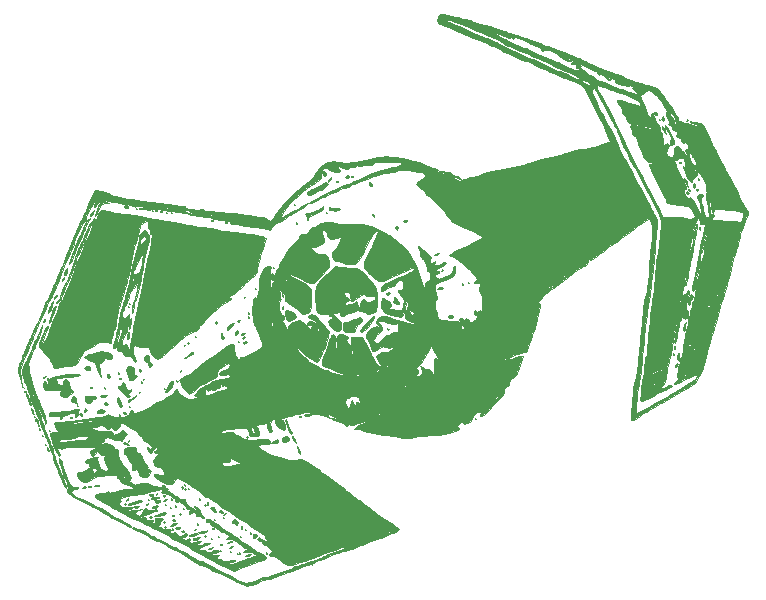
<source format=gbr>
G04 #@! TF.FileFunction,Legend,Bot*
%FSLAX46Y46*%
G04 Gerber Fmt 4.6, Leading zero omitted, Abs format (unit mm)*
G04 Created by KiCad (PCBNEW 4.0.7) date 03/16/20 14:44:42*
%MOMM*%
%LPD*%
G01*
G04 APERTURE LIST*
%ADD10C,0.100000*%
%ADD11C,0.010000*%
G04 APERTURE END LIST*
D10*
D11*
G36*
X181438262Y-29893719D02*
X181347733Y-30070932D01*
X181324171Y-30131042D01*
X181250481Y-30345064D01*
X181248769Y-30464627D01*
X181322986Y-30550335D01*
X181352973Y-30572922D01*
X181521769Y-30664384D01*
X181780390Y-30771943D01*
X181940101Y-30828325D01*
X182212937Y-30929462D01*
X182576131Y-31079533D01*
X182968114Y-31252690D01*
X183134000Y-31329605D01*
X183725724Y-31597712D01*
X184283162Y-31829676D01*
X184763503Y-32008247D01*
X185017333Y-32088429D01*
X185216859Y-32175180D01*
X185313666Y-32244266D01*
X185440912Y-32323062D01*
X185679181Y-32437199D01*
X185980442Y-32563927D01*
X186027669Y-32582450D01*
X186333647Y-32711620D01*
X186582667Y-32835623D01*
X186726994Y-32930354D01*
X186736536Y-32940396D01*
X186893714Y-33045732D01*
X186977862Y-33062333D01*
X187158887Y-33107457D01*
X187284995Y-33172795D01*
X187465874Y-33269277D01*
X187757112Y-33400728D01*
X188109050Y-33546727D01*
X188472029Y-33686855D01*
X188796389Y-33800694D01*
X188864877Y-33822422D01*
X189129964Y-33928063D01*
X189357050Y-34056377D01*
X189372877Y-34068043D01*
X189557158Y-34178169D01*
X189834147Y-34310504D01*
X190076667Y-34410143D01*
X190385205Y-34527938D01*
X190623767Y-34622231D01*
X190847747Y-34716322D01*
X191112541Y-34833512D01*
X191473541Y-34997103D01*
X191491303Y-35005186D01*
X191778968Y-35131243D01*
X192009306Y-35223262D01*
X192136900Y-35263223D01*
X192142779Y-35263667D01*
X192290105Y-35302609D01*
X192536522Y-35403836D01*
X192835068Y-35543944D01*
X193138781Y-35699531D01*
X193400700Y-35847196D01*
X193573861Y-35963535D01*
X193604352Y-35992000D01*
X193692852Y-36124982D01*
X193836893Y-36377201D01*
X194018309Y-36715447D01*
X194218934Y-37106509D01*
X194271138Y-37211000D01*
X194482467Y-37634973D01*
X194685479Y-38039743D01*
X194859061Y-38383379D01*
X194982099Y-38623946D01*
X194995821Y-38650333D01*
X195265982Y-39182562D01*
X195495628Y-39664125D01*
X195675490Y-40073367D01*
X195796297Y-40388631D01*
X195848779Y-40588264D01*
X195846582Y-40637743D01*
X195755873Y-40691391D01*
X195536154Y-40772190D01*
X195223670Y-40870339D01*
X194854665Y-40976036D01*
X194465382Y-41079482D01*
X194092064Y-41170875D01*
X193770956Y-41240416D01*
X193538300Y-41278302D01*
X193463334Y-41282200D01*
X193288185Y-41297877D01*
X193016865Y-41346105D01*
X192702045Y-41414589D01*
X192396397Y-41491030D01*
X192152593Y-41563131D01*
X192023650Y-41618324D01*
X191916850Y-41658873D01*
X191673671Y-41730082D01*
X191322666Y-41824247D01*
X190892386Y-41933663D01*
X190499650Y-42029547D01*
X190020372Y-42147135D01*
X189591926Y-42257264D01*
X189244344Y-42351817D01*
X189007658Y-42422681D01*
X188918352Y-42456852D01*
X188776419Y-42509308D01*
X188503136Y-42586414D01*
X188133264Y-42679946D01*
X187701564Y-42781674D01*
X187242797Y-42883372D01*
X186791723Y-42976813D01*
X186436000Y-43044377D01*
X185871586Y-43149310D01*
X185459521Y-43234671D01*
X185184412Y-43304034D01*
X185030865Y-43360977D01*
X185005690Y-43376554D01*
X184849433Y-43451316D01*
X184598910Y-43534593D01*
X184326642Y-43605643D01*
X184105149Y-43643725D01*
X184064784Y-43645667D01*
X183900882Y-43682159D01*
X183663212Y-43774173D01*
X183557813Y-43823828D01*
X183201079Y-44001990D01*
X182617206Y-43741710D01*
X182328742Y-43601382D01*
X182195736Y-43512592D01*
X182210761Y-43480591D01*
X182366391Y-43510633D01*
X182655197Y-43607972D01*
X182753000Y-43645667D01*
X183036431Y-43754595D01*
X183191221Y-43803411D01*
X183244984Y-43797255D01*
X183225334Y-43741270D01*
X183220089Y-43732634D01*
X183112022Y-43660143D01*
X182905302Y-43580733D01*
X182834092Y-43560037D01*
X182625233Y-43487252D01*
X182508136Y-43414337D01*
X182499000Y-43394411D01*
X182493685Y-43389406D01*
X181991000Y-43389406D01*
X181926728Y-43410530D01*
X181785502Y-43363422D01*
X181645091Y-43283236D01*
X181609788Y-43236657D01*
X181710803Y-43231594D01*
X181862681Y-43284256D01*
X181976197Y-43358889D01*
X181991000Y-43389406D01*
X182493685Y-43389406D01*
X182424438Y-43324204D01*
X182237897Y-43245276D01*
X181995096Y-43172385D01*
X181751755Y-43120289D01*
X181563592Y-43103746D01*
X181489561Y-43127052D01*
X181366729Y-43171726D01*
X181115620Y-43140738D01*
X181114321Y-43140445D01*
X180869706Y-43075391D01*
X180758077Y-43026398D01*
X180788444Y-43004255D01*
X180969814Y-43019750D01*
X181020007Y-43027501D01*
X181233154Y-43045994D01*
X181291828Y-43006244D01*
X181284054Y-42988914D01*
X181170526Y-42917323D01*
X180960074Y-42854304D01*
X180903962Y-42843636D01*
X180605381Y-42757411D01*
X180573582Y-42742555D01*
X180015445Y-42742555D01*
X180003823Y-42792890D01*
X179959000Y-42799000D01*
X179889310Y-42768022D01*
X179902556Y-42742555D01*
X180003036Y-42732422D01*
X180015445Y-42742555D01*
X180573582Y-42742555D01*
X180422558Y-42672000D01*
X179620334Y-42672000D01*
X179578000Y-42714333D01*
X179535667Y-42672000D01*
X179578000Y-42629667D01*
X179620334Y-42672000D01*
X180422558Y-42672000D01*
X180313185Y-42620904D01*
X180290572Y-42607112D01*
X180056586Y-42499357D01*
X179693464Y-42378840D01*
X179239986Y-42254668D01*
X178734932Y-42135944D01*
X178217080Y-42031775D01*
X177725212Y-41951266D01*
X177298107Y-41903521D01*
X177292000Y-41903072D01*
X176944344Y-41887822D01*
X176619515Y-41900807D01*
X176263329Y-41947822D01*
X175821601Y-42034662D01*
X175598667Y-42084146D01*
X175164057Y-42178825D01*
X174751184Y-42261959D01*
X174409240Y-42324038D01*
X174201667Y-42354167D01*
X173946057Y-42396576D01*
X173755377Y-42456125D01*
X173714834Y-42479785D01*
X173569005Y-42514975D01*
X173496869Y-42472673D01*
X173359803Y-42418338D01*
X173108133Y-42365264D01*
X172796279Y-42324921D01*
X172795511Y-42324850D01*
X172441196Y-42303018D01*
X172181658Y-42322549D01*
X171945481Y-42392344D01*
X171818880Y-42446570D01*
X171552872Y-42595444D01*
X171337860Y-42792299D01*
X171138296Y-43077059D01*
X170954632Y-43417308D01*
X170747125Y-43699817D01*
X170431060Y-43972770D01*
X170359439Y-44021461D01*
X169942384Y-44323121D01*
X169482410Y-44706249D01*
X169007358Y-45142570D01*
X168545068Y-45603808D01*
X168123382Y-46061688D01*
X167770141Y-46487936D01*
X167513185Y-46854275D01*
X167438340Y-46988121D01*
X167278520Y-47236086D01*
X167121796Y-47319245D01*
X166960999Y-47244000D01*
X164719000Y-47244000D01*
X164676667Y-47286333D01*
X164654079Y-47263745D01*
X164263903Y-47263745D01*
X164226364Y-47286333D01*
X164102271Y-47224023D01*
X164080519Y-47196034D01*
X164048825Y-47085814D01*
X164114529Y-47076770D01*
X164209302Y-47157287D01*
X164263903Y-47263745D01*
X164654079Y-47263745D01*
X164634334Y-47244000D01*
X164676667Y-47201667D01*
X164719000Y-47244000D01*
X166960999Y-47244000D01*
X166955404Y-47241382D01*
X166874369Y-47155301D01*
X166761904Y-47108829D01*
X166550224Y-47060555D01*
X163336112Y-47060555D01*
X163324489Y-47110890D01*
X163279667Y-47117000D01*
X163209977Y-47086022D01*
X163223223Y-47060555D01*
X163323702Y-47050422D01*
X163336112Y-47060555D01*
X166550224Y-47060555D01*
X166507203Y-47050744D01*
X166136704Y-46984355D01*
X165676844Y-46912975D01*
X165319262Y-46863000D01*
X162179000Y-46863000D01*
X162114571Y-46945206D01*
X162094334Y-46947667D01*
X162012127Y-46883237D01*
X162009667Y-46863000D01*
X162074096Y-46780793D01*
X162094334Y-46778333D01*
X162176540Y-46842762D01*
X162179000Y-46863000D01*
X165319262Y-46863000D01*
X165154062Y-46839912D01*
X164594795Y-46768479D01*
X164578639Y-46766592D01*
X161586334Y-46766592D01*
X161515891Y-46807331D01*
X161374667Y-46799055D01*
X161216033Y-46757702D01*
X161163000Y-46726130D01*
X161235680Y-46701696D01*
X161251380Y-46700789D01*
X160871069Y-46700789D01*
X160844963Y-46753309D01*
X160702457Y-46762336D01*
X160488951Y-46734315D01*
X160249848Y-46675693D01*
X160030549Y-46592918D01*
X159998461Y-46576885D01*
X159855320Y-46495087D01*
X159855558Y-46452464D01*
X159966303Y-46418106D01*
X160005308Y-46414496D01*
X159501470Y-46414496D01*
X159385000Y-46426298D01*
X159264805Y-46412993D01*
X159279167Y-46383593D01*
X159452509Y-46372411D01*
X159490834Y-46383593D01*
X159501470Y-46414496D01*
X160005308Y-46414496D01*
X160107501Y-46405038D01*
X160147000Y-46434003D01*
X160218579Y-46520161D01*
X160384259Y-46601413D01*
X160570457Y-46649278D01*
X160687766Y-46643289D01*
X160829481Y-46659229D01*
X160871069Y-46700789D01*
X161251380Y-46700789D01*
X161374667Y-46693667D01*
X161533841Y-46718653D01*
X161586334Y-46766592D01*
X164578639Y-46766592D01*
X164025482Y-46701986D01*
X163544615Y-46651333D01*
X162687000Y-46651333D01*
X162644667Y-46693667D01*
X162602334Y-46651333D01*
X162644667Y-46609000D01*
X162687000Y-46651333D01*
X163544615Y-46651333D01*
X163472560Y-46643743D01*
X162962468Y-46597061D01*
X162521644Y-46565251D01*
X162176526Y-46551623D01*
X162059154Y-46552315D01*
X161723387Y-46543783D01*
X161548824Y-46493909D01*
X161522931Y-46460833D01*
X161435735Y-46383685D01*
X161294965Y-46355291D01*
X161182778Y-46383827D01*
X161163000Y-46425003D01*
X161090695Y-46463256D01*
X160916114Y-46458749D01*
X160909864Y-46457853D01*
X160747469Y-46411350D01*
X160700898Y-46349621D01*
X160702595Y-46346487D01*
X160681417Y-46307389D01*
X160616427Y-46322939D01*
X160435830Y-46349213D01*
X160222042Y-46326530D01*
X160032760Y-46269300D01*
X159968685Y-46223003D01*
X158453667Y-46223003D01*
X158425765Y-46345332D01*
X158352453Y-46308661D01*
X158330283Y-46276183D01*
X158340900Y-46167444D01*
X158367619Y-46144187D01*
X158441249Y-46162582D01*
X158453667Y-46223003D01*
X159968685Y-46223003D01*
X159925679Y-46191930D01*
X159921308Y-46149352D01*
X159908256Y-46084052D01*
X159780668Y-46066145D01*
X159577033Y-46082291D01*
X159354510Y-46093953D01*
X159241240Y-46071845D01*
X159239031Y-46058667D01*
X157861000Y-46058667D01*
X157818667Y-46101000D01*
X157776334Y-46058667D01*
X157818667Y-46016333D01*
X157861000Y-46058667D01*
X159239031Y-46058667D01*
X159237495Y-46049512D01*
X159190915Y-46004185D01*
X159019499Y-45974305D01*
X158890347Y-45968251D01*
X158609017Y-45952462D01*
X158237184Y-45915459D01*
X157851189Y-45864951D01*
X157818667Y-45860053D01*
X157022590Y-45740963D01*
X156259641Y-45632214D01*
X155449909Y-45522568D01*
X154982334Y-45461275D01*
X154382598Y-45367766D01*
X153921466Y-45262154D01*
X153608630Y-45147310D01*
X153453784Y-45026107D01*
X153443976Y-45005374D01*
X153356052Y-44958000D01*
X152781000Y-44958000D01*
X152738667Y-45000333D01*
X152696334Y-44958000D01*
X152738667Y-44915667D01*
X152781000Y-44958000D01*
X153356052Y-44958000D01*
X153352141Y-44955893D01*
X153137868Y-44900705D01*
X152847145Y-44851601D01*
X152840952Y-44850774D01*
X152265904Y-44774317D01*
X151979437Y-45374158D01*
X151808158Y-45752539D01*
X151639852Y-46156566D01*
X151517024Y-46482000D01*
X151395179Y-46790089D01*
X151261891Y-47061849D01*
X151172818Y-47201667D01*
X151031934Y-47404856D01*
X150898027Y-47660973D01*
X150756490Y-48003061D01*
X150592712Y-48464164D01*
X150525181Y-48666612D01*
X150377430Y-49079477D01*
X150202916Y-49515680D01*
X150037468Y-49886036D01*
X150025277Y-49911000D01*
X149870022Y-50243470D01*
X149731704Y-50569541D01*
X149646661Y-50800000D01*
X149556355Y-51047359D01*
X149420420Y-51377822D01*
X149267363Y-51722249D01*
X149258632Y-51741048D01*
X149103765Y-52082701D01*
X148961453Y-52412326D01*
X148861143Y-52661610D01*
X148857155Y-52672381D01*
X148664180Y-53190963D01*
X148517210Y-53568597D01*
X148407568Y-53824601D01*
X148326580Y-53978288D01*
X148265572Y-54048976D01*
X148234147Y-54059591D01*
X148143573Y-54132245D01*
X148057618Y-54309597D01*
X148049606Y-54334833D01*
X147943753Y-54645925D01*
X147788545Y-55052135D01*
X147607315Y-55495642D01*
X147423394Y-55918624D01*
X147323613Y-56134000D01*
X147140419Y-56522107D01*
X146970647Y-56890567D01*
X146828683Y-57207223D01*
X146728911Y-57439916D01*
X146685714Y-57556488D01*
X146685000Y-57561725D01*
X146651863Y-57652513D01*
X146563615Y-57858019D01*
X146437008Y-58139630D01*
X146388667Y-58244841D01*
X146251482Y-58555747D01*
X146147987Y-58816789D01*
X146095527Y-58983298D01*
X146092334Y-59008028D01*
X146048097Y-59147093D01*
X146019281Y-59174822D01*
X145919179Y-59315865D01*
X145841205Y-59566057D01*
X145795867Y-59865612D01*
X145793670Y-60154745D01*
X145820133Y-60308011D01*
X145908029Y-60611918D01*
X145994283Y-60911083D01*
X145996177Y-60917667D01*
X146081409Y-61214000D01*
X146042125Y-60875333D01*
X146001639Y-60555570D01*
X145956595Y-60238304D01*
X145953674Y-60219302D01*
X145939600Y-60075237D01*
X145948255Y-59922991D01*
X145987430Y-59740176D01*
X146064914Y-59504405D01*
X146188498Y-59193289D01*
X146365973Y-58784441D01*
X146605127Y-58255474D01*
X146737507Y-57966712D01*
X146871033Y-57667581D01*
X146971297Y-57426569D01*
X147021102Y-57285545D01*
X147023667Y-57270069D01*
X147057458Y-57163464D01*
X147147233Y-56945810D01*
X147275595Y-56658667D01*
X147316195Y-56571233D01*
X147492029Y-56181353D01*
X147671020Y-55761528D01*
X147813421Y-55405209D01*
X147952656Y-55059599D01*
X148107046Y-54711498D01*
X148257037Y-54401429D01*
X148383073Y-54169912D01*
X148462772Y-54059667D01*
X148518696Y-53962112D01*
X148606816Y-53757574D01*
X148669609Y-53594000D01*
X148795875Y-53279002D01*
X148958517Y-52910169D01*
X149075875Y-52662667D01*
X149227993Y-52336710D01*
X149364467Y-52014313D01*
X149438175Y-51816000D01*
X149590869Y-51390597D01*
X149784931Y-50902969D01*
X149990434Y-50425140D01*
X150177449Y-50029132D01*
X150194570Y-49995667D01*
X150330830Y-49691595D01*
X150466859Y-49324933D01*
X150535135Y-49106667D01*
X150630093Y-48832502D01*
X150770897Y-48498570D01*
X150937521Y-48144676D01*
X151109940Y-47810625D01*
X151268128Y-47536220D01*
X151392059Y-47361266D01*
X151431149Y-47325691D01*
X151500567Y-47207954D01*
X151511000Y-47128832D01*
X151548297Y-46996098D01*
X151649194Y-46751907D01*
X151797202Y-46433997D01*
X151934334Y-46159930D01*
X152107138Y-45813966D01*
X152245894Y-45515862D01*
X152334251Y-45302045D01*
X152357667Y-45216764D01*
X152411572Y-45071265D01*
X152445727Y-45040569D01*
X152493874Y-45065013D01*
X152480815Y-45221549D01*
X152411042Y-45486202D01*
X152304575Y-45794068D01*
X152235490Y-46019880D01*
X152224122Y-46149142D01*
X152263301Y-46160303D01*
X152345854Y-46031810D01*
X152368087Y-45984941D01*
X152511995Y-45806072D01*
X152646424Y-45763630D01*
X152755582Y-45784009D01*
X152718774Y-45831339D01*
X152651386Y-45930645D01*
X152552219Y-46136452D01*
X152443329Y-46394713D01*
X152346774Y-46651383D01*
X152284613Y-46852416D01*
X152273000Y-46923585D01*
X152302973Y-46955145D01*
X152371110Y-46878668D01*
X152444741Y-46739920D01*
X152481880Y-46630966D01*
X152620709Y-46295306D01*
X152834338Y-46028885D01*
X153086043Y-45870383D01*
X153229809Y-45843181D01*
X153500667Y-45839362D01*
X153246667Y-45723058D01*
X153090183Y-45644671D01*
X153079913Y-45609910D01*
X153179183Y-45599876D01*
X153408706Y-45628546D01*
X153560183Y-45676773D01*
X153723597Y-45723704D01*
X154009558Y-45783600D01*
X154372700Y-45847563D01*
X154643667Y-45889288D01*
X155011193Y-45949879D01*
X155310572Y-46013156D01*
X155505679Y-46070620D01*
X155562067Y-46105382D01*
X155633265Y-46145647D01*
X155694421Y-46107291D01*
X155827395Y-46067038D01*
X156031206Y-46066492D01*
X156240191Y-46097577D01*
X156388686Y-46152215D01*
X156421667Y-46196744D01*
X156348460Y-46252066D01*
X156188834Y-46276284D01*
X156041335Y-46286967D01*
X156050231Y-46316283D01*
X156121612Y-46347011D01*
X156324363Y-46367146D01*
X156506425Y-46329049D01*
X156579831Y-46306850D01*
X156673449Y-46293801D01*
X156805563Y-46291635D01*
X156994458Y-46302090D01*
X157258420Y-46326901D01*
X157615733Y-46367804D01*
X158084683Y-46426534D01*
X158683555Y-46504828D01*
X159430633Y-46604421D01*
X159487619Y-46612056D01*
X159801744Y-46662850D01*
X160063587Y-46720650D01*
X160207286Y-46769103D01*
X160351815Y-46812364D01*
X160621775Y-46864946D01*
X160974117Y-46919192D01*
X161247667Y-46954164D01*
X161622935Y-47002737D01*
X161937111Y-47051976D01*
X162150950Y-47095224D01*
X162221334Y-47119322D01*
X162349597Y-47165423D01*
X162581654Y-47214696D01*
X162729334Y-47237593D01*
X163155563Y-47298596D01*
X163439661Y-47349321D01*
X163607944Y-47396796D01*
X163686726Y-47448045D01*
X163703000Y-47497559D01*
X163786234Y-47572493D01*
X164031702Y-47629658D01*
X164232167Y-47652725D01*
X164615408Y-47695238D01*
X165018160Y-47752204D01*
X165223553Y-47787287D01*
X165576536Y-47843657D01*
X165985663Y-47894695D01*
X166229858Y-47918186D01*
X166531907Y-47955639D01*
X166774490Y-48009382D01*
X166891955Y-48059914D01*
X167005084Y-48102301D01*
X167145565Y-48026605D01*
X167217694Y-47962702D01*
X167376591Y-47783980D01*
X167470819Y-47624459D01*
X167471604Y-47622047D01*
X167591973Y-47502057D01*
X167605100Y-47498000D01*
X165735000Y-47498000D01*
X165692667Y-47540333D01*
X165660945Y-47508611D01*
X164307416Y-47508611D01*
X164194960Y-47523269D01*
X164168667Y-47523828D01*
X164024071Y-47514676D01*
X164011341Y-47488171D01*
X164018889Y-47484797D01*
X164186968Y-47468048D01*
X164272889Y-47481660D01*
X164307416Y-47508611D01*
X165660945Y-47508611D01*
X165650334Y-47498000D01*
X165692667Y-47455667D01*
X165735000Y-47498000D01*
X167605100Y-47498000D01*
X167842532Y-47424622D01*
X167846719Y-47423945D01*
X168210776Y-47284759D01*
X168415552Y-47117173D01*
X168585462Y-46957520D01*
X168716812Y-46869192D01*
X168741522Y-46863000D01*
X168852493Y-46818670D01*
X169054939Y-46703323D01*
X169267624Y-46566667D01*
X169507753Y-46411196D01*
X169692905Y-46302758D01*
X169774494Y-46267288D01*
X169869116Y-46222819D01*
X170013968Y-46120041D01*
X170162453Y-45997523D01*
X170267975Y-45893832D01*
X170283937Y-45847536D01*
X170281767Y-45847420D01*
X170179548Y-45889425D01*
X169981930Y-45999041D01*
X169773767Y-46126233D01*
X169444383Y-46321711D01*
X169088507Y-46513239D01*
X168910000Y-46600415D01*
X168608668Y-46754442D01*
X168324480Y-46924042D01*
X168217150Y-46998515D01*
X168035520Y-47127301D01*
X167915721Y-47197387D01*
X167900407Y-47201667D01*
X167918564Y-47138179D01*
X168012307Y-46972318D01*
X168150069Y-46757167D01*
X168316105Y-46502507D01*
X168446772Y-46291105D01*
X168505077Y-46185880D01*
X168625600Y-46015724D01*
X168854038Y-45770872D01*
X169161709Y-45476698D01*
X169519927Y-45158579D01*
X169900011Y-44841890D01*
X170273275Y-44552006D01*
X170611038Y-44314303D01*
X170646886Y-44291089D01*
X170989318Y-44068281D01*
X171211205Y-43910011D01*
X171336425Y-43792412D01*
X171388857Y-43691615D01*
X171392377Y-43583753D01*
X171388030Y-43550256D01*
X171400559Y-43370837D01*
X171476048Y-43300740D01*
X171571617Y-43362667D01*
X171607618Y-43434000D01*
X171701180Y-43549607D01*
X171796319Y-43528033D01*
X171831000Y-43408600D01*
X171772413Y-43210089D01*
X171628663Y-43108490D01*
X171503183Y-43117802D01*
X171412604Y-43138255D01*
X171449860Y-43065902D01*
X171473941Y-43035668D01*
X171642158Y-42902350D01*
X171828549Y-42850778D01*
X171967179Y-42896992D01*
X171979367Y-42912707D01*
X172129376Y-43051038D01*
X172350755Y-43155053D01*
X172596623Y-43216497D01*
X172820099Y-43227114D01*
X172974301Y-43178645D01*
X173016334Y-43095333D01*
X172967974Y-42982703D01*
X172926670Y-42968333D01*
X172877197Y-42915973D01*
X172890140Y-42883667D01*
X172339000Y-42883667D01*
X172308022Y-42953357D01*
X172282556Y-42940111D01*
X172272423Y-42839631D01*
X172282556Y-42827222D01*
X172332890Y-42838844D01*
X172339000Y-42883667D01*
X172890140Y-42883667D01*
X172891626Y-42879958D01*
X172900371Y-42739128D01*
X172875456Y-42685467D01*
X172866608Y-42653673D01*
X172937054Y-42721401D01*
X173081529Y-42815926D01*
X173292122Y-42891951D01*
X173514517Y-42938521D01*
X173694396Y-42944678D01*
X173777442Y-42899465D01*
X173778334Y-42891109D01*
X173852607Y-42829650D01*
X174034696Y-42799597D01*
X174067612Y-42799000D01*
X174273124Y-42771076D01*
X174390919Y-42702876D01*
X174395695Y-42693167D01*
X174455765Y-42631053D01*
X174541355Y-42687838D01*
X174654892Y-42739776D01*
X174834115Y-42709176D01*
X174975249Y-42657487D01*
X175267036Y-42579668D01*
X175515696Y-42580284D01*
X175522980Y-42582021D01*
X175733994Y-42585275D01*
X175850809Y-42490889D01*
X175915868Y-42430228D01*
X176025751Y-42388988D01*
X176209355Y-42363800D01*
X176495576Y-42351294D01*
X176913311Y-42348099D01*
X177072034Y-42348465D01*
X177488763Y-42352990D01*
X177841119Y-42362474D01*
X178096274Y-42375614D01*
X178221399Y-42391109D01*
X178227886Y-42394330D01*
X178258198Y-42511819D01*
X178151868Y-42630080D01*
X177939671Y-42724476D01*
X177771335Y-42759821D01*
X177437331Y-42824159D01*
X176998552Y-42934824D01*
X176507706Y-43075910D01*
X176017497Y-43231507D01*
X175580634Y-43385708D01*
X175260000Y-43517824D01*
X174687439Y-43783710D01*
X174250128Y-43983870D01*
X173930691Y-44125917D01*
X173711752Y-44217466D01*
X173575933Y-44266128D01*
X173524334Y-44278321D01*
X173347281Y-44331334D01*
X173059520Y-44448861D01*
X172699127Y-44614562D01*
X172423667Y-44750648D01*
X171888972Y-45023154D01*
X171407543Y-45270186D01*
X170999473Y-45481301D01*
X170684853Y-45646059D01*
X170483776Y-45754016D01*
X170416815Y-45793630D01*
X170423214Y-45825684D01*
X170540960Y-45804094D01*
X170726498Y-45743613D01*
X170936269Y-45658996D01*
X171126719Y-45564997D01*
X171173151Y-45537438D01*
X171381542Y-45416112D01*
X171531681Y-45345941D01*
X171561791Y-45339000D01*
X171669875Y-45301065D01*
X171876307Y-45202620D01*
X172084846Y-45092788D01*
X172339853Y-44967709D01*
X172543229Y-44893786D01*
X172635141Y-44884975D01*
X172764408Y-44859745D01*
X172844512Y-44791665D01*
X172984329Y-44694967D01*
X173225470Y-44588606D01*
X173406845Y-44528259D01*
X173665320Y-44442241D01*
X173850947Y-44360272D01*
X173908766Y-44317447D01*
X174023467Y-44254326D01*
X174147397Y-44238333D01*
X174334147Y-44207616D01*
X174417567Y-44164095D01*
X174547806Y-44092544D01*
X174836382Y-43972563D01*
X175284419Y-43803715D01*
X175893039Y-43585561D01*
X175979667Y-43555083D01*
X176235405Y-43460038D01*
X176453346Y-43370804D01*
X176464039Y-43366015D01*
X176662725Y-43312791D01*
X176941286Y-43278954D01*
X177056706Y-43273929D01*
X177317926Y-43250551D01*
X177513688Y-43199543D01*
X177562930Y-43170204D01*
X177734939Y-43087749D01*
X178015552Y-43029992D01*
X178345165Y-43002166D01*
X178664172Y-43009506D01*
X178900053Y-43052797D01*
X179116386Y-43103527D01*
X179266676Y-43102348D01*
X179280012Y-43096356D01*
X179359373Y-43098021D01*
X179366334Y-43126462D01*
X179437902Y-43215376D01*
X179611268Y-43250066D01*
X179824425Y-43219220D01*
X179842211Y-43213276D01*
X179995493Y-43201610D01*
X180111596Y-43320503D01*
X180136552Y-43364688D01*
X180192050Y-43476845D01*
X180199966Y-43563801D01*
X180138638Y-43655279D01*
X179986404Y-43781000D01*
X179721604Y-43970684D01*
X179666637Y-44009452D01*
X179515246Y-44137703D01*
X179451018Y-44234703D01*
X179451000Y-44235651D01*
X179516771Y-44318961D01*
X179685495Y-44452749D01*
X179828909Y-44549199D01*
X180048022Y-44714824D01*
X180184989Y-44870798D01*
X180209909Y-44939490D01*
X180277022Y-45094111D01*
X180343656Y-45140451D01*
X180551792Y-45266555D01*
X180831445Y-45499968D01*
X181154575Y-45811027D01*
X181493142Y-46170066D01*
X181819103Y-46547421D01*
X182104418Y-46913428D01*
X182311419Y-47222161D01*
X182496207Y-47414851D01*
X182749145Y-47550039D01*
X182749691Y-47550215D01*
X182937068Y-47623240D01*
X183237015Y-47754960D01*
X183610900Y-47927831D01*
X184020092Y-48124312D01*
X184095472Y-48161304D01*
X185141609Y-48676500D01*
X184910292Y-48860946D01*
X184696426Y-49003132D01*
X184408294Y-49160614D01*
X184245154Y-49238065D01*
X183800483Y-49441045D01*
X183365621Y-49649304D01*
X182967251Y-49848973D01*
X182632056Y-50026190D01*
X182386719Y-50167087D01*
X182257925Y-50257799D01*
X182245000Y-50277410D01*
X182307978Y-50316461D01*
X182381050Y-50300243D01*
X182515645Y-50327303D01*
X182739825Y-50455989D01*
X183027633Y-50664133D01*
X183353114Y-50929569D01*
X183690314Y-51230130D01*
X184013275Y-51543650D01*
X184296044Y-51847963D01*
X184512292Y-52120369D01*
X184595820Y-52265562D01*
X184567807Y-52355339D01*
X184502172Y-52409261D01*
X184375222Y-52536343D01*
X184403125Y-52604828D01*
X184572796Y-52599714D01*
X184770464Y-52609476D01*
X184902513Y-52696338D01*
X184928847Y-52822148D01*
X184883012Y-52894855D01*
X184791044Y-53089165D01*
X184835257Y-53295792D01*
X184902791Y-53374690D01*
X184991887Y-53512075D01*
X185053021Y-53713254D01*
X185071887Y-53906532D01*
X185034181Y-54020212D01*
X185031892Y-54021726D01*
X185010949Y-54120264D01*
X185039406Y-54314487D01*
X185052712Y-54366528D01*
X185093282Y-54598037D01*
X185094550Y-54813130D01*
X185063350Y-54971743D01*
X185006520Y-55033809D01*
X184946908Y-54986584D01*
X184869063Y-54912491D01*
X184781013Y-54976695D01*
X184752891Y-55012167D01*
X184628596Y-55137615D01*
X184554864Y-55145176D01*
X184552167Y-55065083D01*
X184508291Y-54952102D01*
X184476198Y-54933927D01*
X184405453Y-54974992D01*
X184391532Y-55113784D01*
X184450542Y-55290648D01*
X184552167Y-55329607D01*
X184681498Y-55371196D01*
X184667844Y-55488398D01*
X184513665Y-55670106D01*
X184467500Y-55712052D01*
X184241575Y-55877046D01*
X184077719Y-55902983D01*
X183944806Y-55792184D01*
X183918685Y-55753000D01*
X183796348Y-55625891D01*
X183672293Y-55583939D01*
X183602284Y-55641943D01*
X183599667Y-55668333D01*
X183535238Y-55750540D01*
X183515000Y-55753000D01*
X183438572Y-55685009D01*
X183430334Y-55633926D01*
X183368101Y-55550730D01*
X183261000Y-55559134D01*
X183126445Y-55629374D01*
X183095382Y-55711247D01*
X183185928Y-55752902D01*
X183193267Y-55753000D01*
X183250744Y-55779187D01*
X183191154Y-55856713D01*
X183071236Y-55917862D01*
X182924146Y-55858447D01*
X182780522Y-55806119D01*
X182716169Y-55828764D01*
X182614689Y-55854928D01*
X182406219Y-55840743D01*
X182267744Y-55816538D01*
X181981608Y-55761717D01*
X181733234Y-55722527D01*
X181661562Y-55714348D01*
X181428399Y-55617399D01*
X181271560Y-55405048D01*
X181229000Y-55191481D01*
X181209388Y-55091077D01*
X179258261Y-55091077D01*
X179254328Y-55194122D01*
X179155079Y-55317661D01*
X179031565Y-55282137D01*
X178945979Y-55165899D01*
X178867927Y-54990913D01*
X178890260Y-54917764D01*
X178964167Y-54907630D01*
X179154716Y-54962902D01*
X179258261Y-55091077D01*
X181209388Y-55091077D01*
X181195244Y-55018671D01*
X181144334Y-54948667D01*
X181095209Y-54840163D01*
X181064658Y-54622263D01*
X181059667Y-54478003D01*
X181075068Y-54238159D01*
X181114400Y-54086823D01*
X181144334Y-54059667D01*
X181205640Y-53990104D01*
X181228009Y-53834740D01*
X181213178Y-53721000D01*
X178943000Y-53721000D01*
X178912022Y-53790690D01*
X178886556Y-53777444D01*
X178876423Y-53676965D01*
X178886556Y-53664555D01*
X178936890Y-53676178D01*
X178943000Y-53721000D01*
X181213178Y-53721000D01*
X181206991Y-53673555D01*
X181169631Y-53605186D01*
X181129219Y-53492244D01*
X181092785Y-53271166D01*
X181078802Y-53127656D01*
X181047343Y-52709496D01*
X181582672Y-52462375D01*
X181909555Y-52313263D01*
X182223574Y-52172948D01*
X182426962Y-52084569D01*
X182613276Y-51992193D01*
X182709500Y-51881649D01*
X182751892Y-51693893D01*
X182765629Y-51533070D01*
X182770293Y-51271853D01*
X182743181Y-51161182D01*
X182693465Y-51207145D01*
X182630317Y-51415830D01*
X182624967Y-51439704D01*
X182502986Y-51719768D01*
X182299766Y-51930747D01*
X182062300Y-52026171D01*
X182030377Y-52027667D01*
X181827365Y-52065196D01*
X181590979Y-52155746D01*
X181585557Y-52158432D01*
X181375688Y-52238877D01*
X181221878Y-52220329D01*
X181157663Y-52185675D01*
X181048436Y-52057775D01*
X181052961Y-51927245D01*
X181165727Y-51859208D01*
X181185359Y-51858333D01*
X181325541Y-51798986D01*
X181398334Y-51731333D01*
X181449017Y-51640498D01*
X181370726Y-51607372D01*
X181271334Y-51604333D01*
X181116002Y-51591385D01*
X181103143Y-51534103D01*
X181147812Y-51473142D01*
X181288701Y-51359660D01*
X181516825Y-51226712D01*
X181623846Y-51174693D01*
X181840093Y-51052520D01*
X181972020Y-50932373D01*
X181991000Y-50884932D01*
X181956680Y-50829652D01*
X181835677Y-50855964D01*
X181600929Y-50969835D01*
X181597463Y-50971677D01*
X181310448Y-51090013D01*
X181110919Y-51102291D01*
X181017244Y-51012245D01*
X181034828Y-50857310D01*
X181053852Y-50764376D01*
X180982048Y-50810579D01*
X180970528Y-50821167D01*
X180816094Y-50912978D01*
X180746401Y-50927000D01*
X180666074Y-50859402D01*
X180638410Y-50709645D01*
X180665842Y-50557279D01*
X180732899Y-50485589D01*
X180750358Y-50416044D01*
X180661785Y-50285053D01*
X180500381Y-50127547D01*
X180299347Y-49978453D01*
X180192393Y-49916976D01*
X179974663Y-49760839D01*
X179828840Y-49597961D01*
X179710031Y-49469155D01*
X179617555Y-49447050D01*
X179600376Y-49545170D01*
X179676362Y-49708352D01*
X179778704Y-49955166D01*
X179808040Y-50171127D01*
X179825323Y-50331403D01*
X179876941Y-50374876D01*
X179879953Y-50373193D01*
X179947759Y-50395646D01*
X179959000Y-50456336D01*
X179999323Y-50572236D01*
X180036114Y-50588333D01*
X180125873Y-50660728D01*
X180234039Y-50839996D01*
X180335888Y-51069263D01*
X180406695Y-51291654D01*
X180421735Y-51450293D01*
X180417466Y-51465568D01*
X180421199Y-51582112D01*
X180500275Y-51604333D01*
X180613719Y-51664651D01*
X180656388Y-51856129D01*
X180648066Y-52063963D01*
X180684934Y-52232800D01*
X180740485Y-52295500D01*
X180780727Y-52350281D01*
X180678667Y-52367729D01*
X180436616Y-52437259D01*
X180264086Y-52601821D01*
X180213000Y-52772837D01*
X180194210Y-52954377D01*
X180143610Y-52982842D01*
X180069855Y-52869583D01*
X179981602Y-52625950D01*
X179915547Y-52382749D01*
X179673437Y-51578807D01*
X179364888Y-50893563D01*
X179071844Y-50421623D01*
X178914502Y-50188666D01*
X178806449Y-50011280D01*
X178773667Y-49937345D01*
X178713873Y-49846434D01*
X178555188Y-49675352D01*
X178328659Y-49452511D01*
X178065330Y-49206323D01*
X177796248Y-48965200D01*
X177552459Y-48757553D01*
X177365009Y-48611794D01*
X177264944Y-48556336D01*
X177264623Y-48556333D01*
X177118979Y-48515761D01*
X176888128Y-48413429D01*
X176629768Y-48278419D01*
X176401597Y-48139808D01*
X176318334Y-48079415D01*
X176177691Y-48003976D01*
X175927385Y-47900963D01*
X175619831Y-47791828D01*
X175598667Y-47784890D01*
X175335367Y-47706599D01*
X175151827Y-47667333D01*
X172339000Y-47667333D01*
X172296667Y-47709667D01*
X172254334Y-47667333D01*
X172296667Y-47625000D01*
X172339000Y-47667333D01*
X175151827Y-47667333D01*
X175080417Y-47652056D01*
X174793632Y-47617024D01*
X174434826Y-47597267D01*
X173963814Y-47588548D01*
X173723033Y-47587160D01*
X173281954Y-47582229D01*
X172910811Y-47571590D01*
X172637711Y-47556575D01*
X172490764Y-47538513D01*
X172473713Y-47528038D01*
X172450028Y-47453675D01*
X172292336Y-47410669D01*
X172033920Y-47404135D01*
X171803195Y-47425013D01*
X171402509Y-47530334D01*
X171175139Y-47680498D01*
X170942691Y-47832463D01*
X170735664Y-47879000D01*
X170543115Y-47917372D01*
X170449903Y-48060270D01*
X170441566Y-48090667D01*
X170371848Y-48249287D01*
X170300391Y-48302333D01*
X170251328Y-48354299D01*
X170264667Y-48387000D01*
X170229139Y-48444822D01*
X170057331Y-48471119D01*
X170019731Y-48471667D01*
X169828399Y-48491683D01*
X169681296Y-48575964D01*
X169524866Y-48760855D01*
X169462080Y-48850128D01*
X169250902Y-49118130D01*
X169014913Y-49362544D01*
X168915912Y-49446564D01*
X168721148Y-49634530D01*
X168592800Y-49830334D01*
X168577413Y-49874590D01*
X168476523Y-50102390D01*
X168378680Y-50233174D01*
X168260756Y-50390268D01*
X168119417Y-50627622D01*
X167984387Y-50888257D01*
X167885390Y-51115198D01*
X167851667Y-51243406D01*
X167793232Y-51364363D01*
X167724667Y-51435000D01*
X167616247Y-51596434D01*
X167597667Y-51689000D01*
X167536600Y-51866541D01*
X167470667Y-51943000D01*
X167370518Y-52002030D01*
X167343785Y-51924248D01*
X167343667Y-51911033D01*
X167300980Y-51791862D01*
X167259000Y-51773667D01*
X167187714Y-51841177D01*
X167173287Y-52000146D01*
X167208648Y-52185231D01*
X167286728Y-52331087D01*
X167322500Y-52360577D01*
X167418632Y-52443161D01*
X167364884Y-52517427D01*
X167355773Y-52523547D01*
X167280669Y-52657275D01*
X167286668Y-52757930D01*
X167301434Y-52942041D01*
X167280035Y-53196684D01*
X167270322Y-53255333D01*
X167240476Y-53391764D01*
X167216081Y-53419238D01*
X167192680Y-53321889D01*
X167165819Y-53083853D01*
X167139544Y-52789667D01*
X167103159Y-52360671D01*
X167080327Y-52064509D01*
X167070624Y-51865255D01*
X167073629Y-51726987D01*
X167088921Y-51613782D01*
X167116078Y-51489716D01*
X167123889Y-51456167D01*
X167155341Y-51269343D01*
X167110268Y-51194429D01*
X166969394Y-51181000D01*
X166699568Y-51260764D01*
X166477291Y-51490487D01*
X166309177Y-51855818D01*
X166201842Y-52342406D01*
X166161921Y-52932836D01*
X166147324Y-53216084D01*
X166112958Y-53426361D01*
X166073667Y-53509333D01*
X166012178Y-53624033D01*
X165989000Y-53805667D01*
X165964959Y-53997464D01*
X165912230Y-54097120D01*
X165868961Y-54070029D01*
X165879771Y-53975117D01*
X165879120Y-53840325D01*
X165833378Y-53805667D01*
X165752247Y-53883741D01*
X165688382Y-54093143D01*
X165642890Y-54396638D01*
X165616877Y-54756993D01*
X165611451Y-55136974D01*
X165627717Y-55499349D01*
X165666781Y-55806883D01*
X165729750Y-56022343D01*
X165765831Y-56078956D01*
X165873051Y-56221479D01*
X165904334Y-56297204D01*
X165936935Y-56411864D01*
X166016531Y-56605084D01*
X166027550Y-56629204D01*
X166152915Y-56923639D01*
X166283592Y-57266017D01*
X166395090Y-57589005D01*
X166462915Y-57825270D01*
X166463370Y-57827333D01*
X166445885Y-57960705D01*
X166313712Y-58098010D01*
X166137100Y-58214204D01*
X165755435Y-58429221D01*
X165383592Y-58615207D01*
X165055564Y-58757389D01*
X164805348Y-58840997D01*
X164668990Y-58852103D01*
X164565254Y-58872234D01*
X164549667Y-58930657D01*
X164481835Y-59040588D01*
X164422667Y-59055000D01*
X164310419Y-58987227D01*
X164295667Y-58928000D01*
X164255763Y-58815245D01*
X164221937Y-58801000D01*
X164174562Y-58724252D01*
X164125272Y-58524573D01*
X164090227Y-58288535D01*
X164036741Y-57976271D01*
X163964480Y-57779934D01*
X163916189Y-57731535D01*
X163804204Y-57762142D01*
X163596323Y-57880498D01*
X163326562Y-58065737D01*
X163139021Y-58208277D01*
X162799301Y-58461273D01*
X162452129Y-58695257D01*
X162153644Y-58873239D01*
X162052596Y-58924098D01*
X161729976Y-59107174D01*
X161406713Y-59344770D01*
X161289307Y-59450183D01*
X161064061Y-59661530D01*
X160808022Y-59887305D01*
X160553865Y-60100627D01*
X160334266Y-60274614D01*
X160181900Y-60382385D01*
X160130834Y-60403249D01*
X160040597Y-60421690D01*
X159869166Y-60501528D01*
X159670566Y-60612007D01*
X159498826Y-60722374D01*
X159407971Y-60801872D01*
X159405092Y-60816380D01*
X159455997Y-60924469D01*
X159546746Y-61125765D01*
X159585902Y-61214000D01*
X159749896Y-61491631D01*
X159962034Y-61741247D01*
X160002250Y-61777370D01*
X160268959Y-62002074D01*
X160631313Y-61741851D01*
X160836447Y-61573728D01*
X160967791Y-61426112D01*
X160993667Y-61363984D01*
X161039678Y-61288642D01*
X161080409Y-61299949D01*
X161189058Y-61283756D01*
X161395936Y-61191584D01*
X161659155Y-61042539D01*
X161698281Y-61018119D01*
X161981517Y-60848776D01*
X162228008Y-60718205D01*
X162387523Y-60652860D01*
X162394706Y-60651302D01*
X162518952Y-60573767D01*
X162578823Y-60377946D01*
X162585745Y-60312077D01*
X162618868Y-60128342D01*
X162705367Y-59982746D01*
X162880542Y-59830713D01*
X163071275Y-59698948D01*
X163371852Y-59508627D01*
X163561687Y-59417091D01*
X163663751Y-59419222D01*
X163701011Y-59509903D01*
X163703000Y-59558199D01*
X163631052Y-59732907D01*
X163457802Y-59891580D01*
X163247141Y-59980970D01*
X163189284Y-59986333D01*
X163045234Y-60041548D01*
X162885955Y-60166961D01*
X162781994Y-60302226D01*
X162771667Y-60343570D01*
X162846008Y-60383676D01*
X163028836Y-60420747D01*
X163068000Y-60425736D01*
X163262941Y-60431685D01*
X163361424Y-60401790D01*
X163364334Y-60392665D01*
X163435388Y-60337647D01*
X163533667Y-60325000D01*
X163670966Y-60378071D01*
X163693700Y-60491136D01*
X163596746Y-60594973D01*
X163554834Y-60610907D01*
X163392534Y-60649079D01*
X163129991Y-60701914D01*
X162916890Y-60741283D01*
X162549936Y-60842114D01*
X162146790Y-61006860D01*
X161917520Y-61127003D01*
X161655213Y-61275799D01*
X161450527Y-61382793D01*
X161346364Y-61425605D01*
X161344981Y-61425667D01*
X161253022Y-61482566D01*
X161094975Y-61623450D01*
X160914789Y-61803598D01*
X160756417Y-61978290D01*
X160663807Y-62102804D01*
X160655000Y-62127736D01*
X160728203Y-62172074D01*
X160887834Y-62190241D01*
X161021317Y-62209675D01*
X161009894Y-62255223D01*
X160873631Y-62314809D01*
X160632591Y-62376356D01*
X160553420Y-62391515D01*
X160285783Y-62389172D01*
X159990964Y-62309670D01*
X159703956Y-62174825D01*
X159459752Y-62006453D01*
X159293345Y-61826369D01*
X159239729Y-61656389D01*
X159262945Y-61587000D01*
X159246650Y-61557287D01*
X159139860Y-61609116D01*
X159002044Y-61742602D01*
X158961667Y-61849289D01*
X158917873Y-61958781D01*
X158770065Y-62074193D01*
X158493607Y-62212636D01*
X158347834Y-62275625D01*
X158182611Y-62362768D01*
X158115000Y-62432940D01*
X158043586Y-62496854D01*
X157866396Y-62581198D01*
X157810318Y-62602491D01*
X157551706Y-62719332D01*
X157255580Y-62885234D01*
X157141872Y-62958166D01*
X156925263Y-63097549D01*
X156767652Y-63186502D01*
X156721463Y-63203667D01*
X156619794Y-63236377D01*
X156413715Y-63321241D01*
X156202066Y-63415333D01*
X155902011Y-63547892D01*
X155715353Y-63608327D01*
X155603022Y-63598191D01*
X155525952Y-63519038D01*
X155482978Y-63443922D01*
X155412237Y-63328931D01*
X155359926Y-63340997D01*
X155286866Y-63494270D01*
X155276693Y-63518425D01*
X155182298Y-63714326D01*
X155073289Y-63823368D01*
X154891379Y-63887541D01*
X154714265Y-63923617D01*
X154502669Y-63948320D01*
X154400337Y-63906343D01*
X154364898Y-63825470D01*
X154331954Y-63714663D01*
X154318669Y-63768031D01*
X154314822Y-63824942D01*
X154286582Y-63919404D01*
X154188372Y-63949215D01*
X153975209Y-63926086D01*
X153945167Y-63921202D01*
X153696210Y-63865039D01*
X153512229Y-63796974D01*
X153479500Y-63776393D01*
X153386963Y-63736824D01*
X153373667Y-63776425D01*
X153295255Y-63821151D01*
X153083457Y-63874569D01*
X152773431Y-63929040D01*
X152505834Y-63965012D01*
X152007855Y-64027610D01*
X151447973Y-64103270D01*
X150926217Y-64178351D01*
X150791334Y-64198838D01*
X150353777Y-64259824D01*
X149905894Y-64311409D01*
X149520783Y-64345538D01*
X149394334Y-64352772D01*
X149114928Y-64374389D01*
X148918473Y-64408415D01*
X148848722Y-64445987D01*
X148898714Y-64695696D01*
X148997158Y-64946706D01*
X149111738Y-65118839D01*
X149124338Y-65129833D01*
X149183260Y-65196253D01*
X149122774Y-65227571D01*
X148918560Y-65235658D01*
X148907513Y-65235667D01*
X148677125Y-65253907D01*
X148527126Y-65299473D01*
X148506850Y-65317880D01*
X148507844Y-65437998D01*
X148562221Y-65671963D01*
X148655397Y-65978525D01*
X148772789Y-66316437D01*
X148899813Y-66644450D01*
X149021885Y-66921315D01*
X149124421Y-67105786D01*
X149150485Y-67138315D01*
X149267537Y-67224655D01*
X149314011Y-67187495D01*
X149286756Y-67058667D01*
X149182615Y-66870001D01*
X149177762Y-66863023D01*
X149090706Y-66678004D01*
X149119131Y-66572554D01*
X149246261Y-66576950D01*
X149316176Y-66613234D01*
X149461139Y-66674893D01*
X149546020Y-66617956D01*
X149548819Y-66613541D01*
X149672916Y-66538971D01*
X149863736Y-66510808D01*
X150048598Y-66508369D01*
X150356833Y-66500946D01*
X150742595Y-66489748D01*
X151087667Y-66478495D01*
X151542299Y-66471411D01*
X151908579Y-66482636D01*
X152155274Y-66510659D01*
X152230667Y-66533706D01*
X152343510Y-66602449D01*
X152307199Y-66642195D01*
X152196347Y-66671737D01*
X151971951Y-66778298D01*
X151873003Y-66937209D01*
X151917819Y-67112008D01*
X151953975Y-67154260D01*
X152058255Y-67238700D01*
X152145296Y-67218637D01*
X152270615Y-67078210D01*
X152285288Y-67059609D01*
X152472831Y-66821186D01*
X152619321Y-67002093D01*
X152832671Y-67150231D01*
X153002005Y-67183000D01*
X153156537Y-67197917D01*
X153164357Y-67253149D01*
X153136600Y-67284600D01*
X153042441Y-67482238D01*
X153093080Y-67749101D01*
X153204017Y-67964120D01*
X153346894Y-68256114D01*
X153358504Y-68446378D01*
X153238969Y-68532495D01*
X153175123Y-68537667D01*
X152934385Y-68458169D01*
X152741210Y-68238210D01*
X152653653Y-68029667D01*
X152574744Y-67827489D01*
X152509643Y-67716229D01*
X152466367Y-67559080D01*
X152482816Y-67442833D01*
X152502049Y-67338040D01*
X152443941Y-67298477D01*
X152270403Y-67309068D01*
X152176694Y-67321644D01*
X151916462Y-67385140D01*
X151678964Y-67487619D01*
X151500087Y-67606017D01*
X151415717Y-67717270D01*
X151447318Y-67790427D01*
X151622583Y-67850583D01*
X151706497Y-67859037D01*
X151809171Y-67898180D01*
X151803852Y-67950633D01*
X151816066Y-68064231D01*
X151941711Y-68181056D01*
X152129866Y-68263561D01*
X152251834Y-68280974D01*
X152406309Y-68335011D01*
X152430579Y-68462410D01*
X152317590Y-68620316D01*
X152308881Y-68627689D01*
X152188810Y-68694564D01*
X152103969Y-68625373D01*
X152098511Y-68616889D01*
X152028953Y-68449344D01*
X152020297Y-68389500D01*
X151951559Y-68307500D01*
X151792302Y-68287623D01*
X151608784Y-68328000D01*
X151486881Y-68404548D01*
X151324780Y-68500904D01*
X151087707Y-68577129D01*
X151055502Y-68583678D01*
X150853829Y-68631778D01*
X150778707Y-68710653D01*
X150789652Y-68878877D01*
X150802562Y-68949631D01*
X150904520Y-69245037D01*
X151090094Y-69405620D01*
X151386214Y-69451538D01*
X151468667Y-69448267D01*
X151786506Y-69374263D01*
X152029718Y-69186405D01*
X152267648Y-69002994D01*
X152453051Y-68966160D01*
X152666457Y-68961849D01*
X152781000Y-68936102D01*
X152923060Y-68907622D01*
X153182598Y-68878082D01*
X153507893Y-68853166D01*
X153566403Y-68849778D01*
X153895511Y-68834595D01*
X154087410Y-68838243D01*
X154173765Y-68867082D01*
X154186242Y-68927472D01*
X154174531Y-68971931D01*
X154171704Y-69100805D01*
X154216724Y-69130333D01*
X154313458Y-69200286D01*
X154385151Y-69330121D01*
X154488358Y-69475750D01*
X154689573Y-69561489D01*
X154825344Y-69588153D01*
X155123317Y-69670570D01*
X155356557Y-69798816D01*
X155480792Y-69945777D01*
X155490334Y-69995444D01*
X155421926Y-70050528D01*
X155342167Y-70051489D01*
X155155358Y-70054546D01*
X154860265Y-70089156D01*
X154512781Y-70145403D01*
X154168799Y-70213374D01*
X153884213Y-70283153D01*
X153727994Y-70337832D01*
X153564342Y-70391217D01*
X153466137Y-70331185D01*
X153452827Y-70311754D01*
X153374046Y-70232563D01*
X153298006Y-70306092D01*
X153150547Y-70386466D01*
X152986148Y-70378365D01*
X152738496Y-70384757D01*
X152472007Y-70465759D01*
X152469889Y-70466765D01*
X152291821Y-70561476D01*
X152246946Y-70635828D01*
X152312710Y-70735920D01*
X152329203Y-70754325D01*
X152480789Y-70874481D01*
X152582456Y-70908333D01*
X152687221Y-70946268D01*
X152697305Y-70971833D01*
X152767638Y-71042008D01*
X152944900Y-71147650D01*
X153057139Y-71203384D01*
X153280672Y-71316482D01*
X153432704Y-71408975D01*
X153463073Y-71435800D01*
X153555603Y-71502089D01*
X153760729Y-71622237D01*
X154039804Y-71773949D01*
X154140406Y-71826553D01*
X154512082Y-72020035D01*
X154897555Y-72222302D01*
X155217558Y-72391750D01*
X155236334Y-72401775D01*
X155561418Y-72560013D01*
X155896143Y-72699140D01*
X156076493Y-72760929D01*
X156391506Y-72889544D01*
X156697636Y-73068350D01*
X156753826Y-73110025D01*
X157035995Y-73292427D01*
X157359726Y-73448139D01*
X157437667Y-73476830D01*
X157941816Y-73659997D01*
X158293318Y-73820795D01*
X158506317Y-73966089D01*
X158553838Y-74018604D01*
X158722293Y-74163316D01*
X159041865Y-74345838D01*
X159517555Y-74568870D01*
X159787167Y-74684550D01*
X160000801Y-74785309D01*
X160129745Y-74867517D01*
X160147000Y-74891978D01*
X160218275Y-74961306D01*
X160416271Y-75094772D01*
X160717243Y-75278831D01*
X161097449Y-75499940D01*
X161533145Y-75744555D01*
X162000587Y-75999133D01*
X162476031Y-76250129D01*
X162935735Y-76484000D01*
X162953250Y-76492703D01*
X164023834Y-77024126D01*
X164434917Y-76811350D01*
X164829594Y-76629969D01*
X165303348Y-76445735D01*
X165783542Y-76284651D01*
X166197542Y-76172717D01*
X166249525Y-76161757D01*
X166548185Y-76083210D01*
X166705881Y-75987940D01*
X166751000Y-75862102D01*
X166680848Y-75727299D01*
X166509471Y-75577470D01*
X166295492Y-75453470D01*
X166097531Y-75396159D01*
X166081764Y-75395667D01*
X165939839Y-75362088D01*
X165904334Y-75312062D01*
X165831113Y-75212525D01*
X165619761Y-75044656D01*
X165282741Y-74817551D01*
X164910907Y-74587212D01*
X164676067Y-74435787D01*
X164387643Y-74236257D01*
X164215702Y-74111424D01*
X163937093Y-73913102D01*
X163663240Y-73731946D01*
X163527652Y-73649878D01*
X163033927Y-73326249D01*
X162777914Y-73109667D01*
X162609811Y-72983469D01*
X162377168Y-72842715D01*
X162126409Y-72711001D01*
X161903958Y-72611919D01*
X161756239Y-72569065D01*
X161725893Y-72574996D01*
X161662467Y-72710116D01*
X161715770Y-72809092D01*
X161833963Y-72815355D01*
X161966303Y-72814764D01*
X162023184Y-72949138D01*
X162024463Y-72957817D01*
X162114982Y-73127114D01*
X162263667Y-73181312D01*
X162452192Y-73247655D01*
X162543041Y-73329479D01*
X162671127Y-73435588D01*
X162733541Y-73448333D01*
X162842119Y-73516199D01*
X162856334Y-73575333D01*
X162929935Y-73677476D01*
X163068000Y-73702333D01*
X163227115Y-73731316D01*
X163279667Y-73787000D01*
X163350580Y-73855790D01*
X163449000Y-73871667D01*
X163586842Y-73924850D01*
X163606985Y-74046975D01*
X163505873Y-74181902D01*
X163470167Y-74205855D01*
X163406533Y-74260571D01*
X163476508Y-74280874D01*
X163654561Y-74276410D01*
X163892988Y-74288872D01*
X164016096Y-74350014D01*
X164021450Y-74361347D01*
X164123817Y-74449043D01*
X164208998Y-74464333D01*
X164363824Y-74526177D01*
X164411253Y-74592118D01*
X164508336Y-74692502D01*
X164565379Y-74697952D01*
X164675977Y-74748524D01*
X164757145Y-74866500D01*
X164913339Y-75028599D01*
X165056577Y-75058882D01*
X165269334Y-75060765D01*
X165057667Y-75231855D01*
X164846000Y-75402946D01*
X165269334Y-75378139D01*
X165537124Y-75376208D01*
X165659648Y-75413830D01*
X165671500Y-75459167D01*
X165723467Y-75544277D01*
X165819667Y-75565000D01*
X165957248Y-75600456D01*
X165989000Y-75649667D01*
X165916304Y-75712441D01*
X165769206Y-75734333D01*
X165588289Y-75769868D01*
X165311728Y-75863766D01*
X164994477Y-75996971D01*
X164943706Y-76020614D01*
X164562340Y-76183980D01*
X164208695Y-76305274D01*
X163913297Y-76377269D01*
X163706673Y-76392737D01*
X163619348Y-76344450D01*
X163618334Y-76334442D01*
X163664367Y-76241203D01*
X163681834Y-76235855D01*
X163915824Y-76195946D01*
X164080585Y-76139495D01*
X164105870Y-76121686D01*
X164132121Y-76045342D01*
X164035719Y-76023276D01*
X163856784Y-76063082D01*
X163836231Y-76070631D01*
X163606666Y-76130136D01*
X163359985Y-76154382D01*
X163150989Y-76143208D01*
X163034480Y-76096454D01*
X163025667Y-76073000D01*
X162953211Y-76009354D01*
X162814000Y-75988333D01*
X162643762Y-75944173D01*
X162602334Y-75861333D01*
X162648051Y-75748661D01*
X162687000Y-75734333D01*
X162768601Y-75669393D01*
X162771667Y-75645830D01*
X162696979Y-75596097D01*
X162490090Y-75610223D01*
X162475334Y-75612919D01*
X162254389Y-75630473D01*
X162179001Y-75574502D01*
X162179000Y-75574422D01*
X162249035Y-75495497D01*
X162332152Y-75480333D01*
X162519701Y-75430835D01*
X162649652Y-75356026D01*
X162748538Y-75270935D01*
X162718119Y-75236673D01*
X162543831Y-75229026D01*
X162340585Y-75251258D01*
X162222868Y-75308681D01*
X162221334Y-75311000D01*
X162104332Y-75377138D01*
X161967334Y-75395667D01*
X161790042Y-75363707D01*
X161713334Y-75311000D01*
X161600544Y-75253335D01*
X161396125Y-75226567D01*
X161374667Y-75226333D01*
X161168470Y-75207462D01*
X161049137Y-75161467D01*
X161044784Y-75155879D01*
X161092758Y-75092777D01*
X161248943Y-74993515D01*
X161463542Y-74882822D01*
X161686758Y-74785428D01*
X161868797Y-74726063D01*
X161925808Y-74718333D01*
X162007454Y-74664291D01*
X162009667Y-74648330D01*
X161940878Y-74609906D01*
X161781407Y-74613785D01*
X161601598Y-74649881D01*
X161471795Y-74708110D01*
X161453301Y-74728095D01*
X161334716Y-74789026D01*
X161149188Y-74798376D01*
X160990836Y-74756837D01*
X160955101Y-74724429D01*
X160983013Y-74641335D01*
X161077104Y-74591723D01*
X161214604Y-74515042D01*
X161247667Y-74457015D01*
X161178428Y-74419096D01*
X161007797Y-74435085D01*
X160791402Y-74495498D01*
X160639400Y-74560712D01*
X160412729Y-74638507D01*
X160288960Y-74594012D01*
X160279258Y-74431552D01*
X160281566Y-74422000D01*
X160305451Y-74249629D01*
X160248992Y-74225376D01*
X160131881Y-74320030D01*
X160011924Y-74386430D01*
X159849830Y-74343152D01*
X159813598Y-74325461D01*
X159607195Y-74221195D01*
X159834764Y-74117507D01*
X159994583Y-74006120D01*
X160061165Y-73885665D01*
X160019300Y-73801453D01*
X159945701Y-73787000D01*
X159797320Y-73846731D01*
X159723667Y-73914000D01*
X159539325Y-74029621D01*
X159342976Y-74000945D01*
X159212759Y-73866232D01*
X159108775Y-73746411D01*
X158944475Y-73732504D01*
X158862685Y-73747811D01*
X158689196Y-73774436D01*
X158639150Y-73730210D01*
X158661242Y-73630558D01*
X158678938Y-73522347D01*
X158614210Y-73475126D01*
X158428797Y-73468768D01*
X158358366Y-73471234D01*
X158107083Y-73457430D01*
X157974586Y-73398228D01*
X157965974Y-73382255D01*
X157863748Y-73295953D01*
X157769278Y-73279000D01*
X157629627Y-73232809D01*
X157623421Y-73131306D01*
X157691667Y-73067333D01*
X157764147Y-72947272D01*
X157776334Y-72859728D01*
X157845670Y-72699481D01*
X157924500Y-72642624D01*
X158002654Y-72592289D01*
X157939629Y-72545871D01*
X157832670Y-72511972D01*
X157566817Y-72476535D01*
X157398745Y-72540003D01*
X157353000Y-72658055D01*
X157396465Y-72738489D01*
X157437667Y-72728667D01*
X157515911Y-72730202D01*
X157522334Y-72756945D01*
X157451887Y-72850186D01*
X157294042Y-72923729D01*
X157184669Y-72940333D01*
X157146150Y-72872914D01*
X157158119Y-72774885D01*
X157167261Y-72667599D01*
X157088530Y-72636119D01*
X156908444Y-72656975D01*
X156703957Y-72673220D01*
X156605045Y-72617830D01*
X156568627Y-72525255D01*
X156509510Y-72402810D01*
X156390621Y-72398997D01*
X156309579Y-72426664D01*
X156136254Y-72464506D01*
X156054725Y-72395971D01*
X156053048Y-72391733D01*
X155942337Y-72289830D01*
X155813011Y-72248400D01*
X155650048Y-72185341D01*
X155632459Y-72081623D01*
X155750203Y-71963808D01*
X155956000Y-71870157D01*
X156294667Y-71758366D01*
X155829000Y-71792043D01*
X155539762Y-71821354D01*
X155304057Y-71859907D01*
X155215167Y-71884085D01*
X155093971Y-71896065D01*
X155067000Y-71858600D01*
X155137579Y-71772135D01*
X155236334Y-71730468D01*
X155389103Y-71666943D01*
X155392546Y-71609053D01*
X155266386Y-71572245D01*
X155033614Y-71571704D01*
X154640955Y-71544726D01*
X154443176Y-71458203D01*
X154299625Y-71349793D01*
X154286828Y-71266998D01*
X154362749Y-71177156D01*
X154450709Y-71069126D01*
X154396581Y-71016637D01*
X154316117Y-70994933D01*
X154199715Y-70958979D01*
X154204184Y-70950667D01*
X154051000Y-70950667D01*
X154008667Y-70993000D01*
X153966334Y-70950667D01*
X154008667Y-70908333D01*
X154051000Y-70950667D01*
X154204184Y-70950667D01*
X154221403Y-70918646D01*
X154366431Y-70854700D01*
X154633070Y-70765362D01*
X154990361Y-70670651D01*
X155378448Y-70583728D01*
X155737476Y-70517758D01*
X156007590Y-70485902D01*
X156048579Y-70484778D01*
X156277647Y-70456951D01*
X156580847Y-70385390D01*
X156772955Y-70325889D01*
X157212731Y-70190935D01*
X157577631Y-70111136D01*
X157841663Y-70090473D01*
X157978837Y-70132928D01*
X157984308Y-70140359D01*
X157983059Y-70222601D01*
X157950664Y-70231000D01*
X157864446Y-70292460D01*
X157861000Y-70315667D01*
X157935065Y-70373940D01*
X158115452Y-70402272D01*
X158136167Y-70402689D01*
X158346803Y-70450092D01*
X158597460Y-70567823D01*
X158838211Y-70723634D01*
X159019133Y-70885276D01*
X159090289Y-71018993D01*
X159155762Y-71121038D01*
X159325656Y-71113516D01*
X159361673Y-71100991D01*
X159501318Y-71123851D01*
X159684874Y-71238021D01*
X159856938Y-71397656D01*
X159962108Y-71556913D01*
X159972983Y-71606833D01*
X160041897Y-71743707D01*
X160233759Y-71766376D01*
X160262850Y-71761687D01*
X160299358Y-71820614D01*
X160282404Y-71963328D01*
X160277329Y-72127193D01*
X160342507Y-72181562D01*
X160441368Y-72096816D01*
X160443334Y-72093667D01*
X160562078Y-72023951D01*
X160669872Y-72009000D01*
X160798077Y-72046576D01*
X160799802Y-72178333D01*
X160796554Y-72299536D01*
X160902293Y-72343935D01*
X161001594Y-72347667D01*
X161176479Y-72372917D01*
X161247667Y-72432333D01*
X161319310Y-72497232D01*
X161438167Y-72513955D01*
X161555339Y-72504930D01*
X161556703Y-72461821D01*
X161434751Y-72352299D01*
X161392584Y-72317683D01*
X161229058Y-72135254D01*
X161207460Y-71991655D01*
X161177479Y-71841250D01*
X161007141Y-71679927D01*
X160796859Y-71544906D01*
X160691318Y-71508573D01*
X160702431Y-71571437D01*
X160782000Y-71670333D01*
X160936279Y-71797684D01*
X161049123Y-71839667D01*
X161153102Y-71889904D01*
X161163000Y-71924333D01*
X161153652Y-71985390D01*
X161105258Y-71994519D01*
X160987293Y-71940594D01*
X160769233Y-71812489D01*
X160640369Y-71733833D01*
X160244784Y-71465267D01*
X159982806Y-71228723D01*
X159864160Y-71034182D01*
X159866610Y-70939650D01*
X159866716Y-70855644D01*
X159747132Y-70857697D01*
X159706927Y-70867142D01*
X159482588Y-70858103D01*
X159389518Y-70786776D01*
X159261370Y-70677091D01*
X159195477Y-70654333D01*
X159060399Y-70600832D01*
X158852941Y-70465536D01*
X158620594Y-70286252D01*
X158410847Y-70100789D01*
X158271190Y-69946956D01*
X158243232Y-69896214D01*
X158135828Y-69737154D01*
X158057469Y-69686550D01*
X157969394Y-69669220D01*
X158015009Y-69746868D01*
X158012220Y-69817259D01*
X157887193Y-69854372D01*
X157683299Y-69860232D01*
X157443913Y-69836863D01*
X157212407Y-69786290D01*
X157032156Y-69710536D01*
X157016625Y-69700267D01*
X156704152Y-69579831D01*
X156275115Y-69568947D01*
X155872264Y-69636001D01*
X155638177Y-69674773D01*
X155512055Y-69646242D01*
X155465890Y-69591648D01*
X155339308Y-69483087D01*
X155274460Y-69469000D01*
X155169922Y-69447994D01*
X155174314Y-69360350D01*
X155256103Y-69214808D01*
X155310131Y-69076566D01*
X155304462Y-69045667D01*
X154897667Y-69045667D01*
X154829091Y-69120781D01*
X154770667Y-69130333D01*
X154657995Y-69084616D01*
X154643667Y-69045667D01*
X154712244Y-68970552D01*
X154770667Y-68961000D01*
X154883339Y-69006717D01*
X154897667Y-69045667D01*
X155304462Y-69045667D01*
X155280736Y-68916369D01*
X155192603Y-68731176D01*
X155151482Y-68661580D01*
X154346990Y-68661580D01*
X154294729Y-68645866D01*
X154290738Y-68641938D01*
X154231054Y-68495573D01*
X154238303Y-68441425D01*
X154281927Y-68421770D01*
X154327758Y-68530880D01*
X154346990Y-68661580D01*
X155151482Y-68661580D01*
X155054221Y-68496974D01*
X154921184Y-68312102D01*
X154894661Y-68282713D01*
X154567010Y-67902667D01*
X153797000Y-67902667D01*
X153754667Y-67945000D01*
X153712334Y-67902667D01*
X153754667Y-67860333D01*
X153797000Y-67902667D01*
X154567010Y-67902667D01*
X154554027Y-67887609D01*
X154351811Y-67524623D01*
X154322736Y-67394667D01*
X153627667Y-67394667D01*
X153585334Y-67437000D01*
X153543000Y-67394667D01*
X153585334Y-67352333D01*
X153627667Y-67394667D01*
X154322736Y-67394667D01*
X154270304Y-67160314D01*
X154267230Y-67097830D01*
X154244542Y-66790008D01*
X154190709Y-66636172D01*
X154095528Y-66622275D01*
X153981149Y-66703926D01*
X153838048Y-66788621D01*
X153754418Y-66769381D01*
X153773686Y-66666158D01*
X153805024Y-66622999D01*
X153857120Y-66485924D01*
X153764309Y-66356708D01*
X153649136Y-66294000D01*
X148968408Y-66294000D01*
X148933470Y-66309145D01*
X148886334Y-66251667D01*
X148814690Y-66097318D01*
X148804260Y-66040000D01*
X148839198Y-66024855D01*
X148886334Y-66082333D01*
X148957978Y-66236682D01*
X148968408Y-66294000D01*
X153649136Y-66294000D01*
X153515651Y-66221322D01*
X153479887Y-66206107D01*
X153226628Y-66130686D01*
X153087744Y-66165057D01*
X152950491Y-66241565D01*
X152824133Y-66235133D01*
X152781000Y-66167000D01*
X152849577Y-66091885D01*
X152908000Y-66082333D01*
X153011429Y-66011747D01*
X153035000Y-65913000D01*
X153084953Y-65775701D01*
X153154945Y-65743667D01*
X153295645Y-65678918D01*
X153305915Y-65664181D01*
X151680334Y-65664181D01*
X151605853Y-65783721D01*
X151378778Y-65866135D01*
X150993663Y-65912952D01*
X150759584Y-65923017D01*
X150456201Y-65943817D01*
X150178192Y-65983456D01*
X150114000Y-65997667D01*
X149777352Y-66060597D01*
X149491791Y-66072677D01*
X149295111Y-66035704D01*
X149225000Y-65955333D01*
X149260104Y-65886027D01*
X149386225Y-65846516D01*
X149634576Y-65830043D01*
X149811620Y-65828333D01*
X150206193Y-65808923D01*
X150452538Y-65752001D01*
X150513797Y-65712774D01*
X150656002Y-65645542D01*
X150907678Y-65588462D01*
X151154845Y-65559205D01*
X151445834Y-65544283D01*
X151605617Y-65557783D01*
X151671004Y-65607058D01*
X151680334Y-65664181D01*
X153305915Y-65664181D01*
X153324278Y-65637833D01*
X153379881Y-65575569D01*
X153423056Y-65637833D01*
X153539749Y-65727801D01*
X153629726Y-65743667D01*
X153791394Y-65787952D01*
X153843892Y-65835709D01*
X153961158Y-65891337D01*
X154074244Y-65882389D01*
X154292162Y-65882678D01*
X154403355Y-65920326D01*
X154532874Y-65959097D01*
X154559000Y-65911936D01*
X154616155Y-65797906D01*
X154756362Y-65637972D01*
X154782606Y-65613017D01*
X155006211Y-65405787D01*
X154790185Y-65189760D01*
X154643323Y-65052001D01*
X154558927Y-65027166D01*
X154480775Y-65107408D01*
X154455564Y-65143052D01*
X154286851Y-65300500D01*
X154103806Y-65401018D01*
X153905549Y-65471479D01*
X153818780Y-65474725D01*
X153797495Y-65405756D01*
X153797000Y-65367663D01*
X153764449Y-65250260D01*
X153648863Y-65175903D01*
X153423348Y-65136563D01*
X153061005Y-65124208D01*
X152981672Y-65124221D01*
X152620550Y-65113760D01*
X152407294Y-65077032D01*
X152322875Y-65013120D01*
X152221202Y-64940223D01*
X152149205Y-64949819D01*
X152038525Y-64947778D01*
X152019000Y-64906058D01*
X152092414Y-64839764D01*
X152268004Y-64812333D01*
X152463532Y-64786234D01*
X152569334Y-64727667D01*
X152705832Y-64648354D01*
X152911530Y-64670271D01*
X153127471Y-64783968D01*
X153175228Y-64824760D01*
X153327898Y-64942089D01*
X153440001Y-64939269D01*
X153499773Y-64897742D01*
X153622220Y-64837044D01*
X153751570Y-64900016D01*
X153796419Y-64938807D01*
X153926825Y-65036146D01*
X154041226Y-65028020D01*
X154175831Y-64948540D01*
X154329972Y-64797424D01*
X154389667Y-64646045D01*
X154432849Y-64472909D01*
X154565901Y-64434410D01*
X154794082Y-64530424D01*
X154951019Y-64632723D01*
X155166663Y-64779530D01*
X155321746Y-64875487D01*
X155369383Y-64897000D01*
X155466657Y-64950045D01*
X155639720Y-65084268D01*
X155846695Y-65262300D01*
X156045704Y-65446775D01*
X156194869Y-65600323D01*
X156252334Y-65684871D01*
X156314574Y-65793166D01*
X156467637Y-65950084D01*
X156661034Y-66110944D01*
X156844277Y-66231066D01*
X156896924Y-66255313D01*
X157052495Y-66370544D01*
X157099000Y-66489460D01*
X157062181Y-66672812D01*
X156955699Y-66702604D01*
X156830705Y-66619729D01*
X156711423Y-66529005D01*
X156683846Y-66563731D01*
X156745002Y-66733233D01*
X156773924Y-66798016D01*
X156886999Y-66956675D01*
X157006743Y-67010566D01*
X157087496Y-66948898D01*
X157099000Y-66874834D01*
X157164471Y-66719244D01*
X157311643Y-66571986D01*
X157458834Y-66508359D01*
X157510040Y-66577204D01*
X157522334Y-66678711D01*
X157480169Y-66807025D01*
X157416500Y-66827453D01*
X157319581Y-66854631D01*
X157310667Y-66885619D01*
X157376164Y-66973596D01*
X157395334Y-66977982D01*
X157609476Y-67005245D01*
X157682539Y-67030529D01*
X157641572Y-67072030D01*
X157585023Y-67105569D01*
X157454368Y-67238939D01*
X157327859Y-67453224D01*
X157311734Y-67489839D01*
X157237394Y-67702524D01*
X157244206Y-67848540D01*
X157322283Y-67993178D01*
X157524290Y-68167365D01*
X157691038Y-68199000D01*
X157925492Y-68248252D01*
X158079629Y-68416031D01*
X158151782Y-68598346D01*
X158162345Y-68750556D01*
X158043178Y-68827053D01*
X158010673Y-68835875D01*
X157784613Y-68842605D01*
X157570787Y-68793993D01*
X157389903Y-68740613D01*
X157291523Y-68740267D01*
X157291194Y-68740584D01*
X157277023Y-68853682D01*
X157337257Y-69007550D01*
X157432510Y-69117559D01*
X157472584Y-69130333D01*
X157607141Y-69188140D01*
X157729282Y-69294453D01*
X157888719Y-69397636D01*
X158151436Y-69502664D01*
X158452894Y-69588781D01*
X158728555Y-69635232D01*
X158798597Y-69638333D01*
X158886232Y-69568282D01*
X158962492Y-69424497D01*
X159078344Y-69229361D01*
X159244060Y-69153483D01*
X159476719Y-69198828D01*
X159793402Y-69367362D01*
X160062334Y-69551077D01*
X160304899Y-69717644D01*
X160530563Y-69858996D01*
X160570334Y-69881568D01*
X160847314Y-70051648D01*
X161115376Y-70245977D01*
X161336678Y-70433563D01*
X161473380Y-70583411D01*
X161499049Y-70642225D01*
X161559333Y-70717789D01*
X161641829Y-70703331D01*
X161811925Y-70715634D01*
X161959329Y-70805240D01*
X162170319Y-70974979D01*
X162348334Y-71103310D01*
X162575986Y-71255746D01*
X162893507Y-71467488D01*
X163249563Y-71704374D01*
X163592822Y-71932240D01*
X163794759Y-72065942D01*
X164035271Y-72236676D01*
X164244843Y-72404243D01*
X164278052Y-72434094D01*
X164439174Y-72556239D01*
X164552558Y-72601667D01*
X164663146Y-72649601D01*
X164864348Y-72775614D01*
X165113745Y-72953018D01*
X165127598Y-72963420D01*
X165410571Y-73166436D01*
X165678698Y-73342035D01*
X165862000Y-73445958D01*
X166128636Y-73591609D01*
X166379048Y-73759516D01*
X166571329Y-73918139D01*
X166663574Y-74035936D01*
X166666334Y-74051356D01*
X166720614Y-74176370D01*
X166793334Y-74264762D01*
X166909714Y-74416657D01*
X166885949Y-74480678D01*
X166733559Y-74440202D01*
X166687500Y-74417500D01*
X166491271Y-74330551D01*
X166355889Y-74295521D01*
X166240292Y-74228080D01*
X166223893Y-74195343D01*
X166138859Y-74141430D01*
X166085726Y-74160547D01*
X166036392Y-74258568D01*
X166094777Y-74365656D01*
X166214088Y-74421597D01*
X166281078Y-74411917D01*
X166383740Y-74449578D01*
X166446627Y-74589442D01*
X166522471Y-74742814D01*
X166611819Y-74784992D01*
X166735758Y-74822519D01*
X166925396Y-74945374D01*
X167028083Y-75029152D01*
X167334339Y-75297637D01*
X167124639Y-75435038D01*
X166987915Y-75568971D01*
X166981851Y-75673799D01*
X167096650Y-75707650D01*
X167184035Y-75688921D01*
X167355455Y-75710024D01*
X167628945Y-75838439D01*
X167985306Y-76063294D01*
X168405340Y-76373713D01*
X168436732Y-76398446D01*
X168614029Y-76502979D01*
X168806265Y-76510317D01*
X168944732Y-76479694D01*
X169256129Y-76390034D01*
X169630292Y-76271199D01*
X170024496Y-76138110D01*
X170396013Y-76005688D01*
X170702117Y-75888852D01*
X170900083Y-75802525D01*
X170928609Y-75786894D01*
X171123471Y-75695461D01*
X171393189Y-75598547D01*
X171492334Y-75568719D01*
X171762370Y-75486637D01*
X171987033Y-75408679D01*
X172042667Y-75386059D01*
X172306546Y-75282243D01*
X172630323Y-75172752D01*
X172959323Y-75074004D01*
X173238870Y-75002417D01*
X173413504Y-74974415D01*
X173584380Y-74938075D01*
X173651334Y-74887667D01*
X173772590Y-74812602D01*
X173842597Y-74803000D01*
X173941700Y-74823059D01*
X173883273Y-74883719D01*
X173665778Y-74985705D01*
X173287672Y-75129743D01*
X172762334Y-75311554D01*
X172356222Y-75452403D01*
X172001759Y-75583783D01*
X171733668Y-75692229D01*
X171586671Y-75764272D01*
X171577000Y-75771280D01*
X171361097Y-75896958D01*
X171006215Y-76028487D01*
X170537653Y-76161186D01*
X170293789Y-76235687D01*
X170126386Y-76308297D01*
X170088156Y-76338614D01*
X169978010Y-76394059D01*
X169826628Y-76411667D01*
X169625011Y-76449778D01*
X169356861Y-76546627D01*
X169217792Y-76611431D01*
X168849078Y-76794659D01*
X168554624Y-76925828D01*
X168260379Y-77034595D01*
X167892292Y-77150616D01*
X167809334Y-77175499D01*
X167495733Y-77273837D01*
X167233001Y-77364628D01*
X167075818Y-77428926D01*
X167071848Y-77431031D01*
X166890298Y-77475545D01*
X166804851Y-77462704D01*
X166661248Y-77470078D01*
X166436117Y-77542157D01*
X166314670Y-77596329D01*
X165819067Y-77822820D01*
X165428792Y-77956104D01*
X165110446Y-78000073D01*
X164830629Y-77958617D01*
X164555942Y-77835628D01*
X164507334Y-77806880D01*
X163934993Y-77473925D01*
X163431406Y-77211671D01*
X163026985Y-77035817D01*
X162983334Y-77020140D01*
X162737861Y-76918951D01*
X162548612Y-76813941D01*
X162517667Y-76790017D01*
X162366692Y-76691215D01*
X162128047Y-76568162D01*
X161997828Y-76509392D01*
X161759546Y-76394698D01*
X161590860Y-76290396D01*
X161548331Y-76249340D01*
X161427124Y-76176707D01*
X161296819Y-76157667D01*
X161104208Y-76111020D01*
X160866152Y-75994983D01*
X160802546Y-75954476D01*
X160572088Y-75812320D01*
X160371423Y-75711524D01*
X160332886Y-75697253D01*
X160173829Y-75603826D01*
X160119530Y-75530868D01*
X160018581Y-75442904D01*
X159810491Y-75345808D01*
X159677738Y-75301257D01*
X159437133Y-75212698D01*
X159273877Y-75119434D01*
X159238305Y-75078167D01*
X159139186Y-74978975D01*
X159100775Y-74971076D01*
X158985625Y-74934496D01*
X158760538Y-74837835D01*
X158465935Y-74698893D01*
X158331595Y-74632409D01*
X158017477Y-74480887D01*
X157753278Y-74364607D01*
X157580565Y-74301418D01*
X157545771Y-74295000D01*
X157419146Y-74226790D01*
X157383618Y-74168000D01*
X157272491Y-74055401D01*
X157208845Y-74041000D01*
X157055109Y-73994463D01*
X156859923Y-73882282D01*
X156856475Y-73879837D01*
X156590819Y-73713977D01*
X156278518Y-73552807D01*
X155966214Y-73416486D01*
X155700548Y-73325172D01*
X155528162Y-73299023D01*
X155517061Y-73300951D01*
X155415005Y-73335138D01*
X155465863Y-73376302D01*
X155532667Y-73403274D01*
X155923154Y-73576710D01*
X156373652Y-73809889D01*
X156807466Y-74062630D01*
X156886032Y-74112346D01*
X157175679Y-74279464D01*
X157462137Y-74414480D01*
X157605699Y-74465382D01*
X157882334Y-74569003D01*
X158167224Y-74715171D01*
X158199667Y-74735201D01*
X158420163Y-74861472D01*
X158734416Y-75024557D01*
X159081259Y-75192927D01*
X159146140Y-75223072D01*
X159498324Y-75402134D01*
X159832921Y-75600637D01*
X160085505Y-75779898D01*
X160113956Y-75804168D01*
X160596749Y-76152689D01*
X161176096Y-76444926D01*
X161573980Y-76587506D01*
X161805569Y-76676880D01*
X161958664Y-76773386D01*
X161985205Y-76808709D01*
X162095129Y-76910748D01*
X162144122Y-76919667D01*
X162276850Y-76955597D01*
X162525651Y-77053200D01*
X162855760Y-77197189D01*
X163232414Y-77372281D01*
X163620849Y-77563191D01*
X163703000Y-77605060D01*
X164270717Y-77888562D01*
X164702263Y-78086004D01*
X165005272Y-78200733D01*
X165133849Y-78232085D01*
X165326555Y-78217233D01*
X165605790Y-78145268D01*
X165862000Y-78051372D01*
X166169209Y-77919256D01*
X166446681Y-77795185D01*
X166600942Y-77722297D01*
X166784360Y-77661151D01*
X166880524Y-77685749D01*
X166980280Y-77706692D01*
X167115249Y-77647837D01*
X167268485Y-77574505D01*
X167542064Y-77464620D01*
X167895265Y-77333901D01*
X168232667Y-77216462D01*
X168630516Y-77079575D01*
X168992813Y-76950556D01*
X169275362Y-76845396D01*
X169418000Y-76787535D01*
X169925294Y-76571223D01*
X170289451Y-76442791D01*
X170511832Y-76401832D01*
X170590777Y-76436383D01*
X170628362Y-76473166D01*
X170638983Y-76411114D01*
X170719496Y-76306483D01*
X170920060Y-76202062D01*
X171005500Y-76172554D01*
X171262870Y-76079600D01*
X171601142Y-75939577D01*
X171950029Y-75781678D01*
X171972552Y-75770940D01*
X172277515Y-75633021D01*
X172536112Y-75530530D01*
X172700865Y-75481954D01*
X172718951Y-75480333D01*
X172911047Y-75441143D01*
X173010239Y-75398928D01*
X173200102Y-75328013D01*
X173445559Y-75270610D01*
X173449173Y-75270007D01*
X173681006Y-75220330D01*
X173952511Y-75137444D01*
X174295348Y-75009959D01*
X174741179Y-74826487D01*
X174894628Y-74760667D01*
X174117000Y-74760667D01*
X174074667Y-74803000D01*
X174032334Y-74760667D01*
X174074667Y-74718333D01*
X174117000Y-74760667D01*
X174894628Y-74760667D01*
X175048334Y-74694737D01*
X175095404Y-74676000D01*
X174286334Y-74676000D01*
X174244000Y-74718333D01*
X174201667Y-74676000D01*
X174244000Y-74633667D01*
X174286334Y-74676000D01*
X175095404Y-74676000D01*
X175262397Y-74609527D01*
X175581602Y-74491327D01*
X175950386Y-74360509D01*
X176106667Y-74306712D01*
X176488183Y-74171328D01*
X176525630Y-74157088D01*
X175945631Y-74157088D01*
X175852667Y-74210333D01*
X175673163Y-74273825D01*
X175580547Y-74281842D01*
X175606755Y-74234382D01*
X175641000Y-74210333D01*
X175821742Y-74140133D01*
X175895000Y-74132914D01*
X175945631Y-74157088D01*
X176525630Y-74157088D01*
X176851184Y-74033292D01*
X177136027Y-73915596D01*
X177213041Y-73880179D01*
X177429476Y-73785127D01*
X176828801Y-73785127D01*
X176824058Y-73814036D01*
X176724318Y-73882776D01*
X176548084Y-73982001D01*
X176365266Y-74074683D01*
X176245774Y-74123792D01*
X176236691Y-74125145D01*
X176255195Y-74078012D01*
X176321358Y-74007753D01*
X176433916Y-73931576D01*
X176590481Y-73855796D01*
X176739345Y-73800337D01*
X176828801Y-73785127D01*
X177429476Y-73785127D01*
X177483385Y-73761452D01*
X177733212Y-73670953D01*
X177788777Y-73655251D01*
X177960646Y-73558624D01*
X177963719Y-73539957D01*
X177630667Y-73539957D01*
X177376667Y-73659660D01*
X177187940Y-73734803D01*
X177026427Y-73778085D01*
X176930335Y-73784339D01*
X176937872Y-73748397D01*
X176995667Y-73711184D01*
X177169976Y-73643359D01*
X177376667Y-73590237D01*
X177630667Y-73539957D01*
X177963719Y-73539957D01*
X177983797Y-73418005D01*
X177857257Y-73272136D01*
X177799251Y-73237888D01*
X177486179Y-73055216D01*
X177085988Y-72792370D01*
X176640905Y-72478463D01*
X176193153Y-72142609D01*
X176064334Y-72041699D01*
X175758009Y-71806165D01*
X175473793Y-71600073D01*
X175255936Y-71455018D01*
X175189945Y-71417365D01*
X174992467Y-71283237D01*
X174869466Y-71144518D01*
X174764378Y-71019721D01*
X174700257Y-70993000D01*
X174596064Y-70943632D01*
X174396197Y-70812826D01*
X174135914Y-70626527D01*
X173850470Y-70410680D01*
X173575124Y-70191229D01*
X173355000Y-70003037D01*
X173131946Y-69815068D01*
X172838307Y-69585216D01*
X172508164Y-69338074D01*
X172175600Y-69098233D01*
X171874697Y-68890289D01*
X171639535Y-68738834D01*
X171506460Y-68669150D01*
X171361844Y-68576374D01*
X171323000Y-68489628D01*
X171278410Y-68380624D01*
X171243752Y-68368333D01*
X171143687Y-68323827D01*
X170938095Y-68203968D01*
X170661049Y-68029250D01*
X170462673Y-67898571D01*
X170396265Y-67854917D01*
X164549667Y-67854917D01*
X164473097Y-67905571D01*
X164273280Y-67963457D01*
X164020500Y-68011486D01*
X163675512Y-68063932D01*
X163457861Y-68093241D01*
X163327484Y-68101807D01*
X163244321Y-68092025D01*
X163168310Y-68066288D01*
X163159592Y-68062941D01*
X163042742Y-67954282D01*
X163025667Y-67887121D01*
X163074420Y-67804835D01*
X163241790Y-67784076D01*
X163343167Y-67790319D01*
X163555727Y-67794544D01*
X163654243Y-67740910D01*
X163687722Y-67627472D01*
X163732599Y-67478667D01*
X163777653Y-67437000D01*
X163909944Y-67474047D01*
X164109460Y-67564915D01*
X164320023Y-67679192D01*
X164485455Y-67786468D01*
X164549667Y-67854917D01*
X170396265Y-67854917D01*
X170137643Y-67684911D01*
X169917693Y-67555431D01*
X169769424Y-67496857D01*
X169659437Y-67495915D01*
X169556225Y-67538316D01*
X169360844Y-67598597D01*
X169098915Y-67627737D01*
X168832113Y-67625446D01*
X168622112Y-67591433D01*
X168537695Y-67543112D01*
X168434476Y-67491548D01*
X168210959Y-67426677D01*
X167914051Y-67361959D01*
X167892071Y-67357845D01*
X167550045Y-67281739D01*
X167238343Y-67190619D01*
X167036059Y-67109549D01*
X166738175Y-66939682D01*
X166457765Y-66758764D01*
X166231519Y-66592868D01*
X166096127Y-66468066D01*
X166073667Y-66425643D01*
X166153184Y-66332982D01*
X166373419Y-66267634D01*
X166706900Y-66237276D01*
X166750869Y-66236381D01*
X167015784Y-66214752D01*
X167122602Y-66151630D01*
X167079917Y-66035297D01*
X166977743Y-65927163D01*
X166860200Y-65831830D01*
X166735830Y-65788719D01*
X166552366Y-65791402D01*
X166257542Y-65833452D01*
X166239520Y-65836379D01*
X165764409Y-65884479D01*
X165325336Y-65875339D01*
X164960350Y-65813375D01*
X164707503Y-65703001D01*
X164651082Y-65652062D01*
X164468434Y-65524679D01*
X164319184Y-65489667D01*
X164169217Y-65464424D01*
X164126334Y-65422008D01*
X164052999Y-65335998D01*
X163877655Y-65257967D01*
X163667295Y-65206494D01*
X163488912Y-65200158D01*
X163423656Y-65227145D01*
X163276487Y-65294811D01*
X163077436Y-65320333D01*
X162907289Y-65313742D01*
X162887077Y-65272416D01*
X162988536Y-65172044D01*
X163186920Y-65063853D01*
X163439992Y-65006907D01*
X163449000Y-65006315D01*
X163695763Y-64991751D01*
X163887185Y-64980387D01*
X163893500Y-64980009D01*
X164019440Y-64943477D01*
X164041667Y-64910077D01*
X164117340Y-64881689D01*
X164309390Y-64865856D01*
X164565364Y-64862083D01*
X164832808Y-64869879D01*
X165059271Y-64888749D01*
X165192299Y-64918200D01*
X165197244Y-64920942D01*
X165256911Y-65031113D01*
X165294658Y-65231690D01*
X165295404Y-65240934D01*
X165329626Y-65491441D01*
X165400677Y-65601043D01*
X165536653Y-65597941D01*
X165622181Y-65568942D01*
X165844177Y-65523123D01*
X166000183Y-65535549D01*
X166102388Y-65544792D01*
X166148070Y-65459998D01*
X166156142Y-65296209D01*
X165880287Y-65296209D01*
X165777092Y-65320072D01*
X165751934Y-65320333D01*
X165599667Y-65269089D01*
X165565667Y-65151000D01*
X165528144Y-65013454D01*
X165476004Y-64981667D01*
X165425438Y-64929797D01*
X165438667Y-64897000D01*
X165558892Y-64814699D01*
X165684355Y-64848958D01*
X165735000Y-64964733D01*
X165788605Y-65152543D01*
X165836600Y-65218733D01*
X165880287Y-65296209D01*
X166156142Y-65296209D01*
X166158334Y-65251739D01*
X166123758Y-64986443D01*
X166033595Y-64814473D01*
X166027746Y-64809355D01*
X165948117Y-64694208D01*
X166023538Y-64603723D01*
X166259567Y-64533664D01*
X166424531Y-64507002D01*
X166810888Y-64454046D01*
X166865133Y-64793282D01*
X166936254Y-65038114D01*
X167042070Y-65177761D01*
X167058975Y-65186085D01*
X167198411Y-65213488D01*
X167242631Y-65136216D01*
X167199713Y-64933468D01*
X167180471Y-64873261D01*
X167130394Y-64556777D01*
X167190325Y-64332555D01*
X166299445Y-64332555D01*
X166287823Y-64382890D01*
X166243000Y-64389000D01*
X166173310Y-64358022D01*
X166186556Y-64332555D01*
X166287036Y-64322422D01*
X166299445Y-64332555D01*
X167190325Y-64332555D01*
X167196344Y-64310038D01*
X167226160Y-64284091D01*
X166714279Y-64284091D01*
X166631056Y-64297649D01*
X166521242Y-64282082D01*
X166520128Y-64257507D01*
X152224639Y-64257507D01*
X152102226Y-64289815D01*
X151830069Y-64338430D01*
X151511000Y-64389000D01*
X150938002Y-64472088D01*
X150491978Y-64525655D01*
X150183148Y-64548880D01*
X150021727Y-64540940D01*
X150007240Y-64509872D01*
X150116928Y-64465657D01*
X150318676Y-64423253D01*
X150338851Y-64420214D01*
X150582423Y-64383905D01*
X150906990Y-64334446D01*
X151130000Y-64299981D01*
X151496843Y-64256431D01*
X151876181Y-64231976D01*
X152061334Y-64229938D01*
X152207583Y-64238539D01*
X152224639Y-64257507D01*
X166520128Y-64257507D01*
X166519931Y-64253180D01*
X166633248Y-64232969D01*
X166682209Y-64246496D01*
X166714279Y-64284091D01*
X167226160Y-64284091D01*
X167364763Y-64163478D01*
X167508767Y-64136296D01*
X167583385Y-64162874D01*
X167538013Y-64228520D01*
X167503680Y-64366823D01*
X167571103Y-64553737D01*
X167705584Y-64737606D01*
X167872426Y-64866772D01*
X167987030Y-64897000D01*
X168142070Y-64928824D01*
X168190334Y-64986663D01*
X168242204Y-65037229D01*
X168275000Y-65024000D01*
X168352291Y-64888206D01*
X168351537Y-64670389D01*
X168288540Y-64429474D01*
X168179105Y-64224388D01*
X168119367Y-64177333D01*
X167767000Y-64177333D01*
X167724667Y-64219667D01*
X167682334Y-64177333D01*
X167724667Y-64135000D01*
X167767000Y-64177333D01*
X168119367Y-64177333D01*
X168039033Y-64114055D01*
X168030370Y-64111819D01*
X168032012Y-64080376D01*
X168169735Y-64028585D01*
X168396953Y-63971533D01*
X168689230Y-63901212D01*
X168926171Y-63832042D01*
X169031953Y-63790578D01*
X169188793Y-63737172D01*
X169450294Y-63678596D01*
X169771552Y-63621413D01*
X170107660Y-63572184D01*
X170413712Y-63537471D01*
X170644802Y-63523836D01*
X170756025Y-63537839D01*
X170756820Y-63538542D01*
X170721762Y-63584694D01*
X170557987Y-63633412D01*
X170396987Y-63660636D01*
X170154083Y-63707349D01*
X169998727Y-63765062D01*
X169968334Y-63799249D01*
X170038644Y-63857870D01*
X170200713Y-63879032D01*
X170381251Y-63863124D01*
X170506969Y-63810534D01*
X170518667Y-63796333D01*
X170647240Y-63731063D01*
X170889738Y-63713524D01*
X171198615Y-63740457D01*
X171526321Y-63808603D01*
X171744740Y-63880371D01*
X172172747Y-64049076D01*
X172034470Y-63838038D01*
X171914890Y-63687443D01*
X171826775Y-63627000D01*
X171683465Y-63598443D01*
X171513716Y-63532295D01*
X171380839Y-63457840D01*
X171359797Y-63424870D01*
X171124563Y-63424870D01*
X171111334Y-63457667D01*
X171035252Y-63538437D01*
X171021670Y-63542333D01*
X170985305Y-63476827D01*
X170984334Y-63457667D01*
X171049422Y-63376253D01*
X171073997Y-63373000D01*
X171124563Y-63424870D01*
X171359797Y-63424870D01*
X171347243Y-63405202D01*
X171437327Y-63419466D01*
X171633875Y-63494207D01*
X171894495Y-63609175D01*
X172176797Y-63744123D01*
X172438390Y-63878804D01*
X172636883Y-63992969D01*
X172729260Y-64065316D01*
X172719477Y-64126929D01*
X172601970Y-64120931D01*
X172423072Y-64049997D01*
X172418101Y-64047354D01*
X172291203Y-64004000D01*
X172255576Y-64026188D01*
X172329166Y-64087540D01*
X172520755Y-64184105D01*
X172784743Y-64293346D01*
X173082441Y-64417768D01*
X173332324Y-64542084D01*
X173466003Y-64628646D01*
X173594973Y-64713583D01*
X173675675Y-64670753D01*
X173688266Y-64651740D01*
X173820339Y-64580580D01*
X173927848Y-64594376D01*
X174016306Y-64612245D01*
X174127365Y-64605435D01*
X174289513Y-64565827D01*
X174531239Y-64485304D01*
X174881030Y-64355747D01*
X175217667Y-64226822D01*
X175399749Y-64163222D01*
X172988112Y-64163222D01*
X172976489Y-64213556D01*
X172931667Y-64219667D01*
X172861977Y-64188688D01*
X172875223Y-64163222D01*
X172975702Y-64153089D01*
X172988112Y-64163222D01*
X175399749Y-64163222D01*
X175452760Y-64144706D01*
X175545846Y-64131735D01*
X175505990Y-64180557D01*
X175342254Y-64283820D01*
X175063702Y-64434171D01*
X174798723Y-64566681D01*
X174470149Y-64738869D01*
X174271822Y-64869126D01*
X174210448Y-64950280D01*
X174292732Y-64975160D01*
X174434500Y-64956210D01*
X174712565Y-64975048D01*
X175075014Y-65114948D01*
X175437399Y-65252243D01*
X175828274Y-65335766D01*
X175922838Y-65344579D01*
X176189522Y-65368605D01*
X176387454Y-65401774D01*
X176446627Y-65421969D01*
X176563461Y-65450924D01*
X176806701Y-65485342D01*
X177133776Y-65519680D01*
X177315144Y-65535063D01*
X177662549Y-65569318D01*
X177941764Y-65610143D01*
X178112730Y-65651024D01*
X178145506Y-65670065D01*
X178254261Y-65714976D01*
X178472140Y-65738189D01*
X178740431Y-65740484D01*
X179000422Y-65722642D01*
X179193404Y-65685443D01*
X179251446Y-65655354D01*
X179377364Y-65608832D01*
X179617541Y-65575518D01*
X179882213Y-65563472D01*
X180935312Y-65508202D01*
X181332398Y-65447333D01*
X178773667Y-65447333D01*
X178731334Y-65489667D01*
X178689000Y-65447333D01*
X178731334Y-65405000D01*
X178773667Y-65447333D01*
X181332398Y-65447333D01*
X181884727Y-65362667D01*
X179874334Y-65362667D01*
X179832000Y-65405000D01*
X179789667Y-65362667D01*
X178943000Y-65362667D01*
X178900667Y-65405000D01*
X178858334Y-65362667D01*
X178900667Y-65320333D01*
X178943000Y-65362667D01*
X179789667Y-65362667D01*
X179832000Y-65320333D01*
X179874334Y-65362667D01*
X181884727Y-65362667D01*
X181903411Y-65359803D01*
X182758521Y-65122943D01*
X182946284Y-65052475D01*
X183102572Y-64976916D01*
X183119457Y-64902486D01*
X183051432Y-64814651D01*
X182967241Y-64691308D01*
X183014764Y-64591401D01*
X183069815Y-64540622D01*
X183263102Y-64399745D01*
X183430334Y-64301351D01*
X183570949Y-64234650D01*
X183585288Y-64255894D01*
X183532056Y-64325267D01*
X183469846Y-64457096D01*
X183541583Y-64516574D01*
X183724983Y-64496667D01*
X183891412Y-64438707D01*
X184099304Y-64318302D01*
X184147069Y-64200759D01*
X184145161Y-64195253D01*
X184168881Y-64055058D01*
X184287557Y-63869979D01*
X184440118Y-63707945D01*
X176390932Y-63707945D01*
X176363295Y-63792081D01*
X176257631Y-63843841D01*
X176220440Y-63830491D01*
X176184805Y-63740729D01*
X176224879Y-63686588D01*
X176338706Y-63638093D01*
X176390932Y-63707945D01*
X184440118Y-63707945D01*
X184456358Y-63690697D01*
X184630448Y-63567891D01*
X184722761Y-63542333D01*
X184858712Y-63518468D01*
X185011596Y-63430606D01*
X185217209Y-63254348D01*
X185225824Y-63246000D01*
X177249667Y-63246000D01*
X177207334Y-63288333D01*
X177165000Y-63246000D01*
X177207334Y-63203667D01*
X177249667Y-63246000D01*
X185225824Y-63246000D01*
X185387971Y-63088879D01*
X185537659Y-62956522D01*
X185623609Y-62911820D01*
X185631667Y-62923209D01*
X185574196Y-63014985D01*
X185422962Y-63184910D01*
X185209738Y-63397493D01*
X185192579Y-63413745D01*
X184992195Y-63618864D01*
X184869218Y-63777137D01*
X184846887Y-63857971D01*
X184852678Y-63861226D01*
X185013977Y-63830111D01*
X185265417Y-63658701D01*
X185607773Y-63346386D01*
X185928000Y-63015749D01*
X186068018Y-62865000D01*
X178181000Y-62865000D01*
X178150022Y-62934690D01*
X178124556Y-62921444D01*
X178114423Y-62820965D01*
X178124556Y-62808555D01*
X178174890Y-62820178D01*
X178181000Y-62865000D01*
X186068018Y-62865000D01*
X186268550Y-62649100D01*
X174707093Y-62649100D01*
X174697225Y-62812477D01*
X174662427Y-62825017D01*
X174617222Y-62757386D01*
X174505884Y-62655108D01*
X174410877Y-62701807D01*
X174371000Y-62877052D01*
X174335579Y-63004173D01*
X174256411Y-63005696D01*
X174174145Y-62902829D01*
X174132543Y-62752637D01*
X174078681Y-62568055D01*
X174005909Y-62539966D01*
X173953837Y-62666065D01*
X173947667Y-62763400D01*
X173905446Y-62988399D01*
X173801107Y-63143844D01*
X173668133Y-63180901D01*
X173662564Y-63179188D01*
X173591797Y-63088435D01*
X173508275Y-62891722D01*
X173478010Y-62797770D01*
X173430643Y-62596152D01*
X173430791Y-62492325D01*
X173448789Y-62489637D01*
X173519935Y-62474025D01*
X173524334Y-62446663D01*
X173595199Y-62373831D01*
X173693667Y-62357000D01*
X173831248Y-62321544D01*
X173863000Y-62272333D01*
X173935301Y-62214280D01*
X174110305Y-62190398D01*
X174325167Y-62199260D01*
X174517043Y-62239436D01*
X174608067Y-62289267D01*
X174680601Y-62442548D01*
X174707093Y-62649100D01*
X186268550Y-62649100D01*
X186288665Y-62627444D01*
X186548468Y-62341268D01*
X186723568Y-62136957D01*
X186792865Y-62044147D01*
X186565232Y-62044147D01*
X186530642Y-62112361D01*
X186406299Y-62250513D01*
X186227056Y-62417455D01*
X186063205Y-62556926D01*
X185989893Y-62601059D01*
X185971831Y-62567837D01*
X185971860Y-62547500D01*
X186033052Y-62462856D01*
X186188915Y-62312446D01*
X186331693Y-62190194D01*
X186501704Y-62064036D01*
X186565232Y-62044147D01*
X186792865Y-62044147D01*
X186830124Y-61994247D01*
X186884296Y-61892876D01*
X186902241Y-61812578D01*
X186902964Y-61793104D01*
X186951725Y-61584114D01*
X187118919Y-61419135D01*
X187195656Y-61371500D01*
X178604334Y-61371500D01*
X178554596Y-61426323D01*
X178553166Y-61425667D01*
X163533667Y-61425667D01*
X163462900Y-61502884D01*
X163343167Y-61553693D01*
X163099368Y-61637785D01*
X162735152Y-61785840D01*
X162390667Y-61935028D01*
X161946452Y-62066798D01*
X161734500Y-62093178D01*
X161624622Y-62053166D01*
X161587016Y-61890312D01*
X161586334Y-61849000D01*
X161615804Y-61664788D01*
X161683739Y-61592884D01*
X161759425Y-61657134D01*
X161777176Y-61700833D01*
X161833819Y-61761761D01*
X161949502Y-61693838D01*
X162136882Y-61623610D01*
X162252479Y-61633782D01*
X162410404Y-61639752D01*
X162473205Y-61598444D01*
X162594341Y-61524928D01*
X162695709Y-61510333D01*
X162827033Y-61459360D01*
X162838879Y-61370950D01*
X162870314Y-61231810D01*
X162919834Y-61194561D01*
X163015291Y-61216259D01*
X163025667Y-61254274D01*
X163077227Y-61311157D01*
X163111091Y-61298198D01*
X163249081Y-61277888D01*
X163414829Y-61318805D01*
X163524242Y-61395584D01*
X163533667Y-61425667D01*
X178553166Y-61425667D01*
X178431548Y-61369893D01*
X178308000Y-61256333D01*
X178221418Y-61135628D01*
X178231378Y-61089693D01*
X178357008Y-61139659D01*
X178504390Y-61245224D01*
X178598016Y-61349335D01*
X178604334Y-61371500D01*
X187195656Y-61371500D01*
X187198000Y-61370045D01*
X187322749Y-61259569D01*
X187347146Y-61182482D01*
X187360523Y-61013828D01*
X187437646Y-60825574D01*
X187542891Y-60689870D01*
X187603316Y-60663667D01*
X187737846Y-60593486D01*
X187893667Y-60418334D01*
X188031305Y-60191291D01*
X188107033Y-59986333D01*
X188161590Y-59792838D01*
X188237067Y-59562505D01*
X185504667Y-59562505D01*
X185250667Y-59682876D01*
X185043136Y-59762901D01*
X184858934Y-59805414D01*
X184741081Y-59805313D01*
X184732601Y-59757499D01*
X184746900Y-59742602D01*
X184876965Y-59682787D01*
X185099931Y-59626802D01*
X185166000Y-59615355D01*
X185504667Y-59562505D01*
X188237067Y-59562505D01*
X188253908Y-59511113D01*
X188315512Y-59337222D01*
X186196112Y-59337222D01*
X186184489Y-59387556D01*
X186139667Y-59393667D01*
X186069977Y-59362688D01*
X186083223Y-59337222D01*
X186183702Y-59327089D01*
X186196112Y-59337222D01*
X188315512Y-59337222D01*
X188336514Y-59277942D01*
X188368456Y-59186111D01*
X186527797Y-59186111D01*
X186520068Y-59225303D01*
X186429511Y-59295489D01*
X186332466Y-59307267D01*
X186309000Y-59275725D01*
X186375413Y-59221348D01*
X186440398Y-59192028D01*
X186527797Y-59186111D01*
X188368456Y-59186111D01*
X188427477Y-59016437D01*
X188483679Y-58827822D01*
X188493387Y-58757598D01*
X188406719Y-58770269D01*
X188204418Y-58826324D01*
X187938388Y-58910977D01*
X187608943Y-59007365D01*
X187406551Y-59030712D01*
X187317368Y-58996567D01*
X187316136Y-58985741D01*
X187131272Y-58985741D01*
X187076216Y-59050834D01*
X187023816Y-59090411D01*
X186872648Y-59175319D01*
X186818889Y-59150411D01*
X186842277Y-59093604D01*
X181306588Y-59093604D01*
X181258211Y-59104364D01*
X181222998Y-59076167D01*
X181095617Y-58984099D01*
X181017977Y-59008495D01*
X180983510Y-59164504D01*
X180985649Y-59467275D01*
X180993495Y-59605510D01*
X181006833Y-59971177D01*
X180987829Y-60200201D01*
X180933449Y-60322719D01*
X180919963Y-60335544D01*
X180830643Y-60376689D01*
X180805718Y-60271169D01*
X180805667Y-60261067D01*
X180734426Y-60050451D01*
X180558331Y-59929436D01*
X180379146Y-59927032D01*
X180191022Y-59902204D01*
X180104329Y-59810025D01*
X179972298Y-59683068D01*
X179875134Y-59654351D01*
X179804575Y-59674641D01*
X179853167Y-59703740D01*
X179928841Y-59813039D01*
X179956049Y-60011850D01*
X179934342Y-60227304D01*
X179863274Y-60386529D01*
X179857400Y-60392733D01*
X179686568Y-60487037D01*
X179532251Y-60453684D01*
X179493334Y-60409667D01*
X179495075Y-60389424D01*
X175096279Y-60389424D01*
X175013056Y-60402982D01*
X174910890Y-60388500D01*
X174794141Y-60388500D01*
X174720309Y-60435928D01*
X174543032Y-60460873D01*
X174542735Y-60460884D01*
X174380971Y-60446651D01*
X174334797Y-60400010D01*
X174336258Y-60397384D01*
X174437071Y-60344531D01*
X174599972Y-60326407D01*
X174744887Y-60344565D01*
X174794141Y-60388500D01*
X174910890Y-60388500D01*
X174903242Y-60387416D01*
X174901931Y-60358514D01*
X175015248Y-60338302D01*
X175064209Y-60351830D01*
X175096279Y-60389424D01*
X179495075Y-60389424D01*
X179500047Y-60331648D01*
X179530670Y-60325000D01*
X179597035Y-60252306D01*
X179620334Y-60104275D01*
X179603420Y-60005181D01*
X176307033Y-60005181D01*
X176279482Y-60065367D01*
X176157882Y-60151848D01*
X176036175Y-60092776D01*
X176027484Y-60079872D01*
X176051922Y-59991646D01*
X176119272Y-59950879D01*
X176271750Y-59928417D01*
X176307033Y-60005181D01*
X179603420Y-60005181D01*
X179593483Y-59946964D01*
X179501718Y-59929236D01*
X179493334Y-59932284D01*
X179381341Y-59947406D01*
X179393194Y-59867867D01*
X179469489Y-59774667D01*
X176741667Y-59774667D01*
X176699334Y-59817000D01*
X176657000Y-59774667D01*
X176699334Y-59732333D01*
X176741667Y-59774667D01*
X179469489Y-59774667D01*
X179523610Y-59708555D01*
X179599167Y-59633973D01*
X179783786Y-59450314D01*
X179792462Y-59440808D01*
X177293529Y-59440808D01*
X177185238Y-59546855D01*
X177165000Y-59563000D01*
X176991694Y-59679343D01*
X176869591Y-59728558D01*
X176868667Y-59728568D01*
X176867139Y-59685192D01*
X176975430Y-59579144D01*
X176995667Y-59563000D01*
X177168974Y-59446657D01*
X177291077Y-59397441D01*
X177292000Y-59397432D01*
X177293529Y-59440808D01*
X179792462Y-59440808D01*
X179926770Y-59293657D01*
X179938077Y-59279765D01*
X180074604Y-59085368D01*
X180169616Y-58930557D01*
X177915447Y-58930557D01*
X177898803Y-59008588D01*
X177839882Y-59058307D01*
X177703518Y-59131814D01*
X177695086Y-59096310D01*
X177759365Y-59010620D01*
X177867051Y-58926231D01*
X177915447Y-58930557D01*
X180169616Y-58930557D01*
X180231110Y-58830362D01*
X180380588Y-58563356D01*
X180496030Y-58332958D01*
X180550431Y-58187777D01*
X180551667Y-58175396D01*
X180609948Y-58042480D01*
X180732253Y-57903955D01*
X180858473Y-57797148D01*
X180887194Y-57811435D01*
X180852271Y-57937188D01*
X180847960Y-58130718D01*
X180965869Y-58358142D01*
X181005835Y-58412449D01*
X181131189Y-58605185D01*
X181231090Y-58807379D01*
X181293552Y-58982397D01*
X181306588Y-59093604D01*
X186842277Y-59093604D01*
X186855852Y-59060633D01*
X186930387Y-59012667D01*
X186732334Y-59012667D01*
X186690000Y-59055000D01*
X186647667Y-59012667D01*
X186690000Y-58970333D01*
X186732334Y-59012667D01*
X186930387Y-59012667D01*
X186980618Y-58980342D01*
X187049846Y-58970333D01*
X187131272Y-58985741D01*
X187316136Y-58985741D01*
X187308649Y-58919989D01*
X187444745Y-58835397D01*
X187592981Y-58779128D01*
X188045757Y-58627211D01*
X188366619Y-58528745D01*
X188581664Y-58476308D01*
X188706845Y-58462333D01*
X188828661Y-58406830D01*
X188849000Y-58348164D01*
X188876331Y-58231296D01*
X188949159Y-57995450D01*
X189018779Y-57785643D01*
X179022121Y-57785643D01*
X179001097Y-57829487D01*
X178953800Y-57890833D01*
X178830220Y-58022463D01*
X178775057Y-58021890D01*
X178773667Y-58007033D01*
X178831526Y-57936359D01*
X178921834Y-57858867D01*
X179022121Y-57785643D01*
X189018779Y-57785643D01*
X189053742Y-57680280D01*
X189105316Y-57531000D01*
X178773667Y-57531000D01*
X178712900Y-57613243D01*
X178693997Y-57615667D01*
X178579330Y-57554122D01*
X178562000Y-57531000D01*
X178581194Y-57458517D01*
X178641670Y-57446333D01*
X178757513Y-57490538D01*
X178773667Y-57531000D01*
X189105316Y-57531000D01*
X189176336Y-57325439D01*
X189303198Y-56970581D01*
X189393158Y-56729006D01*
X177976879Y-56729006D01*
X177897120Y-56741460D01*
X177822694Y-56724797D01*
X177579141Y-56747791D01*
X177424301Y-56849070D01*
X177220465Y-56974923D01*
X177035245Y-57023000D01*
X176847433Y-57097846D01*
X176613604Y-57311426D01*
X176540819Y-57396326D01*
X176360335Y-57605649D01*
X176237506Y-57702753D01*
X176128589Y-57711039D01*
X176026415Y-57671493D01*
X175876591Y-57561287D01*
X175861429Y-57402701D01*
X175868680Y-57370723D01*
X175952426Y-57208716D01*
X176108566Y-57010531D01*
X176290008Y-56826476D01*
X176449662Y-56706863D01*
X176508834Y-56686815D01*
X176551179Y-56610640D01*
X176571914Y-56427103D01*
X176572334Y-56393705D01*
X176541469Y-56169948D01*
X176433873Y-56060845D01*
X176403000Y-56049333D01*
X176265693Y-55954558D01*
X176233667Y-55872681D01*
X176249747Y-55812328D01*
X176315284Y-55788473D01*
X176456230Y-55804935D01*
X176698534Y-55865532D01*
X177068144Y-55974084D01*
X177204330Y-56015532D01*
X177504667Y-56097078D01*
X177681623Y-56115772D01*
X177767817Y-56074627D01*
X177772305Y-56067982D01*
X177863127Y-56005721D01*
X177942330Y-56062229D01*
X177975894Y-56188430D01*
X177942953Y-56314154D01*
X177906216Y-56534221D01*
X177938618Y-56621374D01*
X177976879Y-56729006D01*
X189393158Y-56729006D01*
X189420583Y-56655361D01*
X189459708Y-56557333D01*
X182668334Y-56557333D01*
X182626000Y-56599667D01*
X182583667Y-56557333D01*
X182626000Y-56515000D01*
X182668334Y-56557333D01*
X189459708Y-56557333D01*
X189514749Y-56419431D01*
X189528369Y-56388000D01*
X189537858Y-56357075D01*
X183581603Y-56357075D01*
X183569900Y-56470216D01*
X183421275Y-56515000D01*
X183290217Y-56475032D01*
X183287659Y-56398317D01*
X183275335Y-56241872D01*
X183237451Y-56186650D01*
X183190839Y-56108693D01*
X183253713Y-56102402D01*
X183384304Y-56163312D01*
X183451500Y-56209526D01*
X183581603Y-56357075D01*
X189537858Y-56357075D01*
X189573061Y-56242361D01*
X189616024Y-56068326D01*
X179435083Y-56068326D01*
X179351025Y-56079715D01*
X179128580Y-56046584D01*
X178776089Y-55968886D01*
X178562000Y-55915451D01*
X178193492Y-55821046D01*
X177842707Y-55731821D01*
X177577634Y-55665059D01*
X177549334Y-55658018D01*
X177314643Y-55588485D01*
X177148972Y-55519325D01*
X177126000Y-55504343D01*
X176984477Y-55437099D01*
X176780307Y-55378887D01*
X176556514Y-55369521D01*
X176382849Y-55480680D01*
X176348402Y-55517277D01*
X176167367Y-55737663D01*
X176105863Y-55894604D01*
X176158829Y-56039327D01*
X176282592Y-56183213D01*
X176407529Y-56334680D01*
X176440438Y-56421944D01*
X176423838Y-56430333D01*
X176293234Y-56368040D01*
X176276000Y-56345667D01*
X176142737Y-56267617D01*
X175942469Y-56302567D01*
X175712317Y-56429985D01*
X175489403Y-56629336D01*
X175311279Y-56879286D01*
X175258561Y-57008031D01*
X175259594Y-57140960D01*
X175324232Y-57325859D01*
X175461912Y-57609694D01*
X175595370Y-57888856D01*
X175690230Y-58118836D01*
X175725667Y-58248202D01*
X175775146Y-58393859D01*
X175922783Y-58402472D01*
X176167384Y-58274117D01*
X176252067Y-58214393D01*
X176514787Y-58037928D01*
X176703255Y-57966650D01*
X176866767Y-57989947D01*
X176990543Y-58055448D01*
X177163783Y-58114179D01*
X177370131Y-58057379D01*
X177373049Y-58056054D01*
X177523209Y-57995494D01*
X177550501Y-58025398D01*
X177503343Y-58124272D01*
X177381931Y-58258819D01*
X177289022Y-58293000D01*
X177178323Y-58342746D01*
X177165000Y-58383372D01*
X177098611Y-58434858D01*
X176986523Y-58417097D01*
X176832121Y-58421739D01*
X176607475Y-58484118D01*
X176368199Y-58580992D01*
X176169909Y-58689118D01*
X176068219Y-58785254D01*
X176064334Y-58802496D01*
X176108035Y-58903019D01*
X176218126Y-59086386D01*
X176276000Y-59173945D01*
X176433022Y-59429581D01*
X176479057Y-59579428D01*
X176417579Y-59642486D01*
X176362619Y-59647667D01*
X176297307Y-59636380D01*
X176229021Y-59589419D01*
X176150523Y-59493613D01*
X172754544Y-59493613D01*
X172693886Y-59552393D01*
X172677667Y-59563000D01*
X172550265Y-59636929D01*
X172510995Y-59614942D01*
X172508334Y-59563000D01*
X172578144Y-59491839D01*
X172656500Y-59479630D01*
X172754544Y-59493613D01*
X176150523Y-59493613D01*
X176145211Y-59487131D01*
X176033330Y-59309862D01*
X175880830Y-59037959D01*
X175867361Y-59012667D01*
X173185667Y-59012667D01*
X173143334Y-59055000D01*
X173101000Y-59012667D01*
X173143334Y-58970333D01*
X173185667Y-59012667D01*
X175867361Y-59012667D01*
X175687002Y-58674000D01*
X173016334Y-58674000D01*
X172974000Y-58716333D01*
X172931667Y-58674000D01*
X172974000Y-58631667D01*
X173016334Y-58674000D01*
X175687002Y-58674000D01*
X175675163Y-58651770D01*
X175576783Y-58463341D01*
X174165381Y-58463341D01*
X174124837Y-58587968D01*
X174040479Y-58583792D01*
X173994713Y-58504667D01*
X172931667Y-58504667D01*
X172889334Y-58547000D01*
X172847000Y-58504667D01*
X172889334Y-58462333D01*
X172931667Y-58504667D01*
X173994713Y-58504667D01*
X173968220Y-58458865D01*
X173962626Y-58434150D01*
X173993297Y-58314805D01*
X174050316Y-58293000D01*
X174143461Y-58363630D01*
X174165381Y-58463341D01*
X175576783Y-58463341D01*
X175443640Y-58208333D01*
X174893390Y-57150000D01*
X173990000Y-57150000D01*
X173997308Y-57509833D01*
X173987199Y-57744907D01*
X173934702Y-57851280D01*
X173863448Y-57869667D01*
X173738362Y-57813222D01*
X173242112Y-57813222D01*
X173230489Y-57863556D01*
X173185667Y-57869667D01*
X173115977Y-57838688D01*
X173121883Y-57827333D01*
X172762334Y-57827333D01*
X172741068Y-58023201D01*
X172688779Y-58121107D01*
X172677667Y-58123667D01*
X172621705Y-58049238D01*
X172593732Y-57866223D01*
X172593000Y-57827333D01*
X172614266Y-57631466D01*
X172666556Y-57533559D01*
X172677667Y-57531000D01*
X172733629Y-57605429D01*
X172761603Y-57788443D01*
X172762334Y-57827333D01*
X173121883Y-57827333D01*
X173129223Y-57813222D01*
X173229702Y-57803089D01*
X173242112Y-57813222D01*
X173738362Y-57813222D01*
X173714149Y-57802296D01*
X173598628Y-57645160D01*
X173551429Y-57465727D01*
X173593778Y-57343022D01*
X173687464Y-57199712D01*
X173638296Y-57117959D01*
X173566667Y-57107667D01*
X173453869Y-57071165D01*
X173439667Y-57040305D01*
X173365147Y-56990593D01*
X173182123Y-56956119D01*
X173145575Y-56953137D01*
X172939064Y-56958385D01*
X172837982Y-57034017D01*
X172797729Y-57147499D01*
X172721993Y-57323288D01*
X172643801Y-57345383D01*
X172596307Y-57214385D01*
X172593000Y-57143792D01*
X172560236Y-56981370D01*
X172453909Y-56953292D01*
X172369085Y-56981615D01*
X172298473Y-57048387D01*
X172226486Y-57183656D01*
X172137536Y-57417470D01*
X172016036Y-57779879D01*
X172000522Y-57827333D01*
X171897413Y-58128569D01*
X171806534Y-58368630D01*
X171746133Y-58499591D01*
X171742605Y-58504667D01*
X171658132Y-58683145D01*
X171583756Y-58947648D01*
X171535048Y-59224482D01*
X171527581Y-59439952D01*
X171535988Y-59482496D01*
X171623581Y-59617407D01*
X171693803Y-59647667D01*
X171827477Y-59682362D01*
X172059174Y-59771541D01*
X172336027Y-59892844D01*
X172605164Y-60023911D01*
X172688411Y-60068313D01*
X172860534Y-60132897D01*
X173106973Y-60194346D01*
X173154077Y-60203357D01*
X173430718Y-60274710D01*
X173672121Y-60370514D01*
X173693667Y-60382111D01*
X173905334Y-60501590D01*
X173651334Y-60466237D01*
X173443269Y-60430459D01*
X173134275Y-60369506D01*
X172788466Y-60296066D01*
X172762334Y-60290298D01*
X172456518Y-60213429D01*
X172223216Y-60137524D01*
X172105099Y-60076884D01*
X172099112Y-60068023D01*
X172002273Y-59998453D01*
X171918416Y-59986333D01*
X171765307Y-59948537D01*
X171518124Y-59849365D01*
X171218741Y-59710145D01*
X170909029Y-59552205D01*
X170630861Y-59396870D01*
X170426109Y-59265469D01*
X170337228Y-59180982D01*
X170245872Y-59068811D01*
X170063977Y-58913411D01*
X169962322Y-58839167D01*
X169725819Y-58632476D01*
X169480830Y-58353076D01*
X169354821Y-58175866D01*
X169153278Y-57855278D01*
X169043982Y-57669371D01*
X169025744Y-57611605D01*
X169097374Y-57675440D01*
X169257681Y-57854335D01*
X169306562Y-57910597D01*
X169534454Y-58165991D01*
X169752299Y-58397477D01*
X169883667Y-58527178D01*
X170082932Y-58690379D01*
X170342106Y-58876541D01*
X170618086Y-59057961D01*
X170867771Y-59206939D01*
X171048059Y-59295772D01*
X171100141Y-59309000D01*
X171178069Y-59235811D01*
X171286823Y-59044084D01*
X171401038Y-58779833D01*
X171526008Y-58461068D01*
X171646074Y-58168619D01*
X171721283Y-57996667D01*
X171851684Y-57651952D01*
X171978066Y-57203239D01*
X172036710Y-56938333D01*
X171831000Y-56938333D01*
X171777701Y-57017116D01*
X171623495Y-56966687D01*
X171577000Y-56938333D01*
X171546429Y-56909938D01*
X170635941Y-56909938D01*
X170603250Y-56912577D01*
X170490249Y-56856697D01*
X170361934Y-56765817D01*
X170344098Y-56703680D01*
X170432892Y-56717256D01*
X170541850Y-56805097D01*
X170635941Y-56909938D01*
X171546429Y-56909938D01*
X171510508Y-56876574D01*
X171594600Y-56855904D01*
X171640500Y-56854963D01*
X171789152Y-56885822D01*
X171831000Y-56938333D01*
X172036710Y-56938333D01*
X172057334Y-56845172D01*
X172059023Y-56714623D01*
X171997310Y-56571358D01*
X171981117Y-56550408D01*
X171289726Y-56550408D01*
X171270249Y-56653440D01*
X171165763Y-56690954D01*
X171054965Y-56640707D01*
X171040551Y-56620833D01*
X171061399Y-56519136D01*
X171120220Y-56448162D01*
X171216868Y-56375372D01*
X171238334Y-56377737D01*
X171264792Y-56480534D01*
X171289726Y-56550408D01*
X171981117Y-56550408D01*
X171851478Y-56382695D01*
X171600813Y-56115949D01*
X171584750Y-56099562D01*
X171352318Y-55854452D01*
X171174288Y-55650901D01*
X171078265Y-55521147D01*
X171069000Y-55497202D01*
X170995531Y-55386541D01*
X170819909Y-55302133D01*
X170609317Y-55269909D01*
X170510781Y-55281747D01*
X170360215Y-55365061D01*
X170310009Y-55478601D01*
X170369865Y-55566479D01*
X170458365Y-55583667D01*
X170610858Y-55636897D01*
X170817224Y-55770974D01*
X170902865Y-55841149D01*
X171046264Y-55973916D01*
X171075644Y-56026280D01*
X170980465Y-55998175D01*
X170750184Y-55889534D01*
X170649832Y-55839550D01*
X170471515Y-55809503D01*
X170353498Y-55887931D01*
X170235405Y-56047499D01*
X170260164Y-56133168D01*
X170422475Y-56129238D01*
X170434000Y-56126434D01*
X170598103Y-56115325D01*
X170642158Y-56208350D01*
X170594275Y-56381075D01*
X170510120Y-56494140D01*
X170422333Y-56503917D01*
X170391667Y-56426272D01*
X170328959Y-56308613D01*
X170179075Y-56153045D01*
X169999378Y-56009879D01*
X169847227Y-55929428D01*
X169820167Y-55925009D01*
X169721720Y-55868848D01*
X169714334Y-55837667D01*
X169673063Y-55766884D01*
X169535796Y-55769795D01*
X169282351Y-55849428D01*
X169067516Y-55934717D01*
X168814687Y-56048673D01*
X168679244Y-56151065D01*
X168619167Y-56287451D01*
X168597863Y-56443892D01*
X168604000Y-56710738D01*
X168659905Y-56936684D01*
X168671817Y-56960676D01*
X168752387Y-57136635D01*
X168776451Y-57234667D01*
X168742421Y-57224098D01*
X168657922Y-57095446D01*
X168621761Y-57029954D01*
X168530673Y-56801818D01*
X168526084Y-56769000D01*
X167555334Y-56769000D01*
X167548621Y-56847019D01*
X167517997Y-56853667D01*
X167431779Y-56792206D01*
X167428334Y-56769000D01*
X167457221Y-56686534D01*
X167465670Y-56684333D01*
X167537956Y-56743662D01*
X167555334Y-56769000D01*
X168526084Y-56769000D01*
X168503968Y-56610870D01*
X168508229Y-56585284D01*
X168483381Y-56419211D01*
X168365310Y-56194051D01*
X168313567Y-56121535D01*
X168309529Y-56115890D01*
X167342298Y-56115890D01*
X167340908Y-56290660D01*
X167311550Y-56360323D01*
X167261866Y-56302058D01*
X167212042Y-56145715D01*
X167184517Y-55917347D01*
X167186756Y-55795333D01*
X165819667Y-55795333D01*
X165777334Y-55837667D01*
X165735000Y-55795333D01*
X165777334Y-55753000D01*
X165819667Y-55795333D01*
X167186756Y-55795333D01*
X167189262Y-55658882D01*
X167207613Y-55519739D01*
X167230187Y-55508895D01*
X167265207Y-55640183D01*
X167308082Y-55858833D01*
X167342298Y-56115890D01*
X168309529Y-56115890D01*
X168175164Y-55928062D01*
X168134770Y-55816657D01*
X168181611Y-55739616D01*
X168220451Y-55709129D01*
X168309754Y-55570080D01*
X168289317Y-55420322D01*
X168174886Y-55333161D01*
X168138942Y-55329667D01*
X168043300Y-55259120D01*
X168021000Y-55160333D01*
X168008272Y-55110944D01*
X167252316Y-55110944D01*
X167236750Y-55220758D01*
X167207848Y-55222069D01*
X167187636Y-55108752D01*
X167201164Y-55059792D01*
X167238758Y-55027721D01*
X167252316Y-55110944D01*
X168008272Y-55110944D01*
X167985544Y-55022753D01*
X167936334Y-54991000D01*
X167883019Y-54916921D01*
X167855466Y-54732696D01*
X167852413Y-54495342D01*
X167872597Y-54261876D01*
X167914757Y-54089313D01*
X167957500Y-54034972D01*
X168019424Y-53974379D01*
X167963569Y-53890051D01*
X167922958Y-53763333D01*
X167263777Y-53763333D01*
X167220212Y-53975000D01*
X167187138Y-54202386D01*
X167162886Y-54483850D01*
X167160698Y-54525333D01*
X167144750Y-54864000D01*
X167113227Y-54522306D01*
X167115131Y-54245405D01*
X167160449Y-54004116D01*
X167172740Y-53971972D01*
X167263777Y-53763333D01*
X167922958Y-53763333D01*
X167910738Y-53725207D01*
X167936930Y-53646635D01*
X167986796Y-53494179D01*
X168043995Y-53233494D01*
X168090251Y-52959000D01*
X168170446Y-52408667D01*
X168125884Y-53107167D01*
X168113868Y-53502997D01*
X168132235Y-53735712D01*
X168171305Y-53804159D01*
X168221403Y-53707188D01*
X168272850Y-53443648D01*
X168307110Y-53128719D01*
X168351751Y-52727303D01*
X168409978Y-52393898D01*
X168474852Y-52156416D01*
X168539437Y-52042767D01*
X168576072Y-52046515D01*
X168579434Y-52146822D01*
X168528722Y-52324732D01*
X168488230Y-52487944D01*
X168446004Y-52748882D01*
X168405926Y-53066958D01*
X168371877Y-53401587D01*
X168347737Y-53712180D01*
X168337388Y-53958153D01*
X168344710Y-54098918D01*
X168357351Y-54116907D01*
X168445260Y-54156998D01*
X168626286Y-54278013D01*
X168863913Y-54451935D01*
X169121622Y-54650744D01*
X169362896Y-54846422D01*
X169551218Y-55010951D01*
X169637341Y-55098997D01*
X169792163Y-55215646D01*
X170006213Y-55211043D01*
X170018341Y-55208353D01*
X170247081Y-55144736D01*
X170402662Y-55056235D01*
X170499609Y-54912021D01*
X170552449Y-54681267D01*
X170575708Y-54333144D01*
X170582060Y-54012013D01*
X170593179Y-53101295D01*
X170329662Y-52881981D01*
X170119224Y-52730585D01*
X169821422Y-52544965D01*
X169502621Y-52366333D01*
X169148868Y-52168951D01*
X168912606Y-52012681D01*
X168805258Y-51906600D01*
X168838249Y-51859786D01*
X168863292Y-51858333D01*
X168986931Y-51895209D01*
X169208376Y-51991272D01*
X169445159Y-52108154D01*
X169919252Y-52345641D01*
X170272989Y-52500610D01*
X170528970Y-52581304D01*
X170709795Y-52595966D01*
X170758676Y-52587242D01*
X170888793Y-52506663D01*
X171097238Y-52326212D01*
X171352437Y-52074836D01*
X171558486Y-51853886D01*
X171788810Y-51594510D01*
X168438437Y-51594510D01*
X168421675Y-51738936D01*
X168373287Y-51941916D01*
X168310631Y-52146317D01*
X168251065Y-52295002D01*
X168213933Y-52333488D01*
X168217242Y-52240441D01*
X168262861Y-52039615D01*
X168306267Y-51888442D01*
X168377152Y-51680611D01*
X168425562Y-51582071D01*
X168438437Y-51594510D01*
X171788810Y-51594510D01*
X171829766Y-51548389D01*
X172004231Y-51334734D01*
X172100091Y-51180493D01*
X172135554Y-51053237D01*
X172128830Y-50920537D01*
X172118137Y-50857189D01*
X172101019Y-50775961D01*
X168779259Y-50775961D01*
X168750102Y-50888030D01*
X168674588Y-51063653D01*
X168581931Y-51244784D01*
X168501346Y-51373378D01*
X168465371Y-51399593D01*
X168480701Y-51311998D01*
X168558411Y-51130503D01*
X168603804Y-51040823D01*
X168707167Y-50858407D01*
X168770433Y-50772654D01*
X168779259Y-50775961D01*
X172101019Y-50775961D01*
X172046012Y-50514959D01*
X171993005Y-50376667D01*
X169037000Y-50376667D01*
X168994667Y-50419000D01*
X168952334Y-50376667D01*
X168994667Y-50334333D01*
X169037000Y-50376667D01*
X171993005Y-50376667D01*
X171967070Y-50309005D01*
X171856738Y-50207201D01*
X171690445Y-50177423D01*
X171599125Y-50178622D01*
X171225415Y-50130197D01*
X170855668Y-49943556D01*
X170709167Y-49834378D01*
X170577954Y-49689660D01*
X170597168Y-49597659D01*
X170723315Y-49572333D01*
X170893725Y-49539939D01*
X171144343Y-49457572D01*
X171283950Y-49401593D01*
X171518358Y-49291289D01*
X171628440Y-49197973D01*
X171649315Y-49081609D01*
X171636716Y-48999426D01*
X171560183Y-48608140D01*
X171516134Y-48354716D01*
X171505509Y-48210648D01*
X171529248Y-48147430D01*
X171588289Y-48136554D01*
X171664822Y-48146864D01*
X171814905Y-48218568D01*
X171919658Y-48406011D01*
X171953305Y-48513326D01*
X172039635Y-48738252D01*
X172164292Y-48854683D01*
X172363030Y-48874473D01*
X172671600Y-48809474D01*
X172765710Y-48782651D01*
X173012386Y-48713250D01*
X173132161Y-48697456D01*
X173160486Y-48740754D01*
X173135516Y-48839879D01*
X172974364Y-49228394D01*
X172752853Y-49593545D01*
X172558907Y-49819925D01*
X172372476Y-50080004D01*
X172331911Y-50343174D01*
X172424225Y-50572223D01*
X172636431Y-50729939D01*
X172893983Y-50780004D01*
X173156468Y-50812532D01*
X173369917Y-50884108D01*
X173395006Y-50899092D01*
X173579662Y-50967562D01*
X173848043Y-51007480D01*
X173962197Y-51011667D01*
X174225151Y-50996176D01*
X174394222Y-50927300D01*
X174543700Y-50771436D01*
X174570521Y-50736500D01*
X174712396Y-50521827D01*
X174888766Y-50217381D01*
X175062780Y-49886956D01*
X175071861Y-49868667D01*
X175352627Y-49307380D01*
X175573060Y-48883154D01*
X175743444Y-48579142D01*
X175874062Y-48378499D01*
X175975199Y-48264377D01*
X176057139Y-48219932D01*
X176079717Y-48217667D01*
X176178014Y-48240542D01*
X176218416Y-48320916D01*
X176195823Y-48476407D01*
X176105135Y-48724636D01*
X175941253Y-49083223D01*
X175699076Y-49569786D01*
X175674250Y-49618527D01*
X175410984Y-50135753D01*
X175220650Y-50528604D01*
X175101732Y-50824791D01*
X175052714Y-51052031D01*
X175072079Y-51238034D01*
X175158312Y-51410516D01*
X175309894Y-51597190D01*
X175525312Y-51825769D01*
X175551954Y-51853730D01*
X175875755Y-52174032D01*
X176136173Y-52369577D01*
X176370253Y-52451948D01*
X176615040Y-52432727D01*
X176907580Y-52323495D01*
X176966499Y-52295962D01*
X177231482Y-52169630D01*
X177558588Y-52013523D01*
X177757667Y-51918444D01*
X178327266Y-51655240D01*
X178760138Y-51475749D01*
X179064826Y-51376681D01*
X179225186Y-51353150D01*
X179345893Y-51361244D01*
X179343428Y-51404096D01*
X179214286Y-51517902D01*
X179208787Y-51522483D01*
X179029455Y-51641971D01*
X178891287Y-51689000D01*
X178784758Y-51736948D01*
X178773667Y-51772053D01*
X178701261Y-51849563D01*
X178540834Y-51911240D01*
X178337152Y-51979584D01*
X178055610Y-52097102D01*
X177842334Y-52197000D01*
X177550315Y-52331537D01*
X177284352Y-52438270D01*
X177147429Y-52481857D01*
X176892819Y-52594501D01*
X176666398Y-52779109D01*
X176518259Y-52987847D01*
X176487667Y-53111879D01*
X176528097Y-53295193D01*
X176637073Y-53326486D01*
X176779051Y-53218469D01*
X176948968Y-53095934D01*
X177201786Y-52980105D01*
X177298367Y-52947981D01*
X177547591Y-52847103D01*
X177668959Y-52736679D01*
X177675661Y-52707682D01*
X177740994Y-52569367D01*
X177891377Y-52422826D01*
X178101082Y-52327689D01*
X178249428Y-52388385D01*
X178332718Y-52601535D01*
X178350334Y-52842367D01*
X178340977Y-53073408D01*
X178295431Y-53181315D01*
X178187478Y-53211993D01*
X178138667Y-53213000D01*
X177979941Y-53237220D01*
X177942795Y-53321531D01*
X178029681Y-53483406D01*
X178206892Y-53699589D01*
X178371594Y-53898984D01*
X178441044Y-54050267D01*
X178435465Y-54229174D01*
X178397392Y-54412983D01*
X178334810Y-54655978D01*
X178277597Y-54822945D01*
X178256871Y-54859224D01*
X178153530Y-54876384D01*
X177927827Y-54875056D01*
X177625664Y-54855754D01*
X177579571Y-54851618D01*
X177299661Y-54819225D01*
X177119396Y-54785558D01*
X177069751Y-54756831D01*
X177080367Y-54751476D01*
X177237817Y-54650045D01*
X177307105Y-54575098D01*
X177355045Y-54450847D01*
X177284197Y-54312852D01*
X177228846Y-54250167D01*
X177067145Y-54114191D01*
X176935918Y-54059667D01*
X176810511Y-53990966D01*
X176767727Y-53920788D01*
X176697616Y-53843612D01*
X176617870Y-53901042D01*
X176545528Y-54060463D01*
X176497627Y-54289263D01*
X176487667Y-54456849D01*
X176503559Y-54696526D01*
X176560204Y-54804813D01*
X176625034Y-54821667D01*
X176714153Y-54847911D01*
X176666637Y-54937056D01*
X176642366Y-55012340D01*
X176722042Y-55086583D01*
X176930522Y-55178024D01*
X177058436Y-55224521D01*
X177396431Y-55328984D01*
X177736607Y-55411017D01*
X177911004Y-55440436D01*
X178113780Y-55454527D01*
X178252090Y-55419668D01*
X178348082Y-55307496D01*
X178423901Y-55089648D01*
X178501696Y-54737760D01*
X178516137Y-54665460D01*
X178588343Y-54376893D01*
X178674025Y-54137218D01*
X178720952Y-54048795D01*
X178788386Y-53968201D01*
X178816633Y-53998842D01*
X178814337Y-54164272D01*
X178806226Y-54281169D01*
X178762282Y-54563949D01*
X178687247Y-54802334D01*
X178655414Y-54862533D01*
X178559238Y-55081964D01*
X178505809Y-55325851D01*
X178496544Y-55475578D01*
X178525182Y-55581642D01*
X178621032Y-55670526D01*
X178813403Y-55768715D01*
X179131603Y-55902692D01*
X179154667Y-55912172D01*
X179372411Y-56012463D01*
X179435083Y-56068326D01*
X189616024Y-56068326D01*
X189638876Y-55975762D01*
X189716198Y-55633718D01*
X189795409Y-55261746D01*
X189866891Y-54905362D01*
X189921028Y-54610081D01*
X189948200Y-54421419D01*
X189949667Y-54394160D01*
X189888122Y-54333812D01*
X189820708Y-54345036D01*
X189736663Y-54357112D01*
X189761402Y-54265581D01*
X189781354Y-54227094D01*
X189884743Y-54094098D01*
X189952646Y-54059667D01*
X190025557Y-53991234D01*
X190034334Y-53935337D01*
X190098234Y-53826449D01*
X190266345Y-53657049D01*
X190503286Y-53462475D01*
X190521167Y-53449099D01*
X190803203Y-53239536D01*
X191064047Y-53045891D01*
X191237544Y-52917261D01*
X191418644Y-52780168D01*
X191578548Y-52656889D01*
X191219667Y-52656889D01*
X191153300Y-52761410D01*
X190986623Y-52911606D01*
X190768274Y-53072599D01*
X190546891Y-53209515D01*
X190371113Y-53287478D01*
X190330667Y-53294350D01*
X190340867Y-53258884D01*
X190466378Y-53166477D01*
X190542334Y-53119127D01*
X190789171Y-52955293D01*
X191005841Y-52786871D01*
X191029167Y-52766018D01*
X191160114Y-52663781D01*
X191219368Y-52653455D01*
X191219667Y-52656889D01*
X191578548Y-52656889D01*
X191678323Y-52579967D01*
X191962293Y-52358531D01*
X191979323Y-52345167D01*
X192226945Y-52154228D01*
X192419346Y-52012373D01*
X192521563Y-51945216D01*
X192528234Y-51943000D01*
X192606124Y-51890777D01*
X192699711Y-51812198D01*
X192405000Y-51812198D01*
X192342805Y-51880393D01*
X192187069Y-52009505D01*
X191984065Y-52164925D01*
X191780068Y-52312041D01*
X191621351Y-52416243D01*
X191558334Y-52445460D01*
X191589992Y-52395833D01*
X191718192Y-52271211D01*
X191812334Y-52187659D01*
X192059364Y-51987326D01*
X192258907Y-51850394D01*
X192381129Y-51795761D01*
X192405000Y-51812198D01*
X192699711Y-51812198D01*
X192765216Y-51757199D01*
X192883036Y-51651558D01*
X193113333Y-51468746D01*
X193334175Y-51337838D01*
X193416915Y-51306853D01*
X193639879Y-51207246D01*
X193689306Y-51168782D01*
X193209334Y-51168782D01*
X192916199Y-51428891D01*
X192717178Y-51601371D01*
X192613422Y-51676916D01*
X192576637Y-51674380D01*
X192574334Y-51656715D01*
X192636600Y-51592891D01*
X192794360Y-51468115D01*
X192891834Y-51396606D01*
X193209334Y-51168782D01*
X193689306Y-51168782D01*
X193850474Y-51043363D01*
X194005079Y-50858664D01*
X194060075Y-50696608D01*
X194057574Y-50683079D01*
X193904912Y-50683079D01*
X193890219Y-50735815D01*
X193879763Y-50757667D01*
X193722183Y-51000481D01*
X193552258Y-51092005D01*
X193516467Y-51093759D01*
X193439918Y-51076577D01*
X193509870Y-51016518D01*
X193548000Y-50994071D01*
X193738493Y-50854206D01*
X193829446Y-50763813D01*
X193904912Y-50683079D01*
X194057574Y-50683079D01*
X194055304Y-50670806D01*
X194087133Y-50532614D01*
X194245284Y-50431768D01*
X194396952Y-50370378D01*
X194408133Y-50383766D01*
X194316181Y-50459082D01*
X194211113Y-50573564D01*
X194205473Y-50639028D01*
X194302710Y-50624954D01*
X194498074Y-50518655D01*
X194761058Y-50338032D01*
X194902667Y-50229940D01*
X194954588Y-50189269D01*
X194677353Y-50189269D01*
X194656752Y-50236585D01*
X194571502Y-50327478D01*
X194522491Y-50308833D01*
X194521667Y-50296997D01*
X194581804Y-50225384D01*
X194619416Y-50199248D01*
X194677353Y-50189269D01*
X194954588Y-50189269D01*
X195366193Y-49866851D01*
X195714576Y-49598587D01*
X195964153Y-49413261D01*
X196131262Y-49298987D01*
X196232237Y-49243880D01*
X196271324Y-49234138D01*
X196386663Y-49176396D01*
X196554437Y-49032796D01*
X196609990Y-48975710D01*
X196837572Y-48771330D01*
X197082817Y-48606437D01*
X197116259Y-48589290D01*
X197345915Y-48453932D01*
X197610880Y-48264271D01*
X197708926Y-48185021D01*
X197982216Y-47965570D01*
X198289044Y-47737095D01*
X198598153Y-47520563D01*
X198878289Y-47336939D01*
X199098194Y-47207191D01*
X199226615Y-47152284D01*
X199244507Y-47154951D01*
X199301989Y-47260974D01*
X199382055Y-47461420D01*
X199402458Y-47519194D01*
X199441506Y-47669682D01*
X199462638Y-47860981D01*
X199465681Y-48121268D01*
X199450463Y-48478717D01*
X199416812Y-48961504D01*
X199391724Y-49274446D01*
X199309679Y-50245615D01*
X199232032Y-51117663D01*
X199159888Y-51880068D01*
X199094352Y-52522309D01*
X199036527Y-53033866D01*
X198987520Y-53404218D01*
X198948435Y-53622843D01*
X198929274Y-53678106D01*
X198885534Y-53751342D01*
X198846366Y-53863688D01*
X198808726Y-54035622D01*
X198769571Y-54287624D01*
X198725855Y-54640172D01*
X198674536Y-55113746D01*
X198612571Y-55728824D01*
X198589431Y-55964667D01*
X198513937Y-56736263D01*
X198452907Y-57356682D01*
X198404553Y-57843297D01*
X198367087Y-58213480D01*
X198338723Y-58484606D01*
X198317672Y-58674048D01*
X198302146Y-58799179D01*
X198290359Y-58877374D01*
X198288887Y-58885667D01*
X198272756Y-59022154D01*
X198248628Y-59282792D01*
X198220507Y-59622821D01*
X198205573Y-59817000D01*
X198166817Y-60195460D01*
X198115371Y-60505749D01*
X198058858Y-60706266D01*
X198034938Y-60748333D01*
X197984455Y-60884709D01*
X197928856Y-61175257D01*
X197870376Y-61604977D01*
X197811250Y-62158868D01*
X197789028Y-62399333D01*
X197733908Y-63015439D01*
X197693492Y-63482038D01*
X197669152Y-63818433D01*
X197662261Y-64043926D01*
X197674189Y-64177819D01*
X197706311Y-64239413D01*
X197759997Y-64248009D01*
X197836621Y-64222911D01*
X197916413Y-64191145D01*
X198142623Y-64072540D01*
X198399592Y-63891562D01*
X198487913Y-63817566D01*
X198685742Y-63656653D01*
X198840003Y-63557563D01*
X198885971Y-63542399D01*
X198993891Y-63498519D01*
X199202306Y-63381966D01*
X199471676Y-63215273D01*
X199554691Y-63161333D01*
X199826739Y-62985498D01*
X200040601Y-62852604D01*
X200160462Y-62784724D01*
X200172925Y-62780333D01*
X200317605Y-62733321D01*
X200584210Y-62598621D01*
X200956002Y-62385741D01*
X201416245Y-62104186D01*
X201845280Y-61830438D01*
X202216224Y-61594293D01*
X202541168Y-61395640D01*
X202791799Y-61251174D01*
X202939802Y-61177590D01*
X202962494Y-61171667D01*
X203070445Y-61104448D01*
X203189759Y-60942409D01*
X203191736Y-60938833D01*
X203423132Y-60490162D01*
X203249368Y-60490162D01*
X203184819Y-60651378D01*
X202966587Y-60856537D01*
X202592117Y-61108028D01*
X202058852Y-61408240D01*
X202043237Y-61416511D01*
X201649549Y-61637063D01*
X201227064Y-61892927D01*
X200863654Y-62130777D01*
X200846101Y-62142994D01*
X200571206Y-62324756D01*
X200338456Y-62459905D01*
X200190469Y-62524131D01*
X200174068Y-62526333D01*
X200039549Y-62573375D01*
X199828144Y-62694023D01*
X199678235Y-62795933D01*
X199456118Y-62942875D01*
X199166753Y-63115647D01*
X198851027Y-63292187D01*
X198549823Y-63450430D01*
X198304028Y-63568312D01*
X198154526Y-63623770D01*
X198141167Y-63625416D01*
X198097424Y-63552670D01*
X198077752Y-63374048D01*
X198077667Y-63360233D01*
X198088256Y-63130763D01*
X198116911Y-62794281D01*
X198158965Y-62388616D01*
X198209751Y-61951599D01*
X198264604Y-61521057D01*
X198318855Y-61134820D01*
X198367838Y-60830719D01*
X198406887Y-60646582D01*
X198415551Y-60621333D01*
X198441705Y-60494296D01*
X198478093Y-60222327D01*
X198522185Y-59829343D01*
X198571452Y-59339264D01*
X198623364Y-58776009D01*
X198675190Y-58166000D01*
X198726745Y-57559116D01*
X198777711Y-57006567D01*
X198825660Y-56531159D01*
X198868164Y-56155701D01*
X198902796Y-55902999D01*
X198927129Y-55795860D01*
X198927514Y-55795333D01*
X198962336Y-55678380D01*
X199001229Y-55434399D01*
X199038159Y-55105394D01*
X199055224Y-54906333D01*
X199087487Y-54554960D01*
X199123510Y-54271879D01*
X199157771Y-54096380D01*
X199174224Y-54059667D01*
X199201407Y-53965521D01*
X199240760Y-53731198D01*
X199288318Y-53385083D01*
X199340116Y-52955562D01*
X199381212Y-52578000D01*
X199493193Y-51501306D01*
X199588620Y-50579930D01*
X199668093Y-49800728D01*
X199732214Y-49150557D01*
X199781583Y-48616272D01*
X199816801Y-48184731D01*
X199838469Y-47842787D01*
X199847187Y-47577299D01*
X199843557Y-47375122D01*
X199828178Y-47223112D01*
X199801652Y-47108125D01*
X199764580Y-47017017D01*
X199717563Y-46936645D01*
X199661200Y-46853865D01*
X199644000Y-46828721D01*
X199514931Y-46621046D01*
X199439976Y-46466610D01*
X199432334Y-46433092D01*
X199392252Y-46311090D01*
X199285345Y-46082901D01*
X199131625Y-45787710D01*
X198951101Y-45464703D01*
X198852022Y-45296667D01*
X198757660Y-45130022D01*
X198602478Y-44845168D01*
X198403503Y-44474272D01*
X198210622Y-44111333D01*
X197654334Y-44111333D01*
X197612000Y-44153667D01*
X197569667Y-44111333D01*
X197612000Y-44069000D01*
X197654334Y-44111333D01*
X198210622Y-44111333D01*
X198177763Y-44049504D01*
X197942284Y-43603030D01*
X197714094Y-43167021D01*
X197510219Y-42773644D01*
X197347688Y-42455067D01*
X197343052Y-42445857D01*
X197218368Y-42216846D01*
X197115590Y-42060872D01*
X197076514Y-42022524D01*
X197006514Y-41933876D01*
X196895791Y-41733688D01*
X196765597Y-41468003D01*
X196637182Y-41182868D01*
X196531796Y-40924327D01*
X196470690Y-40738424D01*
X196463374Y-40693994D01*
X196419512Y-40547767D01*
X196312360Y-40316791D01*
X196211386Y-40132000D01*
X196063197Y-39866056D01*
X195871994Y-39507215D01*
X195669098Y-39114724D01*
X195573615Y-38925500D01*
X195404249Y-38600464D01*
X195256044Y-38341313D01*
X195148071Y-38179987D01*
X195105936Y-38142333D01*
X195037480Y-38073990D01*
X195029667Y-38020381D01*
X194994606Y-37898171D01*
X194899573Y-37660491D01*
X194759799Y-37343592D01*
X194618838Y-37042455D01*
X194465592Y-36708029D01*
X194357814Y-36442350D01*
X194305950Y-36273592D01*
X194317035Y-36228317D01*
X194437092Y-36208016D01*
X194463280Y-36169077D01*
X194494768Y-36120087D01*
X194542058Y-36128015D01*
X194614433Y-36207834D01*
X194721180Y-36374516D01*
X194871583Y-36643032D01*
X195074926Y-37028357D01*
X195340494Y-37545460D01*
X195448941Y-37758540D01*
X195691617Y-38230924D01*
X195915645Y-38657426D01*
X196107288Y-39012643D01*
X196252804Y-39271169D01*
X196338453Y-39407600D01*
X196345506Y-39416206D01*
X196446066Y-39566615D01*
X196469000Y-39645926D01*
X196502589Y-39764698D01*
X196590902Y-39988857D01*
X196715262Y-40271191D01*
X196723000Y-40287954D01*
X196849498Y-40578291D01*
X196940483Y-40819622D01*
X196976945Y-40961343D01*
X196977000Y-40964139D01*
X197014163Y-41094725D01*
X197042788Y-41119778D01*
X197104818Y-41202736D01*
X197222768Y-41406144D01*
X197378836Y-41698008D01*
X197529621Y-41994667D01*
X197703303Y-42338398D01*
X197852298Y-42623040D01*
X197959210Y-42815998D01*
X198004110Y-42883667D01*
X198071905Y-42983191D01*
X198212358Y-43230252D01*
X198423181Y-43620544D01*
X198702085Y-44149760D01*
X199046781Y-44813593D01*
X199454980Y-45607736D01*
X199534075Y-45762333D01*
X199779223Y-46245714D01*
X199956154Y-46609142D01*
X200075756Y-46882384D01*
X200148917Y-47095206D01*
X200186524Y-47277377D01*
X200199465Y-47458663D01*
X200199887Y-47582667D01*
X200187760Y-47935890D01*
X200160393Y-48355122D01*
X200121938Y-48800500D01*
X200076546Y-49232161D01*
X200028371Y-49610243D01*
X199981564Y-49894883D01*
X199944135Y-50038000D01*
X199913497Y-50173844D01*
X199872507Y-50448302D01*
X199824923Y-50831245D01*
X199774505Y-51292542D01*
X199727611Y-51773667D01*
X199676848Y-52304315D01*
X199625116Y-52807055D01*
X199576446Y-53245356D01*
X199534871Y-53582686D01*
X199508016Y-53763333D01*
X199473545Y-53992812D01*
X199427410Y-54352445D01*
X199372781Y-54812199D01*
X199312826Y-55342040D01*
X199250712Y-55911935D01*
X199189609Y-56491849D01*
X199132683Y-57051750D01*
X199083103Y-57561602D01*
X199044038Y-57991374D01*
X199018655Y-58311030D01*
X199010103Y-58483500D01*
X198991304Y-58687658D01*
X198946073Y-58795809D01*
X198932235Y-58801000D01*
X198894374Y-58879534D01*
X198854448Y-59090976D01*
X198818263Y-59399083D01*
X198800001Y-59626500D01*
X198768993Y-60001228D01*
X198731518Y-60326097D01*
X198693481Y-60554278D01*
X198674569Y-60621333D01*
X198632282Y-60786089D01*
X198588045Y-61058857D01*
X198545754Y-61397929D01*
X198509305Y-61761598D01*
X198482594Y-62108156D01*
X198469515Y-62395896D01*
X198473966Y-62583110D01*
X198486938Y-62630114D01*
X198583467Y-62621594D01*
X198784950Y-62548398D01*
X199049760Y-62430636D01*
X199336269Y-62288415D01*
X199602853Y-62141844D01*
X199807885Y-62011032D01*
X199869408Y-61962280D01*
X200032365Y-61851243D01*
X200123408Y-61817104D01*
X200282901Y-61767317D01*
X200423199Y-61707889D01*
X199573445Y-61707889D01*
X199561823Y-61758223D01*
X199517000Y-61764333D01*
X199447310Y-61733355D01*
X199460556Y-61707889D01*
X199561036Y-61697756D01*
X199573445Y-61707889D01*
X200423199Y-61707889D01*
X200510098Y-61671080D01*
X200755618Y-61552870D01*
X200789477Y-61534602D01*
X199842019Y-61534602D01*
X199821419Y-61581918D01*
X199736168Y-61672812D01*
X199687158Y-61654166D01*
X199686334Y-61642330D01*
X199746471Y-61570717D01*
X199784082Y-61544582D01*
X199842019Y-61534602D01*
X200789477Y-61534602D01*
X200970085Y-61437160D01*
X201104117Y-61348426D01*
X201125667Y-61320329D01*
X201060770Y-61262624D01*
X200907344Y-61273848D01*
X200727282Y-61345176D01*
X200664985Y-61386026D01*
X200466503Y-61485535D01*
X200334363Y-61510333D01*
X200221751Y-61498975D01*
X200230074Y-61468000D01*
X200109667Y-61468000D01*
X200067334Y-61510333D01*
X200025000Y-61468000D01*
X200067334Y-61425667D01*
X200109667Y-61468000D01*
X200230074Y-61468000D01*
X200238651Y-61436087D01*
X200296412Y-61369222D01*
X199234778Y-61369222D01*
X199223156Y-61419556D01*
X199178334Y-61425667D01*
X199108644Y-61394688D01*
X199121889Y-61369222D01*
X199222369Y-61359089D01*
X199234778Y-61369222D01*
X200296412Y-61369222D01*
X200309414Y-61354171D01*
X200426202Y-61151784D01*
X200435204Y-61126352D01*
X199726097Y-61126352D01*
X199608435Y-61210103D01*
X199601667Y-61214000D01*
X199413452Y-61312117D01*
X199346866Y-61326043D01*
X199412786Y-61256002D01*
X199469683Y-61211307D01*
X199631901Y-61115338D01*
X199723683Y-61090000D01*
X199726097Y-61126352D01*
X200435204Y-61126352D01*
X200524065Y-60875333D01*
X200194334Y-60875333D01*
X200152000Y-60917667D01*
X200109667Y-60875333D01*
X200152000Y-60833000D01*
X200194334Y-60875333D01*
X200524065Y-60875333D01*
X200543649Y-60820012D01*
X200593974Y-60621333D01*
X199771000Y-60621333D01*
X199728667Y-60663667D01*
X199686334Y-60621333D01*
X199728667Y-60579000D01*
X199771000Y-60621333D01*
X200593974Y-60621333D01*
X200650448Y-60398382D01*
X200710568Y-60063944D01*
X199940334Y-60063944D01*
X199868168Y-60143289D01*
X199694331Y-60230276D01*
X199482814Y-60297475D01*
X199347667Y-60317999D01*
X199328877Y-60285515D01*
X199434007Y-60196453D01*
X199497880Y-60155350D01*
X199759757Y-60017715D01*
X199904888Y-59996678D01*
X199940334Y-60063944D01*
X200710568Y-60063944D01*
X200735291Y-59926420D01*
X200741271Y-59882487D01*
X200498903Y-59882487D01*
X200409375Y-59952002D01*
X200220459Y-60058587D01*
X200120859Y-60043313D01*
X200109667Y-59996203D01*
X200182426Y-59927949D01*
X200340890Y-59877206D01*
X200494844Y-59853321D01*
X200498903Y-59882487D01*
X200741271Y-59882487D01*
X200751107Y-59810231D01*
X200786355Y-59591222D01*
X199996778Y-59591222D01*
X199985156Y-59641556D01*
X199940334Y-59647667D01*
X199870644Y-59616688D01*
X199883889Y-59591222D01*
X199984369Y-59581089D01*
X199996778Y-59591222D01*
X200786355Y-59591222D01*
X200794828Y-59538582D01*
X200844265Y-59334508D01*
X200873202Y-59266667D01*
X200905008Y-59160773D01*
X200919579Y-59091857D01*
X199666747Y-59091857D01*
X199657082Y-59176411D01*
X199599215Y-59227640D01*
X199444098Y-59302591D01*
X199394866Y-59280304D01*
X199472651Y-59171920D01*
X199600153Y-59086713D01*
X199666747Y-59091857D01*
X200919579Y-59091857D01*
X200957252Y-58913689D01*
X201025072Y-58551655D01*
X201036444Y-58486385D01*
X200422720Y-58486385D01*
X200386305Y-58533944D01*
X200362600Y-58549451D01*
X200242423Y-58619739D01*
X200190878Y-58607165D01*
X200162863Y-58564575D01*
X200165066Y-58561101D01*
X199855287Y-58561101D01*
X199792174Y-58617844D01*
X199771000Y-58631667D01*
X199589781Y-58704474D01*
X199517000Y-58713740D01*
X199432714Y-58702232D01*
X199495827Y-58645489D01*
X199517000Y-58631667D01*
X199698220Y-58558859D01*
X199771000Y-58549593D01*
X199855287Y-58561101D01*
X200165066Y-58561101D01*
X200199277Y-58507166D01*
X200304965Y-58483657D01*
X200422720Y-58486385D01*
X201036444Y-58486385D01*
X201103607Y-58100911D01*
X201114693Y-58033487D01*
X200258242Y-58033487D01*
X200246661Y-58039000D01*
X200173491Y-57982555D01*
X199827445Y-57982555D01*
X199815823Y-58032890D01*
X199771000Y-58039000D01*
X199701310Y-58008022D01*
X199714556Y-57982555D01*
X199815036Y-57972422D01*
X199827445Y-57982555D01*
X200173491Y-57982555D01*
X200169395Y-57979396D01*
X200152000Y-57954333D01*
X200130426Y-57875179D01*
X200142007Y-57869667D01*
X200219272Y-57929270D01*
X200236667Y-57954333D01*
X200258242Y-58033487D01*
X201114693Y-58033487D01*
X201134669Y-57912000D01*
X200448334Y-57912000D01*
X200406000Y-57954333D01*
X200363667Y-57912000D01*
X200406000Y-57869667D01*
X200448334Y-57912000D01*
X201134669Y-57912000D01*
X201144959Y-57849424D01*
X200919612Y-57849424D01*
X200836389Y-57862982D01*
X200726575Y-57847416D01*
X200725264Y-57818514D01*
X200838581Y-57798302D01*
X200887542Y-57811830D01*
X200919612Y-57849424D01*
X201144959Y-57849424D01*
X201187995Y-57587701D01*
X201210443Y-57446333D01*
X201287205Y-56966555D01*
X200081445Y-56966555D01*
X200069823Y-57016890D01*
X200025000Y-57023000D01*
X199955310Y-56992022D01*
X199968556Y-56966555D01*
X200069036Y-56956422D01*
X200081445Y-56966555D01*
X201287205Y-56966555D01*
X201293840Y-56925091D01*
X201370128Y-56463060D01*
X201434941Y-56085510D01*
X201441556Y-56049333D01*
X200025000Y-56049333D01*
X199982667Y-56091667D01*
X199940334Y-56049333D01*
X199982667Y-56007000D01*
X200025000Y-56049333D01*
X201441556Y-56049333D01*
X201459619Y-55950555D01*
X201097445Y-55950555D01*
X201085823Y-56000890D01*
X201041000Y-56007000D01*
X200971310Y-55976022D01*
X200984556Y-55950555D01*
X201085036Y-55940422D01*
X201097445Y-55950555D01*
X201459619Y-55950555D01*
X201483912Y-55817709D01*
X201512673Y-55684928D01*
X201516507Y-55675389D01*
X201543330Y-55711500D01*
X201549392Y-55875405D01*
X201536704Y-56127103D01*
X201507274Y-56426593D01*
X201463386Y-56732283D01*
X201409536Y-57048680D01*
X201361513Y-57331515D01*
X201338503Y-57467500D01*
X201330367Y-57635021D01*
X201364714Y-57700333D01*
X201403570Y-57623749D01*
X201460823Y-57421966D01*
X201527792Y-57136943D01*
X201595797Y-56810635D01*
X201656159Y-56484999D01*
X201700196Y-56201992D01*
X201719230Y-56003571D01*
X201719412Y-55985833D01*
X201758397Y-55860225D01*
X201803000Y-55837667D01*
X201872473Y-55766978D01*
X201887667Y-55673330D01*
X201928645Y-55502415D01*
X201936019Y-55499000D01*
X201168000Y-55499000D01*
X201161288Y-55577019D01*
X201130664Y-55583667D01*
X201044446Y-55522206D01*
X201041000Y-55499000D01*
X201069887Y-55416534D01*
X201078337Y-55414333D01*
X201150623Y-55473662D01*
X201168000Y-55499000D01*
X201936019Y-55499000D01*
X202023683Y-55458403D01*
X202128270Y-55556720D01*
X202213054Y-55654115D01*
X202322394Y-55608760D01*
X202347186Y-55588769D01*
X202470670Y-55513411D01*
X202531217Y-55556265D01*
X202532769Y-55731649D01*
X202479271Y-56053882D01*
X202477609Y-56062212D01*
X202364689Y-56634902D01*
X202271706Y-57128816D01*
X202182691Y-57630659D01*
X202110161Y-58057043D01*
X202048545Y-58398396D01*
X201990194Y-58678074D01*
X201944592Y-58852141D01*
X201931931Y-58882543D01*
X201830552Y-58970908D01*
X201750556Y-58907782D01*
X201712848Y-58711009D01*
X201712383Y-58695167D01*
X201701924Y-58525703D01*
X201673648Y-58509783D01*
X201633667Y-58589333D01*
X201557573Y-58870227D01*
X201584868Y-59085531D01*
X201710629Y-59197761D01*
X201713649Y-59198576D01*
X201828393Y-59270124D01*
X201807430Y-59381150D01*
X201740150Y-59567588D01*
X201677763Y-59829253D01*
X201627627Y-60116987D01*
X201597104Y-60381630D01*
X201593553Y-60574022D01*
X201618293Y-60644431D01*
X201622508Y-60713954D01*
X201524534Y-60848801D01*
X201498489Y-60875814D01*
X201333460Y-61069016D01*
X201306602Y-61170491D01*
X201409689Y-61173607D01*
X201634493Y-61071737D01*
X201697167Y-61035932D01*
X202093622Y-60813170D01*
X202468242Y-60621287D01*
X202790757Y-60474026D01*
X203030900Y-60385129D01*
X203158401Y-60368339D01*
X203162792Y-60370501D01*
X203249368Y-60490162D01*
X203423132Y-60490162D01*
X203517010Y-60308137D01*
X203570286Y-60185949D01*
X202792839Y-60185949D01*
X202748527Y-60241490D01*
X202598737Y-60341379D01*
X202391794Y-60459128D01*
X202176024Y-60568245D01*
X201999752Y-60642240D01*
X201930000Y-60658930D01*
X201951317Y-60623352D01*
X202090163Y-60527343D01*
X202297725Y-60402652D01*
X202540675Y-60273325D01*
X202720949Y-60195964D01*
X202792839Y-60185949D01*
X203570286Y-60185949D01*
X203679262Y-59936017D01*
X203217218Y-59936017D01*
X203157667Y-59986333D01*
X203022571Y-60062483D01*
X203004572Y-60033803D01*
X203030667Y-59986333D01*
X203154316Y-59905835D01*
X203183831Y-59902963D01*
X203217218Y-59936017D01*
X203679262Y-59936017D01*
X203749614Y-59774667D01*
X202141667Y-59774667D01*
X202099334Y-59817000D01*
X202057000Y-59774667D01*
X202099334Y-59732333D01*
X202141667Y-59774667D01*
X203749614Y-59774667D01*
X203756204Y-59759555D01*
X203804764Y-59609444D01*
X203207131Y-59609444D01*
X203199401Y-59648636D01*
X203108845Y-59718822D01*
X203011800Y-59730600D01*
X202988334Y-59699058D01*
X202999397Y-59690000D01*
X202311000Y-59690000D01*
X202268667Y-59732333D01*
X202226334Y-59690000D01*
X202268667Y-59647667D01*
X202311000Y-59690000D01*
X202999397Y-59690000D01*
X203054747Y-59644682D01*
X203119731Y-59615361D01*
X203207131Y-59609444D01*
X203804764Y-59609444D01*
X203833482Y-59520667D01*
X202819000Y-59520667D01*
X202776667Y-59563000D01*
X202734334Y-59520667D01*
X202776667Y-59478333D01*
X202819000Y-59520667D01*
X203833482Y-59520667D01*
X203865437Y-59421889D01*
X203044778Y-59421889D01*
X203033156Y-59472223D01*
X202988334Y-59478333D01*
X202918644Y-59447355D01*
X202931889Y-59421889D01*
X203032369Y-59411756D01*
X203044778Y-59421889D01*
X203865437Y-59421889D01*
X203900021Y-59314986D01*
X203908362Y-59276499D01*
X203382897Y-59276499D01*
X203369334Y-59309000D01*
X203257175Y-59390506D01*
X203232340Y-59393667D01*
X203186437Y-59341501D01*
X203200000Y-59309000D01*
X203312160Y-59227494D01*
X203336994Y-59224333D01*
X203382897Y-59276499D01*
X203908362Y-59276499D01*
X203919663Y-59224357D01*
X203941389Y-59124776D01*
X202649667Y-59124776D01*
X202582246Y-59213418D01*
X202459167Y-59290331D01*
X202296260Y-59367220D01*
X202235420Y-59385539D01*
X202226334Y-59361071D01*
X202288904Y-59296992D01*
X202438000Y-59189786D01*
X202584913Y-59114286D01*
X202649527Y-59122180D01*
X202649667Y-59124776D01*
X203941389Y-59124776D01*
X203965849Y-59012667D01*
X202819000Y-59012667D01*
X202776667Y-59055000D01*
X202734334Y-59012667D01*
X202776667Y-58970333D01*
X202819000Y-59012667D01*
X203965849Y-59012667D01*
X203976151Y-58965453D01*
X203985333Y-58928000D01*
X203157667Y-58928000D01*
X203115334Y-58970333D01*
X203073000Y-58928000D01*
X203115334Y-58885667D01*
X203157667Y-58928000D01*
X203985333Y-58928000D01*
X204006093Y-58843333D01*
X203327000Y-58843333D01*
X203284667Y-58885667D01*
X203242334Y-58843333D01*
X203284667Y-58801000D01*
X203327000Y-58843333D01*
X204006093Y-58843333D01*
X204026852Y-58758667D01*
X203581000Y-58758667D01*
X203538667Y-58801000D01*
X203500444Y-58762777D01*
X202360464Y-58762777D01*
X202352734Y-58801970D01*
X202262178Y-58872155D01*
X202165133Y-58883934D01*
X202141667Y-58852392D01*
X202208080Y-58798015D01*
X202273065Y-58768695D01*
X202360464Y-58762777D01*
X203500444Y-58762777D01*
X203496334Y-58758667D01*
X203538667Y-58716333D01*
X203581000Y-58758667D01*
X204026852Y-58758667D01*
X204042195Y-58696091D01*
X202866946Y-58696091D01*
X202783723Y-58709649D01*
X202673909Y-58694082D01*
X202672598Y-58665180D01*
X202785915Y-58644969D01*
X202834875Y-58658496D01*
X202866946Y-58696091D01*
X204042195Y-58696091D01*
X204063976Y-58607261D01*
X204068625Y-58589333D01*
X203073000Y-58589333D01*
X203030667Y-58631667D01*
X202988334Y-58589333D01*
X203030667Y-58547000D01*
X203073000Y-58589333D01*
X204068625Y-58589333D01*
X204090584Y-58504667D01*
X203242334Y-58504667D01*
X203200000Y-58547000D01*
X203157667Y-58504667D01*
X203200000Y-58462333D01*
X203242334Y-58504667D01*
X204090584Y-58504667D01*
X204112542Y-58420000D01*
X202395667Y-58420000D01*
X202353334Y-58462333D01*
X202311000Y-58420000D01*
X202353334Y-58377667D01*
X202395667Y-58420000D01*
X204112542Y-58420000D01*
X204138161Y-58321222D01*
X202790778Y-58321222D01*
X202779156Y-58371556D01*
X202734334Y-58377667D01*
X202664644Y-58346688D01*
X202677889Y-58321222D01*
X202778369Y-58311089D01*
X202790778Y-58321222D01*
X204138161Y-58321222D01*
X204171882Y-58191208D01*
X204179032Y-58164712D01*
X203123299Y-58164712D01*
X203115334Y-58208333D01*
X203007091Y-58289770D01*
X202983337Y-58293000D01*
X202905948Y-58228421D01*
X202903667Y-58208333D01*
X202972583Y-58134029D01*
X203035664Y-58123667D01*
X203123299Y-58164712D01*
X204179032Y-58164712D01*
X204201536Y-58081333D01*
X203327000Y-58081333D01*
X203284667Y-58123667D01*
X203242334Y-58081333D01*
X203284667Y-58039000D01*
X203327000Y-58081333D01*
X204201536Y-58081333D01*
X204224388Y-57996667D01*
X203496334Y-57996667D01*
X203454000Y-58039000D01*
X203411667Y-57996667D01*
X203454000Y-57954333D01*
X203496334Y-57996667D01*
X204224388Y-57996667D01*
X204247240Y-57912000D01*
X203835000Y-57912000D01*
X203792667Y-57954333D01*
X203750334Y-57912000D01*
X203792667Y-57869667D01*
X203835000Y-57912000D01*
X204247240Y-57912000D01*
X204285747Y-57769328D01*
X202943751Y-57769328D01*
X202935186Y-57783363D01*
X202821168Y-57847029D01*
X202650328Y-57902338D01*
X202475598Y-57938643D01*
X202349911Y-57945294D01*
X202326198Y-57911644D01*
X202332515Y-57904596D01*
X202440935Y-57855061D01*
X202645475Y-57795977D01*
X202695645Y-57784178D01*
X202875187Y-57755431D01*
X202943751Y-57769328D01*
X204285747Y-57769328D01*
X204288610Y-57758723D01*
X204316860Y-57658000D01*
X203411667Y-57658000D01*
X203369334Y-57700333D01*
X203327000Y-57658000D01*
X203369334Y-57615667D01*
X203411667Y-57658000D01*
X204316860Y-57658000D01*
X204344565Y-57559222D01*
X203637445Y-57559222D01*
X203625823Y-57609556D01*
X203581000Y-57615667D01*
X203511310Y-57584688D01*
X203524556Y-57559222D01*
X203625036Y-57549089D01*
X203637445Y-57559222D01*
X204344565Y-57559222D01*
X204392059Y-57389889D01*
X202706112Y-57389889D01*
X202694489Y-57440223D01*
X202649667Y-57446333D01*
X202579977Y-57415355D01*
X202593223Y-57389889D01*
X202693702Y-57379756D01*
X202706112Y-57389889D01*
X204392059Y-57389889D01*
X204402902Y-57351232D01*
X204434470Y-57244203D01*
X203043897Y-57244203D01*
X203030667Y-57277000D01*
X202954585Y-57357770D01*
X202941004Y-57361667D01*
X202904638Y-57296161D01*
X202903667Y-57277000D01*
X202968755Y-57195587D01*
X202993331Y-57192333D01*
X203043897Y-57244203D01*
X204434470Y-57244203D01*
X204466418Y-57135889D01*
X203383445Y-57135889D01*
X203371823Y-57186223D01*
X203327000Y-57192333D01*
X203257310Y-57161355D01*
X203270556Y-57135889D01*
X203371036Y-57125756D01*
X203383445Y-57135889D01*
X204466418Y-57135889D01*
X204502591Y-57013250D01*
X203967161Y-57013250D01*
X203964098Y-57019606D01*
X203846445Y-57086137D01*
X203688893Y-57107667D01*
X203538678Y-57097934D01*
X203503389Y-57077244D01*
X203620081Y-57022056D01*
X203780486Y-56987463D01*
X203918286Y-56981762D01*
X203967161Y-57013250D01*
X204502591Y-57013250D01*
X204503501Y-57010165D01*
X204579149Y-56776947D01*
X204598400Y-56726667D01*
X204704187Y-56430333D01*
X203242334Y-56430333D01*
X203211356Y-56500023D01*
X203185889Y-56486778D01*
X203184466Y-56472667D01*
X203073000Y-56472667D01*
X203030667Y-56515000D01*
X202988334Y-56472667D01*
X203030667Y-56430333D01*
X203073000Y-56472667D01*
X203184466Y-56472667D01*
X203175756Y-56386298D01*
X203185889Y-56373889D01*
X203236224Y-56385511D01*
X203242334Y-56430333D01*
X204704187Y-56430333D01*
X204715446Y-56398796D01*
X204851816Y-55932656D01*
X204999504Y-55357092D01*
X205109690Y-54885167D01*
X205187379Y-54567667D01*
X204427667Y-54567667D01*
X204356755Y-54636457D01*
X204258334Y-54652333D01*
X204120753Y-54616877D01*
X204089000Y-54567667D01*
X204159913Y-54498876D01*
X204258334Y-54483000D01*
X204395914Y-54518456D01*
X204427667Y-54567667D01*
X205187379Y-54567667D01*
X205194671Y-54537868D01*
X205275208Y-54262635D01*
X205310076Y-54172555D01*
X204230112Y-54172555D01*
X204218489Y-54222890D01*
X204173667Y-54229000D01*
X204103977Y-54198022D01*
X204117223Y-54172555D01*
X204217702Y-54162422D01*
X204230112Y-54172555D01*
X205310076Y-54172555D01*
X205340225Y-54094669D01*
X205369438Y-54059667D01*
X205431869Y-53989450D01*
X205443667Y-53907266D01*
X205456890Y-53848000D01*
X204089000Y-53848000D01*
X204046667Y-53890333D01*
X204014945Y-53858611D01*
X203846750Y-53858611D01*
X203734293Y-53873269D01*
X203708000Y-53873828D01*
X203563405Y-53864676D01*
X203550674Y-53838171D01*
X203558222Y-53834797D01*
X203726302Y-53818048D01*
X203812222Y-53831660D01*
X203846750Y-53858611D01*
X204014945Y-53858611D01*
X204004334Y-53848000D01*
X204046667Y-53805667D01*
X204089000Y-53848000D01*
X205456890Y-53848000D01*
X205473415Y-53773944D01*
X204524083Y-53773944D01*
X204411626Y-53788602D01*
X204385334Y-53789161D01*
X204240738Y-53780009D01*
X204228007Y-53753505D01*
X204235556Y-53750131D01*
X204403635Y-53733382D01*
X204489556Y-53746993D01*
X204524083Y-53773944D01*
X205473415Y-53773944D01*
X205482597Y-53732796D01*
X205519348Y-53674433D01*
X205536354Y-53636333D01*
X205105000Y-53636333D01*
X205036424Y-53711448D01*
X204978000Y-53721000D01*
X204865329Y-53675282D01*
X204851000Y-53636333D01*
X204919577Y-53561219D01*
X204978000Y-53551667D01*
X205090672Y-53597384D01*
X205105000Y-53636333D01*
X205536354Y-53636333D01*
X205575383Y-53548900D01*
X205662710Y-53259188D01*
X205780784Y-52807429D01*
X205836400Y-52578000D01*
X204512334Y-52578000D01*
X204470000Y-52620333D01*
X204427667Y-52578000D01*
X204470000Y-52535667D01*
X204512334Y-52578000D01*
X205836400Y-52578000D01*
X205913142Y-52261424D01*
X203967612Y-52261424D01*
X203884389Y-52274982D01*
X203774575Y-52259416D01*
X203773264Y-52230514D01*
X203886581Y-52210302D01*
X203935542Y-52223830D01*
X203967612Y-52261424D01*
X205913142Y-52261424D01*
X205929061Y-52195759D01*
X205937749Y-52158186D01*
X205335623Y-52158186D01*
X205229249Y-52171470D01*
X205105000Y-52173940D01*
X204921879Y-52167335D01*
X204884170Y-52154667D01*
X204512334Y-52154667D01*
X204470000Y-52197000D01*
X204427667Y-52154667D01*
X204343000Y-52154667D01*
X204300667Y-52197000D01*
X204258334Y-52154667D01*
X204300667Y-52112333D01*
X204343000Y-52154667D01*
X204427667Y-52154667D01*
X204470000Y-52112333D01*
X204512334Y-52154667D01*
X204884170Y-52154667D01*
X204871610Y-52150448D01*
X204914500Y-52137248D01*
X205161218Y-52123240D01*
X205295500Y-52137248D01*
X205335623Y-52158186D01*
X205937749Y-52158186D01*
X206099117Y-51460377D01*
X203490062Y-51460377D01*
X203466531Y-51639655D01*
X203402785Y-51938858D01*
X203348167Y-52170643D01*
X203268675Y-52466779D01*
X203193732Y-52685648D01*
X203137605Y-52786652D01*
X203130795Y-52789183D01*
X203091386Y-52723350D01*
X203102247Y-52641500D01*
X203138179Y-52485239D01*
X203192520Y-52221000D01*
X203250485Y-51921833D01*
X203313321Y-51637163D01*
X203376153Y-51432438D01*
X203425748Y-51350454D01*
X203427200Y-51350333D01*
X203476059Y-51373208D01*
X203490062Y-51460377D01*
X206099117Y-51460377D01*
X206106996Y-51426310D01*
X206209992Y-50969333D01*
X205867000Y-50969333D01*
X205824667Y-51011667D01*
X205782334Y-50969333D01*
X205824667Y-50927000D01*
X205867000Y-50969333D01*
X206209992Y-50969333D01*
X206296181Y-50605000D01*
X206311820Y-50546000D01*
X205867000Y-50546000D01*
X205824667Y-50588333D01*
X205782334Y-50546000D01*
X204258334Y-50546000D01*
X204216000Y-50588333D01*
X204173667Y-50546000D01*
X204216000Y-50503667D01*
X204258334Y-50546000D01*
X205782334Y-50546000D01*
X205824667Y-50503667D01*
X205867000Y-50546000D01*
X206311820Y-50546000D01*
X206377035Y-50299984D01*
X206432566Y-50122667D01*
X205951667Y-50122667D01*
X205909334Y-50165000D01*
X205867000Y-50122667D01*
X204935667Y-50122667D01*
X204893334Y-50165000D01*
X204873092Y-50144758D01*
X204390946Y-50144758D01*
X204307723Y-50158316D01*
X204197909Y-50142749D01*
X204196598Y-50113847D01*
X204309915Y-50093636D01*
X204358875Y-50107163D01*
X204390946Y-50144758D01*
X204873092Y-50144758D01*
X204851000Y-50122667D01*
X204893334Y-50080333D01*
X204935667Y-50122667D01*
X205867000Y-50122667D01*
X205909334Y-50080333D01*
X205951667Y-50122667D01*
X206432566Y-50122667D01*
X206441501Y-50094140D01*
X206470009Y-50031571D01*
X206515711Y-49921482D01*
X206594938Y-49678366D01*
X206614006Y-49614667D01*
X204343000Y-49614667D01*
X204300667Y-49657000D01*
X204258334Y-49614667D01*
X204300667Y-49572333D01*
X204343000Y-49614667D01*
X206614006Y-49614667D01*
X206698322Y-49333009D01*
X206816497Y-48916194D01*
X206832569Y-48857422D01*
X206188105Y-48857422D01*
X206086340Y-48871452D01*
X205994000Y-48873648D01*
X205819749Y-48866833D01*
X205786543Y-48852667D01*
X204935667Y-48852667D01*
X204893334Y-48895000D01*
X204873092Y-48874758D01*
X204475612Y-48874758D01*
X204392389Y-48888316D01*
X204282575Y-48872749D01*
X204281264Y-48843847D01*
X204394581Y-48823636D01*
X204443542Y-48837163D01*
X204475612Y-48874758D01*
X204873092Y-48874758D01*
X204851000Y-48852667D01*
X204893334Y-48810333D01*
X204935667Y-48852667D01*
X205786543Y-48852667D01*
X205774775Y-48847647D01*
X205802513Y-48836827D01*
X206005835Y-48821057D01*
X206141180Y-48835118D01*
X206188105Y-48857422D01*
X206832569Y-48857422D01*
X206879668Y-48685193D01*
X206931814Y-48499889D01*
X204653445Y-48499889D01*
X204641823Y-48550223D01*
X204597000Y-48556333D01*
X204527310Y-48525355D01*
X204540556Y-48499889D01*
X204641036Y-48489756D01*
X204653445Y-48499889D01*
X206931814Y-48499889D01*
X207005249Y-48238937D01*
X207125772Y-47844168D01*
X207155050Y-47757358D01*
X204240470Y-47757358D01*
X204221883Y-47860465D01*
X204184317Y-48019742D01*
X204131088Y-48296621D01*
X204071561Y-48641229D01*
X204048975Y-48781234D01*
X203951615Y-49387349D01*
X203873692Y-49846160D01*
X203810985Y-50178034D01*
X203759268Y-50403341D01*
X203714320Y-50542447D01*
X203671917Y-50615722D01*
X203667677Y-50620190D01*
X203592614Y-50774189D01*
X203581000Y-50864263D01*
X203548943Y-50972767D01*
X203505148Y-50974781D01*
X203471614Y-50867041D01*
X203491184Y-50656822D01*
X203500470Y-50612328D01*
X203537338Y-50400321D01*
X203539420Y-50270761D01*
X203533804Y-50258914D01*
X203550735Y-50174563D01*
X203613049Y-50087204D01*
X203686649Y-49936596D01*
X203762003Y-49677260D01*
X203816261Y-49403000D01*
X203867383Y-49090093D01*
X203914412Y-48825408D01*
X203943378Y-48683333D01*
X203983226Y-48492726D01*
X204031504Y-48228654D01*
X204044052Y-48154610D01*
X204099557Y-47920921D01*
X204167167Y-47765835D01*
X204190105Y-47741841D01*
X204240470Y-47757358D01*
X207155050Y-47757358D01*
X207195950Y-47636087D01*
X203909149Y-47636087D01*
X203900076Y-47794512D01*
X203883742Y-47900338D01*
X203832736Y-48158575D01*
X203752267Y-48502931D01*
X203664033Y-48842861D01*
X203594372Y-49129243D01*
X203506144Y-49540820D01*
X203407769Y-50035616D01*
X203307664Y-50571656D01*
X203237571Y-50969333D01*
X203148712Y-51473023D01*
X203062916Y-51932365D01*
X202986465Y-52315722D01*
X202925640Y-52591454D01*
X202890035Y-52719925D01*
X202845682Y-52957048D01*
X202864000Y-53136732D01*
X202924372Y-53326948D01*
X203044923Y-53121807D01*
X203109296Y-53023796D01*
X203138396Y-53028876D01*
X203137000Y-53158916D01*
X203111077Y-53424667D01*
X203071157Y-53709967D01*
X203023454Y-53928669D01*
X202987751Y-54017333D01*
X202927877Y-54151371D01*
X202868713Y-54373160D01*
X202859312Y-54420435D01*
X202802657Y-54638158D01*
X202737921Y-54773265D01*
X202724736Y-54785265D01*
X202674053Y-54893486D01*
X202649981Y-55096167D01*
X202649667Y-55122997D01*
X202628063Y-55316870D01*
X202575055Y-55412276D01*
X202565000Y-55414333D01*
X202505099Y-55340876D01*
X202480334Y-55165330D01*
X202454235Y-54969801D01*
X202395667Y-54864000D01*
X201718334Y-54864000D01*
X201676000Y-54906333D01*
X201633667Y-54864000D01*
X201676000Y-54821667D01*
X201718334Y-54864000D01*
X202395667Y-54864000D01*
X202362646Y-54797682D01*
X200270416Y-54797682D01*
X200185578Y-54779917D01*
X200169516Y-54773890D01*
X200065838Y-54706817D01*
X200065093Y-54668685D01*
X200154659Y-54678182D01*
X200216912Y-54726494D01*
X200270416Y-54797682D01*
X202362646Y-54797682D01*
X202336960Y-54746096D01*
X202313703Y-54535525D01*
X202325684Y-54305156D01*
X202368322Y-54144333D01*
X201887667Y-54144333D01*
X201823238Y-54226540D01*
X201803000Y-54229000D01*
X201720794Y-54164571D01*
X201718334Y-54144333D01*
X201765460Y-54084203D01*
X201421259Y-54084203D01*
X201396220Y-54105334D01*
X201252667Y-54144333D01*
X200992007Y-54192561D01*
X200787000Y-54208965D01*
X200660742Y-54204463D01*
X200685781Y-54183332D01*
X200757165Y-54163939D01*
X200491645Y-54163939D01*
X200482857Y-54198603D01*
X200404986Y-54229356D01*
X200239746Y-54258831D01*
X200085852Y-54247233D01*
X199995543Y-54206054D01*
X200021060Y-54146792D01*
X200023317Y-54145374D01*
X200174149Y-54114873D01*
X200345607Y-54128251D01*
X200491645Y-54163939D01*
X200757165Y-54163939D01*
X200829334Y-54144333D01*
X201089994Y-54096106D01*
X201295000Y-54079701D01*
X201421259Y-54084203D01*
X201765460Y-54084203D01*
X201782763Y-54062127D01*
X201803000Y-54059667D01*
X201885207Y-54124096D01*
X201887667Y-54144333D01*
X202368322Y-54144333D01*
X202372690Y-54127858D01*
X202397917Y-54091283D01*
X202459867Y-53968718D01*
X202509793Y-53766883D01*
X202542531Y-53535843D01*
X202552921Y-53325664D01*
X202535798Y-53186412D01*
X202493697Y-53162408D01*
X202412609Y-53288778D01*
X202395667Y-53396388D01*
X202357811Y-53522248D01*
X202265417Y-53519802D01*
X202131531Y-53545125D01*
X202059117Y-53658910D01*
X202001182Y-53767950D01*
X201977701Y-53754514D01*
X201987732Y-53629073D01*
X202019625Y-53377971D01*
X202067482Y-53039355D01*
X202125405Y-52651370D01*
X202175000Y-52332511D01*
X201892851Y-52332511D01*
X201775779Y-52345871D01*
X201718334Y-52346690D01*
X201564298Y-52337863D01*
X201552848Y-52324000D01*
X201379667Y-52324000D01*
X201337334Y-52366333D01*
X201295000Y-52324000D01*
X201309111Y-52309889D01*
X201182112Y-52309889D01*
X201170489Y-52360223D01*
X201125667Y-52366333D01*
X201055977Y-52335355D01*
X201069223Y-52309889D01*
X201169702Y-52299756D01*
X201182112Y-52309889D01*
X201309111Y-52309889D01*
X201337334Y-52281667D01*
X201379667Y-52324000D01*
X201552848Y-52324000D01*
X201546145Y-52315886D01*
X201570167Y-52307970D01*
X201784901Y-52294803D01*
X201866500Y-52307970D01*
X201892851Y-52332511D01*
X202175000Y-52332511D01*
X202187498Y-52252161D01*
X202243111Y-51909177D01*
X201808184Y-51909177D01*
X201691112Y-51922538D01*
X201633667Y-51923357D01*
X201479632Y-51914530D01*
X201468182Y-51900667D01*
X201295000Y-51900667D01*
X201252667Y-51943000D01*
X201210334Y-51900667D01*
X201224445Y-51886555D01*
X201097445Y-51886555D01*
X201085823Y-51936890D01*
X201041000Y-51943000D01*
X200971310Y-51912022D01*
X200984556Y-51886555D01*
X201085036Y-51876422D01*
X201097445Y-51886555D01*
X201224445Y-51886555D01*
X201252667Y-51858333D01*
X201295000Y-51900667D01*
X201468182Y-51900667D01*
X201461478Y-51892552D01*
X201485500Y-51884637D01*
X201700234Y-51871470D01*
X201781834Y-51884637D01*
X201808184Y-51909177D01*
X202243111Y-51909177D01*
X202247863Y-51879876D01*
X202300603Y-51572658D01*
X202335205Y-51392667D01*
X201549000Y-51392667D01*
X201506667Y-51435000D01*
X201464334Y-51392667D01*
X201506667Y-51350333D01*
X201549000Y-51392667D01*
X202335205Y-51392667D01*
X202339822Y-51368655D01*
X202355922Y-51308000D01*
X202369027Y-51337822D01*
X202365781Y-51493610D01*
X202349670Y-51733158D01*
X202324181Y-52014266D01*
X202292801Y-52294730D01*
X202259016Y-52532348D01*
X202250995Y-52578000D01*
X202235256Y-52743896D01*
X202279780Y-52758768D01*
X202292977Y-52747333D01*
X202340032Y-52633715D01*
X202400413Y-52389302D01*
X202465984Y-52051267D01*
X202522651Y-51698112D01*
X202584806Y-51301231D01*
X202646475Y-50958073D01*
X202700030Y-50708305D01*
X202734294Y-50597445D01*
X202777809Y-50459058D01*
X202808713Y-50323304D01*
X202586828Y-50323304D01*
X202574152Y-50508996D01*
X202557319Y-50609500D01*
X202512967Y-50861078D01*
X202486662Y-51052811D01*
X202484021Y-51089278D01*
X202453803Y-51167994D01*
X202429310Y-51158198D01*
X202410808Y-51051878D01*
X202419480Y-50836037D01*
X202437255Y-50678420D01*
X202473363Y-50483424D01*
X200665612Y-50483424D01*
X200582389Y-50496982D01*
X200472575Y-50481416D01*
X200471264Y-50452514D01*
X200584581Y-50432302D01*
X200633542Y-50445830D01*
X200665612Y-50483424D01*
X202473363Y-50483424D01*
X202482216Y-50435617D01*
X202533214Y-50280211D01*
X202561577Y-50249667D01*
X202586828Y-50323304D01*
X202808713Y-50323304D01*
X202837588Y-50196465D01*
X202851924Y-50122667D01*
X201633667Y-50122667D01*
X201591334Y-50165000D01*
X201549000Y-50122667D01*
X201041000Y-50122667D01*
X200998667Y-50165000D01*
X200956334Y-50122667D01*
X200998667Y-50080333D01*
X201041000Y-50122667D01*
X201549000Y-50122667D01*
X201591334Y-50080333D01*
X201633667Y-50122667D01*
X202851924Y-50122667D01*
X202904342Y-49852856D01*
X202945722Y-49614667D01*
X203021013Y-49177052D01*
X203102456Y-48729661D01*
X203176592Y-48345618D01*
X203202371Y-48220520D01*
X203255919Y-47936728D01*
X203283300Y-47725162D01*
X203279054Y-47633497D01*
X203211951Y-47625622D01*
X203145039Y-47746234D01*
X203074890Y-48006677D01*
X202998078Y-48418294D01*
X202950583Y-48721019D01*
X202882552Y-49123126D01*
X202808579Y-49475580D01*
X202738203Y-49737150D01*
X202687347Y-49858670D01*
X202622374Y-49936838D01*
X202595473Y-49910603D01*
X202601278Y-49756340D01*
X202621086Y-49566985D01*
X202661026Y-49294768D01*
X202684722Y-49191333D01*
X201210334Y-49191333D01*
X201168000Y-49233667D01*
X201125667Y-49191333D01*
X200871667Y-49191333D01*
X200829334Y-49233667D01*
X200787000Y-49191333D01*
X200829334Y-49149000D01*
X200871667Y-49191333D01*
X201125667Y-49191333D01*
X201168000Y-49149000D01*
X201210334Y-49191333D01*
X202684722Y-49191333D01*
X202707886Y-49090226D01*
X202736272Y-49022000D01*
X202779699Y-48901920D01*
X202831292Y-48683333D01*
X201549000Y-48683333D01*
X201506667Y-48725667D01*
X201486425Y-48705424D01*
X201173612Y-48705424D01*
X201090389Y-48718982D01*
X200980575Y-48703416D01*
X200979264Y-48674514D01*
X201092581Y-48654302D01*
X201141542Y-48667830D01*
X201173612Y-48705424D01*
X201486425Y-48705424D01*
X201464334Y-48683333D01*
X201506667Y-48641000D01*
X201549000Y-48683333D01*
X202831292Y-48683333D01*
X202836193Y-48662570D01*
X202880071Y-48429333D01*
X202649667Y-48429333D01*
X202607334Y-48471667D01*
X202565000Y-48429333D01*
X202607334Y-48387000D01*
X202649667Y-48429333D01*
X202880071Y-48429333D01*
X202894570Y-48352266D01*
X202895245Y-48348186D01*
X201271623Y-48348186D01*
X201165249Y-48361470D01*
X201041000Y-48363940D01*
X200857879Y-48357335D01*
X200807610Y-48340448D01*
X200850500Y-48327248D01*
X201097218Y-48313240D01*
X201231500Y-48327248D01*
X201271623Y-48348186D01*
X202895245Y-48348186D01*
X202902839Y-48302333D01*
X202988605Y-47880374D01*
X203098288Y-47491758D01*
X203216492Y-47185113D01*
X203304162Y-47034785D01*
X203366053Y-47046758D01*
X203435187Y-47168107D01*
X203485194Y-47342245D01*
X203495037Y-47444370D01*
X203521635Y-47586476D01*
X203633027Y-47615313D01*
X203717226Y-47602514D01*
X203855929Y-47585913D01*
X203909149Y-47636087D01*
X207195950Y-47636087D01*
X207230672Y-47533139D01*
X207309384Y-47338099D01*
X207335210Y-47294622D01*
X207444815Y-47118406D01*
X207541551Y-46891020D01*
X207578516Y-46744404D01*
X207576400Y-46715889D01*
X207131736Y-46715889D01*
X207117780Y-46917495D01*
X207112235Y-46959869D01*
X207034147Y-47258490D01*
X206903345Y-47406592D01*
X206763678Y-47411410D01*
X206647587Y-47396472D01*
X206398235Y-47376559D01*
X206051532Y-47354201D01*
X205643385Y-47331927D01*
X205616044Y-47330565D01*
X205210657Y-47307246D01*
X204869818Y-47281513D01*
X204627459Y-47256366D01*
X204517512Y-47234805D01*
X204515377Y-47233252D01*
X204484977Y-47135710D01*
X204438424Y-46907446D01*
X204382743Y-46585475D01*
X204339389Y-46305930D01*
X204283191Y-45898427D01*
X204258203Y-45632503D01*
X204263759Y-45483430D01*
X204299190Y-45426483D01*
X204315565Y-45423667D01*
X204383876Y-45484193D01*
X204373204Y-45551745D01*
X204378685Y-45722487D01*
X204417460Y-45792368D01*
X204472318Y-45913524D01*
X204459103Y-45956675D01*
X204435113Y-46069409D01*
X204455330Y-46258750D01*
X204504580Y-46454864D01*
X204567691Y-46587917D01*
X204600837Y-46609000D01*
X204670629Y-46539552D01*
X204681667Y-46469296D01*
X204697072Y-46411430D01*
X204761407Y-46375399D01*
X204901852Y-46359071D01*
X205145586Y-46360312D01*
X205519790Y-46376989D01*
X205718834Y-46387882D01*
X206118585Y-46416480D01*
X206451605Y-46451919D01*
X206684361Y-46489799D01*
X206783318Y-46525725D01*
X206784223Y-46527585D01*
X206880759Y-46594028D01*
X206985871Y-46609000D01*
X207093208Y-46628167D01*
X207131736Y-46715889D01*
X207576400Y-46715889D01*
X207568384Y-46607884D01*
X207496455Y-46438312D01*
X207348027Y-46192540D01*
X207254718Y-46049177D01*
X207068936Y-45749609D01*
X206919188Y-45477387D01*
X206833095Y-45283422D01*
X206826102Y-45259157D01*
X206754801Y-45062332D01*
X206735192Y-45019759D01*
X204258334Y-45019759D01*
X204211288Y-45054098D01*
X204144710Y-45011435D01*
X204024473Y-44949313D01*
X203978509Y-45028190D01*
X204005618Y-45253101D01*
X204046512Y-45423078D01*
X204113027Y-45731366D01*
X204176123Y-46116463D01*
X204215429Y-46433977D01*
X204243468Y-46745045D01*
X204244834Y-46924155D01*
X204212636Y-47007519D01*
X204139985Y-47031352D01*
X204101573Y-47032333D01*
X203964636Y-46981221D01*
X203943231Y-46942521D01*
X203053704Y-46942521D01*
X203038235Y-47029841D01*
X202947678Y-47087415D01*
X202882500Y-47114361D01*
X202631292Y-47189213D01*
X202481163Y-47161706D01*
X202432414Y-47107961D01*
X202355980Y-47069317D01*
X202301714Y-47129127D01*
X202240802Y-47194110D01*
X202227630Y-47138167D01*
X202177529Y-47088380D01*
X202015809Y-47055605D01*
X201723171Y-47037653D01*
X201293933Y-47032333D01*
X200361532Y-47032333D01*
X200146341Y-46587833D01*
X200001333Y-46295790D01*
X199793280Y-45886912D01*
X199539041Y-45393659D01*
X199255476Y-44848491D01*
X198959445Y-44283869D01*
X198667807Y-43732251D01*
X198486239Y-43391667D01*
X198103251Y-42669151D01*
X197792268Y-42066424D01*
X197539864Y-41557075D01*
X197367081Y-41190333D01*
X197160611Y-40746330D01*
X196922274Y-40243787D01*
X196672491Y-39724825D01*
X196431680Y-39231560D01*
X196220261Y-38806111D01*
X196058653Y-38490598D01*
X196053588Y-38481000D01*
X195874961Y-38133350D01*
X195680210Y-37739964D01*
X195568779Y-37507333D01*
X195401457Y-37174794D01*
X195218650Y-36846639D01*
X195101342Y-36657455D01*
X194910816Y-36333858D01*
X194811800Y-36078230D01*
X194809632Y-35911982D01*
X194901592Y-35856333D01*
X195079626Y-35895200D01*
X195270604Y-35977193D01*
X195440079Y-36050579D01*
X195729297Y-36157929D01*
X196095944Y-36284110D01*
X196450198Y-36399074D01*
X197117222Y-36621180D01*
X197631136Y-36820409D01*
X198005525Y-37003652D01*
X198253973Y-37177800D01*
X198390068Y-37349744D01*
X198407717Y-37392009D01*
X198458963Y-37561137D01*
X198465830Y-37634258D01*
X198465181Y-37634333D01*
X198378551Y-37610966D01*
X198162790Y-37547364D01*
X197850556Y-37453280D01*
X197479735Y-37340072D01*
X197103522Y-37228462D01*
X196790095Y-37142837D01*
X196572447Y-37091701D01*
X196483754Y-37083357D01*
X196481021Y-37189996D01*
X196551400Y-37372060D01*
X196664821Y-37570709D01*
X196791213Y-37727104D01*
X196828514Y-37757939D01*
X196935599Y-37879943D01*
X196938381Y-37966991D01*
X196912354Y-38126019D01*
X196970612Y-38294515D01*
X197081149Y-38392281D01*
X197109706Y-38396333D01*
X197205860Y-38469648D01*
X197231000Y-38601952D01*
X197305386Y-38860569D01*
X197525690Y-39037154D01*
X197805222Y-39116953D01*
X198072260Y-39168087D01*
X198405993Y-39243416D01*
X198591222Y-39289613D01*
X198885493Y-39358018D01*
X199137789Y-39402568D01*
X199247388Y-39412333D01*
X199393222Y-39445705D01*
X199432334Y-39498613D01*
X199363606Y-39549001D01*
X199241834Y-39541007D01*
X198674472Y-39411967D01*
X198250952Y-39321081D01*
X197950664Y-39266129D01*
X197753001Y-39244892D01*
X197637352Y-39255151D01*
X197583111Y-39294686D01*
X197569667Y-39360941D01*
X197638311Y-39489694D01*
X197705452Y-39530988D01*
X197799614Y-39638101D01*
X197790422Y-39715514D01*
X197787041Y-39902305D01*
X197877833Y-40079028D01*
X198021597Y-40172115D01*
X198047371Y-40174333D01*
X198140696Y-40227054D01*
X198131017Y-40303155D01*
X198140212Y-40453444D01*
X198223475Y-40724059D01*
X198370800Y-41088336D01*
X198572183Y-41519612D01*
X198633313Y-41641695D01*
X198719872Y-41846664D01*
X198755000Y-41996727D01*
X198827794Y-42141905D01*
X199004894Y-42278154D01*
X199224384Y-42364251D01*
X199324173Y-42375667D01*
X199474038Y-42407208D01*
X199517000Y-42460333D01*
X199446088Y-42529123D01*
X199347667Y-42545000D01*
X199227752Y-42563497D01*
X199190272Y-42637911D01*
X199237381Y-42796627D01*
X199371228Y-43068027D01*
X199390000Y-43103463D01*
X199510223Y-43350424D01*
X199586912Y-43548026D01*
X199601667Y-43618601D01*
X199670144Y-43747419D01*
X199733533Y-43786249D01*
X199825967Y-43883724D01*
X199822931Y-43947522D01*
X199838128Y-44090263D01*
X199926053Y-44254096D01*
X200054526Y-44454637D01*
X200197109Y-44717113D01*
X200327583Y-44987656D01*
X200419729Y-45212402D01*
X200448334Y-45327107D01*
X200506118Y-45418648D01*
X200533000Y-45423667D01*
X200601510Y-45494670D01*
X200617667Y-45595095D01*
X200659160Y-45727646D01*
X200798979Y-45826349D01*
X201060136Y-45900781D01*
X201465642Y-45960521D01*
X201506667Y-45965136D01*
X201955720Y-46015722D01*
X202268781Y-46059670D01*
X202478012Y-46110264D01*
X202615579Y-46180786D01*
X202713646Y-46284521D01*
X202804377Y-46434751D01*
X202850976Y-46520316D01*
X202991984Y-46785873D01*
X203053704Y-46942521D01*
X203943231Y-46942521D01*
X203867423Y-46805469D01*
X203839452Y-46714833D01*
X203780496Y-46455345D01*
X203751430Y-46234980D01*
X203750806Y-46211830D01*
X203715792Y-46041018D01*
X203665667Y-45974000D01*
X203598307Y-45849015D01*
X203585291Y-45646248D01*
X203625114Y-45447773D01*
X203676909Y-45361624D01*
X203743774Y-45211629D01*
X203680695Y-45089423D01*
X203524005Y-45054835D01*
X203494347Y-45060987D01*
X203307516Y-45166276D01*
X203274078Y-45341790D01*
X203353935Y-45522660D01*
X203423867Y-45690421D01*
X203486154Y-45934585D01*
X203533700Y-46206023D01*
X203559408Y-46455609D01*
X203556180Y-46634212D01*
X203523094Y-46693667D01*
X203447690Y-46623417D01*
X203354202Y-46451059D01*
X203340385Y-46418500D01*
X203114089Y-45906573D01*
X202987040Y-45677667D01*
X202649667Y-45677667D01*
X202618689Y-45747357D01*
X202593223Y-45734111D01*
X202583090Y-45633631D01*
X202593223Y-45621222D01*
X202643557Y-45632844D01*
X202649667Y-45677667D01*
X202987040Y-45677667D01*
X202921259Y-45559151D01*
X202760905Y-45374949D01*
X202632039Y-45352681D01*
X202569503Y-45416381D01*
X202489715Y-45435633D01*
X202383363Y-45329056D01*
X202275769Y-45132011D01*
X202195781Y-44894500D01*
X202175456Y-44722829D01*
X202242106Y-44663595D01*
X202272760Y-44661667D01*
X202364456Y-44620065D01*
X202348220Y-44472366D01*
X202347848Y-44471167D01*
X202273445Y-44311107D01*
X202215142Y-44252444D01*
X202147398Y-44154998D01*
X202134842Y-44083111D01*
X202089818Y-43927060D01*
X201984484Y-43700128D01*
X201930978Y-43603333D01*
X201717344Y-43215577D01*
X201481345Y-42754868D01*
X201435552Y-42659310D01*
X200210126Y-42659310D01*
X200059246Y-42645868D01*
X200052587Y-42644525D01*
X199909811Y-42605142D01*
X199927244Y-42573441D01*
X199970494Y-42562432D01*
X200143092Y-42573109D01*
X200209747Y-42611213D01*
X200210126Y-42659310D01*
X201435552Y-42659310D01*
X201269254Y-42312294D01*
X201222675Y-42146932D01*
X201238428Y-42065350D01*
X201290472Y-42073464D01*
X201295000Y-42107555D01*
X201363342Y-42195093D01*
X201422000Y-42206333D01*
X201534777Y-42168123D01*
X201549000Y-42135778D01*
X201616264Y-42070353D01*
X201656348Y-42065222D01*
X201816690Y-42045578D01*
X201982789Y-42010233D01*
X202140360Y-41990225D01*
X202193604Y-42071480D01*
X202196315Y-42186622D01*
X202212213Y-42434960D01*
X202258280Y-42710707D01*
X202259112Y-42714333D01*
X202298232Y-42901492D01*
X202286090Y-42944545D01*
X202212493Y-42863663D01*
X202194932Y-42841333D01*
X202098536Y-42729686D01*
X202068110Y-42733775D01*
X202104114Y-42866866D01*
X202205236Y-43137667D01*
X202357797Y-43490949D01*
X202509086Y-43774775D01*
X202644585Y-43970119D01*
X202749776Y-44057958D01*
X202810143Y-44019264D01*
X202819000Y-43942000D01*
X202864718Y-43829328D01*
X202903667Y-43815000D01*
X202978782Y-43746423D01*
X202988334Y-43688000D01*
X203056107Y-43575751D01*
X203115334Y-43561000D01*
X203218762Y-43490414D01*
X203242334Y-43391667D01*
X203274872Y-43244801D01*
X203369108Y-43248839D01*
X203519970Y-43399070D01*
X203722391Y-43690784D01*
X203914184Y-44015961D01*
X204043614Y-44334307D01*
X204044354Y-44587531D01*
X204032251Y-44785300D01*
X204119207Y-44880322D01*
X204124591Y-44882461D01*
X204240890Y-44970741D01*
X204258334Y-45019759D01*
X206735192Y-45019759D01*
X206627820Y-44786656D01*
X206478004Y-44497630D01*
X206338197Y-44260753D01*
X206292985Y-44196000D01*
X206233518Y-44094825D01*
X206111447Y-43870970D01*
X205941680Y-43552306D01*
X205739120Y-43166706D01*
X205657241Y-43009379D01*
X203207965Y-43009379D01*
X203200000Y-43053000D01*
X203091758Y-43134437D01*
X203068004Y-43137667D01*
X202990614Y-43073088D01*
X202988334Y-43053000D01*
X203057249Y-42978695D01*
X203120331Y-42968333D01*
X203207965Y-43009379D01*
X205657241Y-43009379D01*
X205613847Y-42926000D01*
X205420180Y-42556039D01*
X203157667Y-42556039D01*
X203122695Y-42684711D01*
X203027861Y-42670320D01*
X202888289Y-42521628D01*
X202763650Y-42327770D01*
X202647077Y-42075440D01*
X202581132Y-41834251D01*
X202570714Y-41645257D01*
X202620720Y-41549515D01*
X202670834Y-41549743D01*
X202766848Y-41652445D01*
X202803722Y-41768465D01*
X202850540Y-41913897D01*
X202895966Y-41952333D01*
X202980073Y-42024519D01*
X203070094Y-42198012D01*
X203138026Y-42408220D01*
X203157667Y-42556039D01*
X205420180Y-42556039D01*
X205398597Y-42514811D01*
X205206551Y-42155024D01*
X205052830Y-41874423D01*
X204952552Y-41700793D01*
X204925007Y-41660233D01*
X204856136Y-41508060D01*
X204849118Y-41448567D01*
X204798279Y-41291921D01*
X204707799Y-41147405D01*
X202539169Y-41147405D01*
X202405884Y-41269446D01*
X202396524Y-41274541D01*
X202281294Y-41368431D01*
X202309089Y-41492946D01*
X202329819Y-41527670D01*
X202385875Y-41685153D01*
X202343296Y-41769806D01*
X202234232Y-41745548D01*
X202140862Y-41637190D01*
X202029478Y-41444593D01*
X202016958Y-41418785D01*
X201844173Y-41152094D01*
X201657196Y-41007252D01*
X201486334Y-40983481D01*
X201361893Y-41080001D01*
X201314180Y-41296035D01*
X201326535Y-41436522D01*
X201324613Y-41667202D01*
X201259061Y-41861260D01*
X201154816Y-41978016D01*
X201036813Y-41976786D01*
X201009134Y-41954334D01*
X200850723Y-41874870D01*
X200791234Y-41867649D01*
X200695554Y-41809085D01*
X200661536Y-41616995D01*
X200661086Y-41572792D01*
X200710816Y-41303956D01*
X200835490Y-41078765D01*
X201001352Y-40949484D01*
X201072138Y-40936333D01*
X201220594Y-40876545D01*
X201297161Y-40806730D01*
X201345168Y-40706674D01*
X201327013Y-40565945D01*
X201233492Y-40341680D01*
X201169519Y-40212256D01*
X201032912Y-39958626D01*
X200916349Y-39770756D01*
X200855436Y-39698635D01*
X200768516Y-39588980D01*
X200694742Y-39434700D01*
X200622205Y-39292564D01*
X200569795Y-39262650D01*
X200568926Y-39370905D01*
X200646109Y-39572992D01*
X200780961Y-39824960D01*
X200945328Y-40072405D01*
X201072367Y-40275204D01*
X201085868Y-40402331D01*
X201054028Y-40449172D01*
X200976810Y-40606216D01*
X200956334Y-40751967D01*
X200941771Y-40891596D01*
X200874975Y-40886250D01*
X200820172Y-40844063D01*
X200697406Y-40778293D01*
X200595614Y-40852910D01*
X200574300Y-40881096D01*
X200464698Y-40968241D01*
X200387512Y-40902121D01*
X200350469Y-40696992D01*
X200352907Y-40472623D01*
X200333367Y-40179501D01*
X200257839Y-39908871D01*
X200242374Y-39876505D01*
X200150089Y-39658672D01*
X200110224Y-39483673D01*
X200110189Y-39480830D01*
X200064476Y-39327023D01*
X200023391Y-39284338D01*
X199945576Y-39187771D01*
X199826359Y-38993282D01*
X199695885Y-38756425D01*
X199584299Y-38532755D01*
X199521745Y-38377825D01*
X199517000Y-38351109D01*
X199583988Y-38331925D01*
X199686334Y-38354000D01*
X199828296Y-38363900D01*
X199840477Y-38267287D01*
X199789501Y-38169369D01*
X199700595Y-38125317D01*
X199544199Y-38206761D01*
X199523342Y-38222216D01*
X199401679Y-38324566D01*
X199364071Y-38422060D01*
X199402892Y-38576529D01*
X199461212Y-38726060D01*
X199560022Y-38983345D01*
X199594738Y-39112771D01*
X199569256Y-39141564D01*
X199517000Y-39116000D01*
X199444321Y-38995845D01*
X199432334Y-38909703D01*
X199371044Y-38725701D01*
X199309570Y-38653849D01*
X199188713Y-38502992D01*
X199050006Y-38262195D01*
X198926144Y-37997565D01*
X198849820Y-37775212D01*
X198839667Y-37703687D01*
X198790484Y-37544913D01*
X198683245Y-37370585D01*
X198556837Y-37164363D01*
X198475320Y-36951700D01*
X198451581Y-36781795D01*
X198498507Y-36703848D01*
X198508369Y-36703000D01*
X198622915Y-36642145D01*
X198766947Y-36495354D01*
X198770127Y-36491333D01*
X198782478Y-36479833D01*
X198205542Y-36479833D01*
X198198738Y-36543260D01*
X198130502Y-36601279D01*
X198008206Y-36603594D01*
X197799871Y-36544358D01*
X197473514Y-36417723D01*
X197442667Y-36405049D01*
X197158989Y-36295985D01*
X196925578Y-36220139D01*
X196805339Y-36195392D01*
X196634481Y-36150017D01*
X196509006Y-36083159D01*
X196344362Y-35998520D01*
X196078276Y-35887245D01*
X195791667Y-35781699D01*
X195768198Y-35773304D01*
X194184209Y-35773304D01*
X194131097Y-35880015D01*
X194037745Y-35868620D01*
X193870556Y-35780513D01*
X193682973Y-35650666D01*
X193528441Y-35514049D01*
X193480293Y-35454167D01*
X193346837Y-35365535D01*
X193243965Y-35348333D01*
X193095061Y-35312323D01*
X192840713Y-35216087D01*
X192525822Y-35077314D01*
X192384408Y-35009667D01*
X192064793Y-34859076D01*
X191794651Y-34742903D01*
X191615391Y-34678485D01*
X191575467Y-34671000D01*
X191418325Y-34633438D01*
X191232731Y-34552401D01*
X190847625Y-34358175D01*
X190369093Y-34129865D01*
X189857889Y-33895338D01*
X189374769Y-33682459D01*
X188980488Y-33519093D01*
X188976000Y-33517334D01*
X188669528Y-33390756D01*
X188415180Y-33273837D01*
X188263760Y-33190075D01*
X188256334Y-33184505D01*
X188096153Y-33095109D01*
X187856744Y-32998753D01*
X187790667Y-32976800D01*
X187524688Y-32874480D01*
X187199826Y-32724719D01*
X186986334Y-32613990D01*
X186719303Y-32467707D01*
X186499680Y-32348179D01*
X186393667Y-32291211D01*
X186265981Y-32232426D01*
X186020237Y-32125898D01*
X185695027Y-31988183D01*
X185420000Y-31873486D01*
X184988890Y-31691591D01*
X184539055Y-31496449D01*
X184140592Y-31318669D01*
X183980667Y-31244982D01*
X183580471Y-31063894D01*
X183134517Y-30871648D01*
X182795334Y-30732396D01*
X182481068Y-30600943D01*
X182211115Y-30475797D01*
X182040539Y-30382595D01*
X182033334Y-30377641D01*
X181942902Y-30305099D01*
X181970100Y-30283351D01*
X182136446Y-30304521D01*
X182202667Y-30315660D01*
X182437559Y-30369867D01*
X182600015Y-30432573D01*
X182621767Y-30447936D01*
X182771782Y-30514179D01*
X182845735Y-30522333D01*
X183009023Y-30558376D01*
X183298310Y-30659549D01*
X183688058Y-30815416D01*
X184152727Y-31015544D01*
X184666780Y-31249498D01*
X184931426Y-31374504D01*
X185246393Y-31521579D01*
X185504332Y-31635466D01*
X185666856Y-31699514D01*
X185699589Y-31707667D01*
X185831608Y-31744520D01*
X186047311Y-31838638D01*
X186300146Y-31965355D01*
X186543559Y-32100010D01*
X186730998Y-32217937D01*
X186815911Y-32294472D01*
X186817000Y-32299680D01*
X186881955Y-32381864D01*
X186905757Y-32385000D01*
X187030627Y-32419474D01*
X187242266Y-32506457D01*
X187344993Y-32554333D01*
X187570633Y-32656106D01*
X187733476Y-32716489D01*
X187769662Y-32723667D01*
X187881277Y-32756598D01*
X188094869Y-32841985D01*
X188306601Y-32935333D01*
X188574210Y-33049241D01*
X188790303Y-33126082D01*
X188886787Y-33147000D01*
X189011757Y-33198055D01*
X189032445Y-33231274D01*
X189121589Y-33306632D01*
X189320007Y-33409332D01*
X189484000Y-33477795D01*
X189973600Y-33667512D01*
X190330098Y-33811491D01*
X190579679Y-33921457D01*
X190748525Y-34009134D01*
X190862821Y-34086249D01*
X190886774Y-34105965D01*
X191041878Y-34213995D01*
X191133848Y-34247667D01*
X191246478Y-34280845D01*
X191466266Y-34368168D01*
X191747329Y-34491314D01*
X191770000Y-34501667D01*
X192057810Y-34627560D01*
X192291956Y-34719214D01*
X192424389Y-34757909D01*
X192428287Y-34758144D01*
X192549742Y-34799548D01*
X192768772Y-34905756D01*
X193038120Y-35053840D01*
X193040000Y-35054929D01*
X193355257Y-35230855D01*
X193663745Y-35392113D01*
X193865500Y-35488628D01*
X194105565Y-35630944D01*
X194184209Y-35773304D01*
X195768198Y-35773304D01*
X195369786Y-35630792D01*
X195062813Y-35504413D01*
X194822963Y-35380140D01*
X194602450Y-35235550D01*
X194556009Y-35201887D01*
X194371555Y-35077621D01*
X194245446Y-35012491D01*
X194230801Y-35009667D01*
X194136049Y-34958787D01*
X193960412Y-34828088D01*
X193821386Y-34713333D01*
X193555798Y-34507759D01*
X193376893Y-34427676D01*
X193264340Y-34467343D01*
X193221112Y-34543836D01*
X193172027Y-34608007D01*
X193069706Y-34611265D01*
X192874249Y-34549369D01*
X192725220Y-34491094D01*
X192446097Y-34382537D01*
X192209534Y-34296595D01*
X192110177Y-34264576D01*
X191917541Y-34170288D01*
X191776712Y-34063318D01*
X191621345Y-33947347D01*
X191521202Y-33909243D01*
X191390165Y-33875997D01*
X191138465Y-33785230D01*
X190798951Y-33650884D01*
X190404476Y-33486901D01*
X189987890Y-33307223D01*
X189582045Y-33125792D01*
X189219792Y-32956550D01*
X188933981Y-32813439D01*
X188913649Y-32802596D01*
X188748814Y-32735792D01*
X188680492Y-32723667D01*
X188572230Y-32689097D01*
X188347917Y-32595745D01*
X188043654Y-32459147D01*
X187795189Y-32342667D01*
X187456169Y-32184603D01*
X187171596Y-32058558D01*
X186977376Y-31980048D01*
X186913568Y-31961667D01*
X186808556Y-31908463D01*
X186802889Y-31898167D01*
X186716213Y-31827285D01*
X186526552Y-31717087D01*
X186393667Y-31649419D01*
X186175381Y-31540307D01*
X186097336Y-31484789D01*
X186146852Y-31463741D01*
X186267341Y-31458919D01*
X186491085Y-31495871D01*
X186774057Y-31595765D01*
X186919581Y-31665307D01*
X187177445Y-31788282D01*
X187353586Y-31826348D01*
X187505551Y-31790921D01*
X187520148Y-31784455D01*
X187687232Y-31740967D01*
X187882165Y-31775064D01*
X188098512Y-31862959D01*
X188381932Y-31980282D01*
X188647914Y-32071835D01*
X188724938Y-32092633D01*
X188935805Y-32170639D01*
X189066965Y-32264002D01*
X189194088Y-32351724D01*
X189425140Y-32458311D01*
X189617298Y-32529014D01*
X189900900Y-32640598D01*
X190040515Y-32744909D01*
X190064908Y-32829500D01*
X190109503Y-32954869D01*
X190233480Y-32965374D01*
X190334900Y-32898574D01*
X190468323Y-32871274D01*
X190698238Y-32912507D01*
X190976055Y-33003490D01*
X191253183Y-33125438D01*
X191481031Y-33259566D01*
X191611009Y-33387090D01*
X191614145Y-33393114D01*
X191784047Y-33584050D01*
X192051277Y-33736113D01*
X192343839Y-33812384D01*
X192435888Y-33814512D01*
X192547715Y-33800731D01*
X192497140Y-33773759D01*
X192468500Y-33765970D01*
X192342897Y-33693489D01*
X192320334Y-33643086D01*
X192387897Y-33598258D01*
X192510834Y-33616477D01*
X192684362Y-33687341D01*
X192796740Y-33764080D01*
X192810470Y-33816580D01*
X192769659Y-33824333D01*
X192663600Y-33892516D01*
X192624467Y-33961537D01*
X192618201Y-34059691D01*
X192735304Y-34055978D01*
X192739296Y-34054944D01*
X192908063Y-34068649D01*
X193031978Y-34166900D01*
X193055845Y-34299842D01*
X193042293Y-34328624D01*
X193047051Y-34400969D01*
X193154762Y-34408097D01*
X193311655Y-34348921D01*
X193335626Y-34334562D01*
X193415652Y-34244244D01*
X193356793Y-34149592D01*
X193252961Y-34008279D01*
X193277781Y-33957534D01*
X193402949Y-34024370D01*
X193447267Y-34063239D01*
X193647966Y-34202693D01*
X193923956Y-34338305D01*
X194039835Y-34382256D01*
X194279817Y-34475423D01*
X194445650Y-34560931D01*
X194484232Y-34594258D01*
X194598550Y-34657438D01*
X194705056Y-34671000D01*
X194831751Y-34710708D01*
X194830757Y-34795288D01*
X194834502Y-34934519D01*
X194939363Y-34984281D01*
X195066975Y-34929171D01*
X195163966Y-34898882D01*
X195287635Y-34978139D01*
X195434960Y-35141549D01*
X195648293Y-35352796D01*
X195818955Y-35412328D01*
X195845861Y-35407641D01*
X195944639Y-35371016D01*
X195892981Y-35332349D01*
X195812834Y-35305099D01*
X195664705Y-35211580D01*
X195622334Y-35120744D01*
X195640978Y-35045389D01*
X195721356Y-35097407D01*
X195755381Y-35130619D01*
X195945402Y-35238038D01*
X196089051Y-35263667D01*
X196270001Y-35302548D01*
X196362772Y-35392562D01*
X196332806Y-35493761D01*
X196305604Y-35513998D01*
X196317274Y-35570529D01*
X196450251Y-35651431D01*
X196661265Y-35741224D01*
X196907044Y-35824431D01*
X197144317Y-35885575D01*
X197329815Y-35909177D01*
X197390103Y-35901914D01*
X197588937Y-35884177D01*
X197742284Y-35943204D01*
X197794847Y-36053926D01*
X197787627Y-36082130D01*
X197814860Y-36205388D01*
X197888595Y-36253681D01*
X198103666Y-36361715D01*
X198205542Y-36479833D01*
X198782478Y-36479833D01*
X198944669Y-36328828D01*
X198975799Y-36322000D01*
X198585667Y-36322000D01*
X198543334Y-36364333D01*
X198501000Y-36322000D01*
X198543334Y-36279667D01*
X198585667Y-36322000D01*
X198975799Y-36322000D01*
X199135079Y-36287065D01*
X199362969Y-36371780D01*
X199649947Y-36588706D01*
X199853510Y-36778855D01*
X200147386Y-37089013D01*
X200313211Y-37322621D01*
X200363667Y-37492816D01*
X200426019Y-37692600D01*
X200533000Y-37761333D01*
X200655950Y-37872012D01*
X200705857Y-38051496D01*
X200668893Y-38218411D01*
X200619172Y-38268403D01*
X200608592Y-38365694D01*
X200688879Y-38555611D01*
X200744667Y-38650333D01*
X200858188Y-38866332D01*
X200886314Y-39006356D01*
X200870162Y-39032263D01*
X200788405Y-39139911D01*
X200851465Y-39225709D01*
X200947155Y-39243000D01*
X201097337Y-39319727D01*
X201160435Y-39454667D01*
X201239516Y-39613521D01*
X201328580Y-39666333D01*
X201469224Y-39715309D01*
X201568261Y-39823099D01*
X201580826Y-39931002D01*
X201553112Y-39960126D01*
X201461309Y-40081841D01*
X201505616Y-40200763D01*
X201662117Y-40258728D01*
X201676000Y-40259000D01*
X201844172Y-40300758D01*
X201887667Y-40417966D01*
X201927922Y-40575689D01*
X202018778Y-40689338D01*
X202115368Y-40718779D01*
X202163490Y-40664700D01*
X202231473Y-40631735D01*
X202364810Y-40748624D01*
X202380573Y-40767000D01*
X202531016Y-40988929D01*
X202539169Y-41147405D01*
X204707799Y-41147405D01*
X204681667Y-41105667D01*
X204564266Y-40926974D01*
X204514220Y-40794202D01*
X204514216Y-40794048D01*
X204478554Y-40679880D01*
X204383748Y-40450617D01*
X204245568Y-40143029D01*
X204128526Y-39894653D01*
X203953422Y-39536195D01*
X203825346Y-39302107D01*
X203720231Y-39163072D01*
X203614010Y-39089775D01*
X203482616Y-39052898D01*
X203430026Y-39043789D01*
X203142828Y-38992309D01*
X202879597Y-38938280D01*
X202869917Y-38936075D01*
X202702712Y-38914535D01*
X202676981Y-38963245D01*
X202684414Y-38976724D01*
X202812929Y-39062843D01*
X202887497Y-39074963D01*
X203057584Y-39109409D01*
X203193454Y-39185780D01*
X203237850Y-39268193D01*
X203226280Y-39287276D01*
X203125194Y-39290811D01*
X202909709Y-39252632D01*
X202625866Y-39185185D01*
X202319704Y-39100915D01*
X202181366Y-39057497D01*
X201463037Y-39057497D01*
X201451572Y-39247519D01*
X201414804Y-39284644D01*
X201379667Y-39243000D01*
X201311453Y-39055355D01*
X201296297Y-38925500D01*
X201237088Y-38723800D01*
X201125667Y-38565667D01*
X200990295Y-38392627D01*
X200962121Y-38268395D01*
X201034953Y-38227000D01*
X201159407Y-38282219D01*
X201281380Y-38404513D01*
X201343077Y-38528836D01*
X201336731Y-38566642D01*
X201351438Y-38669130D01*
X201378286Y-38691813D01*
X201434502Y-38804164D01*
X201462349Y-39012559D01*
X201463037Y-39057497D01*
X202181366Y-39057497D01*
X202037264Y-39012270D01*
X201824585Y-38931694D01*
X201740433Y-38885610D01*
X201673178Y-38771094D01*
X201683001Y-38723673D01*
X201663367Y-38617166D01*
X201556751Y-38443961D01*
X201506800Y-38381050D01*
X201326973Y-38130678D01*
X201151973Y-37831251D01*
X201109144Y-37745096D01*
X200973117Y-37506389D01*
X200830533Y-37331146D01*
X200776413Y-37290000D01*
X200647888Y-37187026D01*
X200617667Y-37122621D01*
X200564607Y-36989226D01*
X200428394Y-36778975D01*
X200243475Y-36536843D01*
X200044300Y-36307808D01*
X199955745Y-36223222D01*
X198388112Y-36223222D01*
X198376489Y-36273556D01*
X198331667Y-36279667D01*
X198261977Y-36248688D01*
X198275223Y-36223222D01*
X198375702Y-36213089D01*
X198388112Y-36223222D01*
X199955745Y-36223222D01*
X199865316Y-36136847D01*
X199858452Y-36131369D01*
X199612352Y-35998166D01*
X199274430Y-35892706D01*
X199122508Y-35863281D01*
X198857849Y-35806672D01*
X198505669Y-35710852D01*
X198107223Y-35589488D01*
X197703765Y-35456250D01*
X197336551Y-35324805D01*
X197046833Y-35208823D01*
X196875868Y-35121972D01*
X196868107Y-35116351D01*
X196717974Y-35032084D01*
X196511334Y-34944259D01*
X196322522Y-34874564D01*
X196023889Y-34764356D01*
X195664478Y-34631732D01*
X195453000Y-34553702D01*
X195049338Y-34399275D01*
X194649247Y-34236969D01*
X194316352Y-34092932D01*
X194204582Y-34040632D01*
X193952306Y-33923585D01*
X193760103Y-33845040D01*
X193685783Y-33824333D01*
X193573786Y-33766562D01*
X193512561Y-33705640D01*
X193358590Y-33596670D01*
X193184694Y-33531339D01*
X192959975Y-33458471D01*
X192686483Y-33346473D01*
X192616667Y-33314187D01*
X192345002Y-33195437D01*
X191962366Y-33042106D01*
X191518505Y-32872941D01*
X191063164Y-32706693D01*
X190646088Y-32562111D01*
X190462044Y-32502094D01*
X190228016Y-32418220D01*
X190069813Y-32343231D01*
X190038711Y-32318611D01*
X189942358Y-32268125D01*
X189720676Y-32184211D01*
X189411035Y-32080381D01*
X189187667Y-32010841D01*
X188779950Y-31885186D01*
X188375806Y-31756798D01*
X188040761Y-31646625D01*
X187935658Y-31610560D01*
X187655421Y-31522463D01*
X187418946Y-31465541D01*
X187321824Y-31453667D01*
X187185978Y-31417604D01*
X187155667Y-31369000D01*
X187085561Y-31297829D01*
X187003267Y-31284333D01*
X186828826Y-31244430D01*
X186770434Y-31206732D01*
X186661452Y-31157481D01*
X186424041Y-31079378D01*
X186094585Y-30982428D01*
X185709468Y-30876640D01*
X185305075Y-30772020D01*
X184917792Y-30678576D01*
X184596048Y-30608707D01*
X184359685Y-30545494D01*
X184188977Y-30472024D01*
X184172715Y-30460680D01*
X184008137Y-30377345D01*
X183853667Y-30331561D01*
X183681208Y-30290944D01*
X183393501Y-30218477D01*
X183038784Y-30126425D01*
X182837667Y-30073241D01*
X182455008Y-29976394D01*
X182101194Y-29895691D01*
X181829893Y-29843003D01*
X181741966Y-29830875D01*
X181550411Y-29827540D01*
X181438262Y-29893719D01*
X181438262Y-29893719D01*
G37*
X181438262Y-29893719D02*
X181347733Y-30070932D01*
X181324171Y-30131042D01*
X181250481Y-30345064D01*
X181248769Y-30464627D01*
X181322986Y-30550335D01*
X181352973Y-30572922D01*
X181521769Y-30664384D01*
X181780390Y-30771943D01*
X181940101Y-30828325D01*
X182212937Y-30929462D01*
X182576131Y-31079533D01*
X182968114Y-31252690D01*
X183134000Y-31329605D01*
X183725724Y-31597712D01*
X184283162Y-31829676D01*
X184763503Y-32008247D01*
X185017333Y-32088429D01*
X185216859Y-32175180D01*
X185313666Y-32244266D01*
X185440912Y-32323062D01*
X185679181Y-32437199D01*
X185980442Y-32563927D01*
X186027669Y-32582450D01*
X186333647Y-32711620D01*
X186582667Y-32835623D01*
X186726994Y-32930354D01*
X186736536Y-32940396D01*
X186893714Y-33045732D01*
X186977862Y-33062333D01*
X187158887Y-33107457D01*
X187284995Y-33172795D01*
X187465874Y-33269277D01*
X187757112Y-33400728D01*
X188109050Y-33546727D01*
X188472029Y-33686855D01*
X188796389Y-33800694D01*
X188864877Y-33822422D01*
X189129964Y-33928063D01*
X189357050Y-34056377D01*
X189372877Y-34068043D01*
X189557158Y-34178169D01*
X189834147Y-34310504D01*
X190076667Y-34410143D01*
X190385205Y-34527938D01*
X190623767Y-34622231D01*
X190847747Y-34716322D01*
X191112541Y-34833512D01*
X191473541Y-34997103D01*
X191491303Y-35005186D01*
X191778968Y-35131243D01*
X192009306Y-35223262D01*
X192136900Y-35263223D01*
X192142779Y-35263667D01*
X192290105Y-35302609D01*
X192536522Y-35403836D01*
X192835068Y-35543944D01*
X193138781Y-35699531D01*
X193400700Y-35847196D01*
X193573861Y-35963535D01*
X193604352Y-35992000D01*
X193692852Y-36124982D01*
X193836893Y-36377201D01*
X194018309Y-36715447D01*
X194218934Y-37106509D01*
X194271138Y-37211000D01*
X194482467Y-37634973D01*
X194685479Y-38039743D01*
X194859061Y-38383379D01*
X194982099Y-38623946D01*
X194995821Y-38650333D01*
X195265982Y-39182562D01*
X195495628Y-39664125D01*
X195675490Y-40073367D01*
X195796297Y-40388631D01*
X195848779Y-40588264D01*
X195846582Y-40637743D01*
X195755873Y-40691391D01*
X195536154Y-40772190D01*
X195223670Y-40870339D01*
X194854665Y-40976036D01*
X194465382Y-41079482D01*
X194092064Y-41170875D01*
X193770956Y-41240416D01*
X193538300Y-41278302D01*
X193463334Y-41282200D01*
X193288185Y-41297877D01*
X193016865Y-41346105D01*
X192702045Y-41414589D01*
X192396397Y-41491030D01*
X192152593Y-41563131D01*
X192023650Y-41618324D01*
X191916850Y-41658873D01*
X191673671Y-41730082D01*
X191322666Y-41824247D01*
X190892386Y-41933663D01*
X190499650Y-42029547D01*
X190020372Y-42147135D01*
X189591926Y-42257264D01*
X189244344Y-42351817D01*
X189007658Y-42422681D01*
X188918352Y-42456852D01*
X188776419Y-42509308D01*
X188503136Y-42586414D01*
X188133264Y-42679946D01*
X187701564Y-42781674D01*
X187242797Y-42883372D01*
X186791723Y-42976813D01*
X186436000Y-43044377D01*
X185871586Y-43149310D01*
X185459521Y-43234671D01*
X185184412Y-43304034D01*
X185030865Y-43360977D01*
X185005690Y-43376554D01*
X184849433Y-43451316D01*
X184598910Y-43534593D01*
X184326642Y-43605643D01*
X184105149Y-43643725D01*
X184064784Y-43645667D01*
X183900882Y-43682159D01*
X183663212Y-43774173D01*
X183557813Y-43823828D01*
X183201079Y-44001990D01*
X182617206Y-43741710D01*
X182328742Y-43601382D01*
X182195736Y-43512592D01*
X182210761Y-43480591D01*
X182366391Y-43510633D01*
X182655197Y-43607972D01*
X182753000Y-43645667D01*
X183036431Y-43754595D01*
X183191221Y-43803411D01*
X183244984Y-43797255D01*
X183225334Y-43741270D01*
X183220089Y-43732634D01*
X183112022Y-43660143D01*
X182905302Y-43580733D01*
X182834092Y-43560037D01*
X182625233Y-43487252D01*
X182508136Y-43414337D01*
X182499000Y-43394411D01*
X182493685Y-43389406D01*
X181991000Y-43389406D01*
X181926728Y-43410530D01*
X181785502Y-43363422D01*
X181645091Y-43283236D01*
X181609788Y-43236657D01*
X181710803Y-43231594D01*
X181862681Y-43284256D01*
X181976197Y-43358889D01*
X181991000Y-43389406D01*
X182493685Y-43389406D01*
X182424438Y-43324204D01*
X182237897Y-43245276D01*
X181995096Y-43172385D01*
X181751755Y-43120289D01*
X181563592Y-43103746D01*
X181489561Y-43127052D01*
X181366729Y-43171726D01*
X181115620Y-43140738D01*
X181114321Y-43140445D01*
X180869706Y-43075391D01*
X180758077Y-43026398D01*
X180788444Y-43004255D01*
X180969814Y-43019750D01*
X181020007Y-43027501D01*
X181233154Y-43045994D01*
X181291828Y-43006244D01*
X181284054Y-42988914D01*
X181170526Y-42917323D01*
X180960074Y-42854304D01*
X180903962Y-42843636D01*
X180605381Y-42757411D01*
X180573582Y-42742555D01*
X180015445Y-42742555D01*
X180003823Y-42792890D01*
X179959000Y-42799000D01*
X179889310Y-42768022D01*
X179902556Y-42742555D01*
X180003036Y-42732422D01*
X180015445Y-42742555D01*
X180573582Y-42742555D01*
X180422558Y-42672000D01*
X179620334Y-42672000D01*
X179578000Y-42714333D01*
X179535667Y-42672000D01*
X179578000Y-42629667D01*
X179620334Y-42672000D01*
X180422558Y-42672000D01*
X180313185Y-42620904D01*
X180290572Y-42607112D01*
X180056586Y-42499357D01*
X179693464Y-42378840D01*
X179239986Y-42254668D01*
X178734932Y-42135944D01*
X178217080Y-42031775D01*
X177725212Y-41951266D01*
X177298107Y-41903521D01*
X177292000Y-41903072D01*
X176944344Y-41887822D01*
X176619515Y-41900807D01*
X176263329Y-41947822D01*
X175821601Y-42034662D01*
X175598667Y-42084146D01*
X175164057Y-42178825D01*
X174751184Y-42261959D01*
X174409240Y-42324038D01*
X174201667Y-42354167D01*
X173946057Y-42396576D01*
X173755377Y-42456125D01*
X173714834Y-42479785D01*
X173569005Y-42514975D01*
X173496869Y-42472673D01*
X173359803Y-42418338D01*
X173108133Y-42365264D01*
X172796279Y-42324921D01*
X172795511Y-42324850D01*
X172441196Y-42303018D01*
X172181658Y-42322549D01*
X171945481Y-42392344D01*
X171818880Y-42446570D01*
X171552872Y-42595444D01*
X171337860Y-42792299D01*
X171138296Y-43077059D01*
X170954632Y-43417308D01*
X170747125Y-43699817D01*
X170431060Y-43972770D01*
X170359439Y-44021461D01*
X169942384Y-44323121D01*
X169482410Y-44706249D01*
X169007358Y-45142570D01*
X168545068Y-45603808D01*
X168123382Y-46061688D01*
X167770141Y-46487936D01*
X167513185Y-46854275D01*
X167438340Y-46988121D01*
X167278520Y-47236086D01*
X167121796Y-47319245D01*
X166960999Y-47244000D01*
X164719000Y-47244000D01*
X164676667Y-47286333D01*
X164654079Y-47263745D01*
X164263903Y-47263745D01*
X164226364Y-47286333D01*
X164102271Y-47224023D01*
X164080519Y-47196034D01*
X164048825Y-47085814D01*
X164114529Y-47076770D01*
X164209302Y-47157287D01*
X164263903Y-47263745D01*
X164654079Y-47263745D01*
X164634334Y-47244000D01*
X164676667Y-47201667D01*
X164719000Y-47244000D01*
X166960999Y-47244000D01*
X166955404Y-47241382D01*
X166874369Y-47155301D01*
X166761904Y-47108829D01*
X166550224Y-47060555D01*
X163336112Y-47060555D01*
X163324489Y-47110890D01*
X163279667Y-47117000D01*
X163209977Y-47086022D01*
X163223223Y-47060555D01*
X163323702Y-47050422D01*
X163336112Y-47060555D01*
X166550224Y-47060555D01*
X166507203Y-47050744D01*
X166136704Y-46984355D01*
X165676844Y-46912975D01*
X165319262Y-46863000D01*
X162179000Y-46863000D01*
X162114571Y-46945206D01*
X162094334Y-46947667D01*
X162012127Y-46883237D01*
X162009667Y-46863000D01*
X162074096Y-46780793D01*
X162094334Y-46778333D01*
X162176540Y-46842762D01*
X162179000Y-46863000D01*
X165319262Y-46863000D01*
X165154062Y-46839912D01*
X164594795Y-46768479D01*
X164578639Y-46766592D01*
X161586334Y-46766592D01*
X161515891Y-46807331D01*
X161374667Y-46799055D01*
X161216033Y-46757702D01*
X161163000Y-46726130D01*
X161235680Y-46701696D01*
X161251380Y-46700789D01*
X160871069Y-46700789D01*
X160844963Y-46753309D01*
X160702457Y-46762336D01*
X160488951Y-46734315D01*
X160249848Y-46675693D01*
X160030549Y-46592918D01*
X159998461Y-46576885D01*
X159855320Y-46495087D01*
X159855558Y-46452464D01*
X159966303Y-46418106D01*
X160005308Y-46414496D01*
X159501470Y-46414496D01*
X159385000Y-46426298D01*
X159264805Y-46412993D01*
X159279167Y-46383593D01*
X159452509Y-46372411D01*
X159490834Y-46383593D01*
X159501470Y-46414496D01*
X160005308Y-46414496D01*
X160107501Y-46405038D01*
X160147000Y-46434003D01*
X160218579Y-46520161D01*
X160384259Y-46601413D01*
X160570457Y-46649278D01*
X160687766Y-46643289D01*
X160829481Y-46659229D01*
X160871069Y-46700789D01*
X161251380Y-46700789D01*
X161374667Y-46693667D01*
X161533841Y-46718653D01*
X161586334Y-46766592D01*
X164578639Y-46766592D01*
X164025482Y-46701986D01*
X163544615Y-46651333D01*
X162687000Y-46651333D01*
X162644667Y-46693667D01*
X162602334Y-46651333D01*
X162644667Y-46609000D01*
X162687000Y-46651333D01*
X163544615Y-46651333D01*
X163472560Y-46643743D01*
X162962468Y-46597061D01*
X162521644Y-46565251D01*
X162176526Y-46551623D01*
X162059154Y-46552315D01*
X161723387Y-46543783D01*
X161548824Y-46493909D01*
X161522931Y-46460833D01*
X161435735Y-46383685D01*
X161294965Y-46355291D01*
X161182778Y-46383827D01*
X161163000Y-46425003D01*
X161090695Y-46463256D01*
X160916114Y-46458749D01*
X160909864Y-46457853D01*
X160747469Y-46411350D01*
X160700898Y-46349621D01*
X160702595Y-46346487D01*
X160681417Y-46307389D01*
X160616427Y-46322939D01*
X160435830Y-46349213D01*
X160222042Y-46326530D01*
X160032760Y-46269300D01*
X159968685Y-46223003D01*
X158453667Y-46223003D01*
X158425765Y-46345332D01*
X158352453Y-46308661D01*
X158330283Y-46276183D01*
X158340900Y-46167444D01*
X158367619Y-46144187D01*
X158441249Y-46162582D01*
X158453667Y-46223003D01*
X159968685Y-46223003D01*
X159925679Y-46191930D01*
X159921308Y-46149352D01*
X159908256Y-46084052D01*
X159780668Y-46066145D01*
X159577033Y-46082291D01*
X159354510Y-46093953D01*
X159241240Y-46071845D01*
X159239031Y-46058667D01*
X157861000Y-46058667D01*
X157818667Y-46101000D01*
X157776334Y-46058667D01*
X157818667Y-46016333D01*
X157861000Y-46058667D01*
X159239031Y-46058667D01*
X159237495Y-46049512D01*
X159190915Y-46004185D01*
X159019499Y-45974305D01*
X158890347Y-45968251D01*
X158609017Y-45952462D01*
X158237184Y-45915459D01*
X157851189Y-45864951D01*
X157818667Y-45860053D01*
X157022590Y-45740963D01*
X156259641Y-45632214D01*
X155449909Y-45522568D01*
X154982334Y-45461275D01*
X154382598Y-45367766D01*
X153921466Y-45262154D01*
X153608630Y-45147310D01*
X153453784Y-45026107D01*
X153443976Y-45005374D01*
X153356052Y-44958000D01*
X152781000Y-44958000D01*
X152738667Y-45000333D01*
X152696334Y-44958000D01*
X152738667Y-44915667D01*
X152781000Y-44958000D01*
X153356052Y-44958000D01*
X153352141Y-44955893D01*
X153137868Y-44900705D01*
X152847145Y-44851601D01*
X152840952Y-44850774D01*
X152265904Y-44774317D01*
X151979437Y-45374158D01*
X151808158Y-45752539D01*
X151639852Y-46156566D01*
X151517024Y-46482000D01*
X151395179Y-46790089D01*
X151261891Y-47061849D01*
X151172818Y-47201667D01*
X151031934Y-47404856D01*
X150898027Y-47660973D01*
X150756490Y-48003061D01*
X150592712Y-48464164D01*
X150525181Y-48666612D01*
X150377430Y-49079477D01*
X150202916Y-49515680D01*
X150037468Y-49886036D01*
X150025277Y-49911000D01*
X149870022Y-50243470D01*
X149731704Y-50569541D01*
X149646661Y-50800000D01*
X149556355Y-51047359D01*
X149420420Y-51377822D01*
X149267363Y-51722249D01*
X149258632Y-51741048D01*
X149103765Y-52082701D01*
X148961453Y-52412326D01*
X148861143Y-52661610D01*
X148857155Y-52672381D01*
X148664180Y-53190963D01*
X148517210Y-53568597D01*
X148407568Y-53824601D01*
X148326580Y-53978288D01*
X148265572Y-54048976D01*
X148234147Y-54059591D01*
X148143573Y-54132245D01*
X148057618Y-54309597D01*
X148049606Y-54334833D01*
X147943753Y-54645925D01*
X147788545Y-55052135D01*
X147607315Y-55495642D01*
X147423394Y-55918624D01*
X147323613Y-56134000D01*
X147140419Y-56522107D01*
X146970647Y-56890567D01*
X146828683Y-57207223D01*
X146728911Y-57439916D01*
X146685714Y-57556488D01*
X146685000Y-57561725D01*
X146651863Y-57652513D01*
X146563615Y-57858019D01*
X146437008Y-58139630D01*
X146388667Y-58244841D01*
X146251482Y-58555747D01*
X146147987Y-58816789D01*
X146095527Y-58983298D01*
X146092334Y-59008028D01*
X146048097Y-59147093D01*
X146019281Y-59174822D01*
X145919179Y-59315865D01*
X145841205Y-59566057D01*
X145795867Y-59865612D01*
X145793670Y-60154745D01*
X145820133Y-60308011D01*
X145908029Y-60611918D01*
X145994283Y-60911083D01*
X145996177Y-60917667D01*
X146081409Y-61214000D01*
X146042125Y-60875333D01*
X146001639Y-60555570D01*
X145956595Y-60238304D01*
X145953674Y-60219302D01*
X145939600Y-60075237D01*
X145948255Y-59922991D01*
X145987430Y-59740176D01*
X146064914Y-59504405D01*
X146188498Y-59193289D01*
X146365973Y-58784441D01*
X146605127Y-58255474D01*
X146737507Y-57966712D01*
X146871033Y-57667581D01*
X146971297Y-57426569D01*
X147021102Y-57285545D01*
X147023667Y-57270069D01*
X147057458Y-57163464D01*
X147147233Y-56945810D01*
X147275595Y-56658667D01*
X147316195Y-56571233D01*
X147492029Y-56181353D01*
X147671020Y-55761528D01*
X147813421Y-55405209D01*
X147952656Y-55059599D01*
X148107046Y-54711498D01*
X148257037Y-54401429D01*
X148383073Y-54169912D01*
X148462772Y-54059667D01*
X148518696Y-53962112D01*
X148606816Y-53757574D01*
X148669609Y-53594000D01*
X148795875Y-53279002D01*
X148958517Y-52910169D01*
X149075875Y-52662667D01*
X149227993Y-52336710D01*
X149364467Y-52014313D01*
X149438175Y-51816000D01*
X149590869Y-51390597D01*
X149784931Y-50902969D01*
X149990434Y-50425140D01*
X150177449Y-50029132D01*
X150194570Y-49995667D01*
X150330830Y-49691595D01*
X150466859Y-49324933D01*
X150535135Y-49106667D01*
X150630093Y-48832502D01*
X150770897Y-48498570D01*
X150937521Y-48144676D01*
X151109940Y-47810625D01*
X151268128Y-47536220D01*
X151392059Y-47361266D01*
X151431149Y-47325691D01*
X151500567Y-47207954D01*
X151511000Y-47128832D01*
X151548297Y-46996098D01*
X151649194Y-46751907D01*
X151797202Y-46433997D01*
X151934334Y-46159930D01*
X152107138Y-45813966D01*
X152245894Y-45515862D01*
X152334251Y-45302045D01*
X152357667Y-45216764D01*
X152411572Y-45071265D01*
X152445727Y-45040569D01*
X152493874Y-45065013D01*
X152480815Y-45221549D01*
X152411042Y-45486202D01*
X152304575Y-45794068D01*
X152235490Y-46019880D01*
X152224122Y-46149142D01*
X152263301Y-46160303D01*
X152345854Y-46031810D01*
X152368087Y-45984941D01*
X152511995Y-45806072D01*
X152646424Y-45763630D01*
X152755582Y-45784009D01*
X152718774Y-45831339D01*
X152651386Y-45930645D01*
X152552219Y-46136452D01*
X152443329Y-46394713D01*
X152346774Y-46651383D01*
X152284613Y-46852416D01*
X152273000Y-46923585D01*
X152302973Y-46955145D01*
X152371110Y-46878668D01*
X152444741Y-46739920D01*
X152481880Y-46630966D01*
X152620709Y-46295306D01*
X152834338Y-46028885D01*
X153086043Y-45870383D01*
X153229809Y-45843181D01*
X153500667Y-45839362D01*
X153246667Y-45723058D01*
X153090183Y-45644671D01*
X153079913Y-45609910D01*
X153179183Y-45599876D01*
X153408706Y-45628546D01*
X153560183Y-45676773D01*
X153723597Y-45723704D01*
X154009558Y-45783600D01*
X154372700Y-45847563D01*
X154643667Y-45889288D01*
X155011193Y-45949879D01*
X155310572Y-46013156D01*
X155505679Y-46070620D01*
X155562067Y-46105382D01*
X155633265Y-46145647D01*
X155694421Y-46107291D01*
X155827395Y-46067038D01*
X156031206Y-46066492D01*
X156240191Y-46097577D01*
X156388686Y-46152215D01*
X156421667Y-46196744D01*
X156348460Y-46252066D01*
X156188834Y-46276284D01*
X156041335Y-46286967D01*
X156050231Y-46316283D01*
X156121612Y-46347011D01*
X156324363Y-46367146D01*
X156506425Y-46329049D01*
X156579831Y-46306850D01*
X156673449Y-46293801D01*
X156805563Y-46291635D01*
X156994458Y-46302090D01*
X157258420Y-46326901D01*
X157615733Y-46367804D01*
X158084683Y-46426534D01*
X158683555Y-46504828D01*
X159430633Y-46604421D01*
X159487619Y-46612056D01*
X159801744Y-46662850D01*
X160063587Y-46720650D01*
X160207286Y-46769103D01*
X160351815Y-46812364D01*
X160621775Y-46864946D01*
X160974117Y-46919192D01*
X161247667Y-46954164D01*
X161622935Y-47002737D01*
X161937111Y-47051976D01*
X162150950Y-47095224D01*
X162221334Y-47119322D01*
X162349597Y-47165423D01*
X162581654Y-47214696D01*
X162729334Y-47237593D01*
X163155563Y-47298596D01*
X163439661Y-47349321D01*
X163607944Y-47396796D01*
X163686726Y-47448045D01*
X163703000Y-47497559D01*
X163786234Y-47572493D01*
X164031702Y-47629658D01*
X164232167Y-47652725D01*
X164615408Y-47695238D01*
X165018160Y-47752204D01*
X165223553Y-47787287D01*
X165576536Y-47843657D01*
X165985663Y-47894695D01*
X166229858Y-47918186D01*
X166531907Y-47955639D01*
X166774490Y-48009382D01*
X166891955Y-48059914D01*
X167005084Y-48102301D01*
X167145565Y-48026605D01*
X167217694Y-47962702D01*
X167376591Y-47783980D01*
X167470819Y-47624459D01*
X167471604Y-47622047D01*
X167591973Y-47502057D01*
X167605100Y-47498000D01*
X165735000Y-47498000D01*
X165692667Y-47540333D01*
X165660945Y-47508611D01*
X164307416Y-47508611D01*
X164194960Y-47523269D01*
X164168667Y-47523828D01*
X164024071Y-47514676D01*
X164011341Y-47488171D01*
X164018889Y-47484797D01*
X164186968Y-47468048D01*
X164272889Y-47481660D01*
X164307416Y-47508611D01*
X165660945Y-47508611D01*
X165650334Y-47498000D01*
X165692667Y-47455667D01*
X165735000Y-47498000D01*
X167605100Y-47498000D01*
X167842532Y-47424622D01*
X167846719Y-47423945D01*
X168210776Y-47284759D01*
X168415552Y-47117173D01*
X168585462Y-46957520D01*
X168716812Y-46869192D01*
X168741522Y-46863000D01*
X168852493Y-46818670D01*
X169054939Y-46703323D01*
X169267624Y-46566667D01*
X169507753Y-46411196D01*
X169692905Y-46302758D01*
X169774494Y-46267288D01*
X169869116Y-46222819D01*
X170013968Y-46120041D01*
X170162453Y-45997523D01*
X170267975Y-45893832D01*
X170283937Y-45847536D01*
X170281767Y-45847420D01*
X170179548Y-45889425D01*
X169981930Y-45999041D01*
X169773767Y-46126233D01*
X169444383Y-46321711D01*
X169088507Y-46513239D01*
X168910000Y-46600415D01*
X168608668Y-46754442D01*
X168324480Y-46924042D01*
X168217150Y-46998515D01*
X168035520Y-47127301D01*
X167915721Y-47197387D01*
X167900407Y-47201667D01*
X167918564Y-47138179D01*
X168012307Y-46972318D01*
X168150069Y-46757167D01*
X168316105Y-46502507D01*
X168446772Y-46291105D01*
X168505077Y-46185880D01*
X168625600Y-46015724D01*
X168854038Y-45770872D01*
X169161709Y-45476698D01*
X169519927Y-45158579D01*
X169900011Y-44841890D01*
X170273275Y-44552006D01*
X170611038Y-44314303D01*
X170646886Y-44291089D01*
X170989318Y-44068281D01*
X171211205Y-43910011D01*
X171336425Y-43792412D01*
X171388857Y-43691615D01*
X171392377Y-43583753D01*
X171388030Y-43550256D01*
X171400559Y-43370837D01*
X171476048Y-43300740D01*
X171571617Y-43362667D01*
X171607618Y-43434000D01*
X171701180Y-43549607D01*
X171796319Y-43528033D01*
X171831000Y-43408600D01*
X171772413Y-43210089D01*
X171628663Y-43108490D01*
X171503183Y-43117802D01*
X171412604Y-43138255D01*
X171449860Y-43065902D01*
X171473941Y-43035668D01*
X171642158Y-42902350D01*
X171828549Y-42850778D01*
X171967179Y-42896992D01*
X171979367Y-42912707D01*
X172129376Y-43051038D01*
X172350755Y-43155053D01*
X172596623Y-43216497D01*
X172820099Y-43227114D01*
X172974301Y-43178645D01*
X173016334Y-43095333D01*
X172967974Y-42982703D01*
X172926670Y-42968333D01*
X172877197Y-42915973D01*
X172890140Y-42883667D01*
X172339000Y-42883667D01*
X172308022Y-42953357D01*
X172282556Y-42940111D01*
X172272423Y-42839631D01*
X172282556Y-42827222D01*
X172332890Y-42838844D01*
X172339000Y-42883667D01*
X172890140Y-42883667D01*
X172891626Y-42879958D01*
X172900371Y-42739128D01*
X172875456Y-42685467D01*
X172866608Y-42653673D01*
X172937054Y-42721401D01*
X173081529Y-42815926D01*
X173292122Y-42891951D01*
X173514517Y-42938521D01*
X173694396Y-42944678D01*
X173777442Y-42899465D01*
X173778334Y-42891109D01*
X173852607Y-42829650D01*
X174034696Y-42799597D01*
X174067612Y-42799000D01*
X174273124Y-42771076D01*
X174390919Y-42702876D01*
X174395695Y-42693167D01*
X174455765Y-42631053D01*
X174541355Y-42687838D01*
X174654892Y-42739776D01*
X174834115Y-42709176D01*
X174975249Y-42657487D01*
X175267036Y-42579668D01*
X175515696Y-42580284D01*
X175522980Y-42582021D01*
X175733994Y-42585275D01*
X175850809Y-42490889D01*
X175915868Y-42430228D01*
X176025751Y-42388988D01*
X176209355Y-42363800D01*
X176495576Y-42351294D01*
X176913311Y-42348099D01*
X177072034Y-42348465D01*
X177488763Y-42352990D01*
X177841119Y-42362474D01*
X178096274Y-42375614D01*
X178221399Y-42391109D01*
X178227886Y-42394330D01*
X178258198Y-42511819D01*
X178151868Y-42630080D01*
X177939671Y-42724476D01*
X177771335Y-42759821D01*
X177437331Y-42824159D01*
X176998552Y-42934824D01*
X176507706Y-43075910D01*
X176017497Y-43231507D01*
X175580634Y-43385708D01*
X175260000Y-43517824D01*
X174687439Y-43783710D01*
X174250128Y-43983870D01*
X173930691Y-44125917D01*
X173711752Y-44217466D01*
X173575933Y-44266128D01*
X173524334Y-44278321D01*
X173347281Y-44331334D01*
X173059520Y-44448861D01*
X172699127Y-44614562D01*
X172423667Y-44750648D01*
X171888972Y-45023154D01*
X171407543Y-45270186D01*
X170999473Y-45481301D01*
X170684853Y-45646059D01*
X170483776Y-45754016D01*
X170416815Y-45793630D01*
X170423214Y-45825684D01*
X170540960Y-45804094D01*
X170726498Y-45743613D01*
X170936269Y-45658996D01*
X171126719Y-45564997D01*
X171173151Y-45537438D01*
X171381542Y-45416112D01*
X171531681Y-45345941D01*
X171561791Y-45339000D01*
X171669875Y-45301065D01*
X171876307Y-45202620D01*
X172084846Y-45092788D01*
X172339853Y-44967709D01*
X172543229Y-44893786D01*
X172635141Y-44884975D01*
X172764408Y-44859745D01*
X172844512Y-44791665D01*
X172984329Y-44694967D01*
X173225470Y-44588606D01*
X173406845Y-44528259D01*
X173665320Y-44442241D01*
X173850947Y-44360272D01*
X173908766Y-44317447D01*
X174023467Y-44254326D01*
X174147397Y-44238333D01*
X174334147Y-44207616D01*
X174417567Y-44164095D01*
X174547806Y-44092544D01*
X174836382Y-43972563D01*
X175284419Y-43803715D01*
X175893039Y-43585561D01*
X175979667Y-43555083D01*
X176235405Y-43460038D01*
X176453346Y-43370804D01*
X176464039Y-43366015D01*
X176662725Y-43312791D01*
X176941286Y-43278954D01*
X177056706Y-43273929D01*
X177317926Y-43250551D01*
X177513688Y-43199543D01*
X177562930Y-43170204D01*
X177734939Y-43087749D01*
X178015552Y-43029992D01*
X178345165Y-43002166D01*
X178664172Y-43009506D01*
X178900053Y-43052797D01*
X179116386Y-43103527D01*
X179266676Y-43102348D01*
X179280012Y-43096356D01*
X179359373Y-43098021D01*
X179366334Y-43126462D01*
X179437902Y-43215376D01*
X179611268Y-43250066D01*
X179824425Y-43219220D01*
X179842211Y-43213276D01*
X179995493Y-43201610D01*
X180111596Y-43320503D01*
X180136552Y-43364688D01*
X180192050Y-43476845D01*
X180199966Y-43563801D01*
X180138638Y-43655279D01*
X179986404Y-43781000D01*
X179721604Y-43970684D01*
X179666637Y-44009452D01*
X179515246Y-44137703D01*
X179451018Y-44234703D01*
X179451000Y-44235651D01*
X179516771Y-44318961D01*
X179685495Y-44452749D01*
X179828909Y-44549199D01*
X180048022Y-44714824D01*
X180184989Y-44870798D01*
X180209909Y-44939490D01*
X180277022Y-45094111D01*
X180343656Y-45140451D01*
X180551792Y-45266555D01*
X180831445Y-45499968D01*
X181154575Y-45811027D01*
X181493142Y-46170066D01*
X181819103Y-46547421D01*
X182104418Y-46913428D01*
X182311419Y-47222161D01*
X182496207Y-47414851D01*
X182749145Y-47550039D01*
X182749691Y-47550215D01*
X182937068Y-47623240D01*
X183237015Y-47754960D01*
X183610900Y-47927831D01*
X184020092Y-48124312D01*
X184095472Y-48161304D01*
X185141609Y-48676500D01*
X184910292Y-48860946D01*
X184696426Y-49003132D01*
X184408294Y-49160614D01*
X184245154Y-49238065D01*
X183800483Y-49441045D01*
X183365621Y-49649304D01*
X182967251Y-49848973D01*
X182632056Y-50026190D01*
X182386719Y-50167087D01*
X182257925Y-50257799D01*
X182245000Y-50277410D01*
X182307978Y-50316461D01*
X182381050Y-50300243D01*
X182515645Y-50327303D01*
X182739825Y-50455989D01*
X183027633Y-50664133D01*
X183353114Y-50929569D01*
X183690314Y-51230130D01*
X184013275Y-51543650D01*
X184296044Y-51847963D01*
X184512292Y-52120369D01*
X184595820Y-52265562D01*
X184567807Y-52355339D01*
X184502172Y-52409261D01*
X184375222Y-52536343D01*
X184403125Y-52604828D01*
X184572796Y-52599714D01*
X184770464Y-52609476D01*
X184902513Y-52696338D01*
X184928847Y-52822148D01*
X184883012Y-52894855D01*
X184791044Y-53089165D01*
X184835257Y-53295792D01*
X184902791Y-53374690D01*
X184991887Y-53512075D01*
X185053021Y-53713254D01*
X185071887Y-53906532D01*
X185034181Y-54020212D01*
X185031892Y-54021726D01*
X185010949Y-54120264D01*
X185039406Y-54314487D01*
X185052712Y-54366528D01*
X185093282Y-54598037D01*
X185094550Y-54813130D01*
X185063350Y-54971743D01*
X185006520Y-55033809D01*
X184946908Y-54986584D01*
X184869063Y-54912491D01*
X18478
... [330449 chars truncated]
</source>
